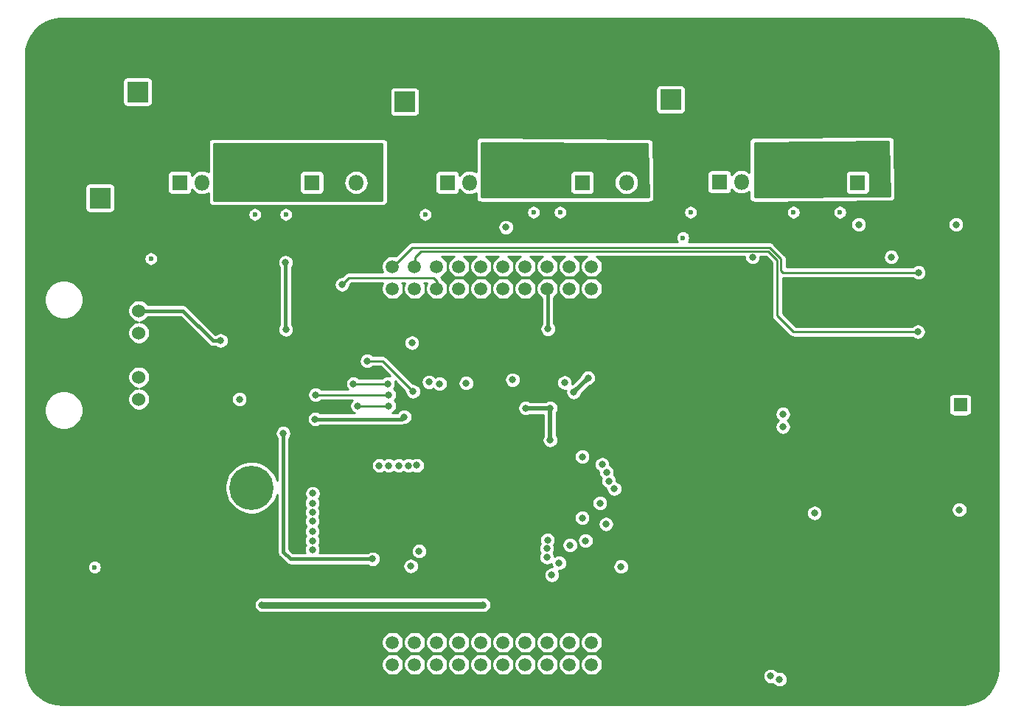
<source format=gbr>
G04 #@! TF.GenerationSoftware,KiCad,Pcbnew,(5.1.2)-1*
G04 #@! TF.CreationDate,2019-10-20T14:10:16-05:00*
G04 #@! TF.ProjectId,MotorController_Hardware,4d6f746f-7243-46f6-9e74-726f6c6c6572,rev?*
G04 #@! TF.SameCoordinates,Original*
G04 #@! TF.FileFunction,Copper,L2,Inr*
G04 #@! TF.FilePolarity,Positive*
%FSLAX46Y46*%
G04 Gerber Fmt 4.6, Leading zero omitted, Abs format (unit mm)*
G04 Created by KiCad (PCBNEW (5.1.2)-1) date 2019-10-20 14:10:16*
%MOMM*%
%LPD*%
G04 APERTURE LIST*
%ADD10C,2.400000*%
%ADD11R,2.400000X2.400000*%
%ADD12R,1.600000X1.600000*%
%ADD13C,1.600000*%
%ADD14C,1.524000*%
%ADD15C,5.080000*%
%ADD16O,1.800000X1.800000*%
%ADD17R,1.800000X1.800000*%
%ADD18C,0.600000*%
%ADD19C,1.520000*%
%ADD20C,0.800000*%
%ADD21C,0.254000*%
%ADD22C,0.381000*%
%ADD23C,0.762000*%
%ADD24C,0.508000*%
G04 APERTURE END LIST*
D10*
X97663000Y-58754000D03*
D11*
X97663000Y-63754000D03*
D12*
X192151000Y-99695000D03*
D13*
X189651000Y-99695000D03*
D11*
X128333500Y-64897000D03*
D10*
X128333500Y-59897000D03*
X88345000Y-75946000D03*
D11*
X93345000Y-75946000D03*
D10*
X158877000Y-59643000D03*
D11*
X158877000Y-64643000D03*
D14*
X97790000Y-99060000D03*
X97790000Y-96520000D03*
X97790000Y-93980000D03*
X97790000Y-91440000D03*
X97790000Y-88900000D03*
D15*
X102870000Y-109220000D03*
X110744000Y-109220000D03*
X112776000Y-72923400D03*
X143814800Y-72898000D03*
X174828200Y-72923400D03*
D16*
X107569000Y-74168000D03*
X105029000Y-74168000D03*
D17*
X102489000Y-74168000D03*
X117665500Y-74168000D03*
D16*
X120205500Y-74168000D03*
X122745500Y-74168000D03*
D17*
X133223000Y-74168000D03*
D16*
X135763000Y-74168000D03*
X138303000Y-74168000D03*
X153797000Y-74168000D03*
X151257000Y-74168000D03*
D17*
X148717000Y-74168000D03*
X164465000Y-74104500D03*
D16*
X167005000Y-74104500D03*
X169545000Y-74104500D03*
X185420000Y-74168000D03*
X182880000Y-74168000D03*
D17*
X180340000Y-74168000D03*
D18*
X160274000Y-80518000D03*
X99187000Y-82931000D03*
X130683000Y-77851000D03*
X161163000Y-77597000D03*
X114681000Y-77851000D03*
X146177000Y-77597000D03*
X178308000Y-77597000D03*
X92710000Y-118364000D03*
X111125000Y-77851000D03*
X143129000Y-77597000D03*
X172974000Y-77597000D03*
D19*
X144716500Y-129540000D03*
X147256500Y-129540000D03*
X149796500Y-129540000D03*
X126936500Y-127000000D03*
X129476500Y-127000000D03*
X132016500Y-127000000D03*
X134556500Y-127000000D03*
X137096500Y-127000000D03*
X139636500Y-127000000D03*
X142176500Y-127000000D03*
X144716500Y-127000000D03*
X147256500Y-127000000D03*
X149796500Y-127000000D03*
X126936500Y-83820000D03*
X132016500Y-83820000D03*
X137096500Y-83820000D03*
X139636500Y-83820000D03*
X142176500Y-83820000D03*
X144716500Y-83820000D03*
X147256500Y-83820000D03*
X126936500Y-86360000D03*
X132016500Y-86360000D03*
X142176500Y-86360000D03*
X144716500Y-86360000D03*
X147256500Y-86360000D03*
X149796500Y-86360000D03*
X137096500Y-86360000D03*
X134556500Y-86360000D03*
X129476500Y-83820000D03*
X142176500Y-129540000D03*
X139636500Y-129540000D03*
X129476500Y-86360000D03*
X134556500Y-83820000D03*
X132016500Y-129540000D03*
X134556500Y-129540000D03*
X139636500Y-86360000D03*
X137096500Y-129540000D03*
X129476500Y-129540000D03*
X126936500Y-129540000D03*
X149796500Y-83820000D03*
D20*
X124015500Y-94678500D03*
X129286000Y-98171000D03*
X126365000Y-97282000D03*
X122447100Y-97282000D03*
X129984500Y-116522500D03*
X132334000Y-97282000D03*
X129032000Y-118237000D03*
X131127500Y-97091500D03*
X135890000Y-104394000D03*
X138430000Y-106045000D03*
X137160000Y-106045000D03*
X135890000Y-106045000D03*
X137160000Y-104394000D03*
X138430000Y-104394000D03*
X106680000Y-63627000D03*
X137287000Y-63500000D03*
X166624000Y-63500000D03*
X135890000Y-116713000D03*
X135890000Y-115062000D03*
X137160000Y-115062000D03*
X137160000Y-116713000D03*
X138430000Y-116713000D03*
X138430000Y-115062000D03*
X100647500Y-122809000D03*
X184404000Y-87249000D03*
X180848000Y-87249000D03*
X180848000Y-89916000D03*
X184404000Y-89916000D03*
X184467500Y-93154500D03*
X180784500Y-93218000D03*
X186309000Y-97536000D03*
X186309000Y-99631500D03*
X186309000Y-101790500D03*
X145161000Y-120840500D03*
X145161000Y-122555000D03*
X148526500Y-120840500D03*
X148526500Y-122491500D03*
X151892000Y-122491500D03*
X151892000Y-120840500D03*
X116459000Y-89789000D03*
X116459000Y-87185500D03*
X119316500Y-87122000D03*
X116395500Y-84391500D03*
X119316500Y-84328000D03*
X111696500Y-84391500D03*
X111696500Y-87185500D03*
X111696500Y-89662000D03*
X125920500Y-89281000D03*
X125920500Y-91440000D03*
X125920500Y-93662500D03*
X173482000Y-89916000D03*
X173545500Y-86995000D03*
X85725000Y-83629500D03*
X87630000Y-83629500D03*
X89725500Y-83566000D03*
X86042500Y-65976500D03*
X87947500Y-65976500D03*
X89916000Y-65976500D03*
X180784500Y-95948500D03*
X179070000Y-95948500D03*
X177038000Y-95885000D03*
X174815500Y-95821500D03*
X187515500Y-110363000D03*
X187515500Y-107696000D03*
X185229500Y-110363000D03*
X182880000Y-110363000D03*
X151130000Y-96647000D03*
X152844500Y-96647000D03*
X151066500Y-98361500D03*
X137477500Y-98298000D03*
X137477500Y-99568000D03*
X137477500Y-100965000D03*
X134112000Y-91059000D03*
X134112000Y-93853000D03*
X131318000Y-92583000D03*
X148717000Y-105664000D03*
X124650500Y-117411500D03*
X114382600Y-102977900D03*
X114649250Y-83343750D03*
X114681000Y-91059000D03*
X175387000Y-112141000D03*
X192024000Y-111760000D03*
X191643000Y-78994000D03*
X180467000Y-78994000D03*
X171386500Y-131254500D03*
X107188000Y-92329000D03*
X170370500Y-130873500D03*
X171767500Y-102235000D03*
X171767500Y-100774500D03*
X137350500Y-122682000D03*
X111950500Y-122682000D03*
X142240000Y-100076000D03*
X145034000Y-100076000D03*
X147732750Y-98266250D03*
X149383750Y-96615250D03*
X145034000Y-103759000D03*
X129159000Y-92583000D03*
X121130000Y-85880000D03*
X146685000Y-97155000D03*
X151500514Y-107442000D03*
X153162000Y-118300500D03*
X140716000Y-96837500D03*
X139954000Y-79311500D03*
X135382000Y-97218500D03*
X145224500Y-119253000D03*
X144780000Y-90995500D03*
X152400000Y-109347000D03*
X144729010Y-115239990D03*
X144653000Y-117221000D03*
X151447500Y-113411000D03*
X109347000Y-99060000D03*
X128270000Y-101092000D03*
X187261500Y-91313000D03*
X118046500Y-101346000D03*
X122936000Y-99822000D03*
X126492000Y-99822000D03*
X187325000Y-84518500D03*
X126492000Y-98552000D03*
X118110000Y-98552000D03*
X125412500Y-106680000D03*
X117768159Y-109894159D03*
X151003000Y-106553000D03*
X151765000Y-108458000D03*
X150749000Y-110998000D03*
X148717000Y-112693400D03*
X149098000Y-115316000D03*
X147320000Y-115824000D03*
X168275000Y-82721400D03*
X184213500Y-82740500D03*
X129734610Y-106675793D03*
X128778000Y-106680000D03*
X127635000Y-106680000D03*
X126492000Y-106680000D03*
X117729000Y-110998000D03*
X117729000Y-112077500D03*
X117729000Y-113093500D03*
X117729000Y-114236500D03*
X117729000Y-115316000D03*
X117729000Y-116332000D03*
X144653000Y-116205000D03*
X146050000Y-117875100D03*
D21*
X124015500Y-94678500D02*
X125793500Y-94678500D01*
X125793500Y-94678500D02*
X129286000Y-98171000D01*
X126365000Y-97282000D02*
X122447100Y-97282000D01*
D22*
X114382600Y-116605100D02*
X115189000Y-117411500D01*
X114382600Y-102977900D02*
X114382600Y-116605100D01*
X115189000Y-117411500D02*
X124650500Y-117411500D01*
X114649250Y-83343750D02*
X114649250Y-91027250D01*
D21*
X114649250Y-91027250D02*
X114681000Y-91059000D01*
D22*
X102870000Y-88900000D02*
X97790000Y-88900000D01*
X106299000Y-92329000D02*
X102870000Y-88900000D01*
X107188000Y-92329000D02*
X106299000Y-92329000D01*
D23*
X137350500Y-122682000D02*
X111950500Y-122682000D01*
D24*
X142240000Y-100076000D02*
X145034000Y-100076000D01*
X147732750Y-98266250D02*
X149383750Y-96615250D01*
X145034000Y-100076000D02*
X145034000Y-103759000D01*
D21*
X132080000Y-85534500D02*
X132080000Y-86360000D01*
X131635500Y-85090000D02*
X132080000Y-85534500D01*
X121130000Y-85880000D02*
X121920000Y-85090000D01*
X121920000Y-85090000D02*
X131635500Y-85090000D01*
D22*
X144780000Y-90995500D02*
X144780000Y-86360000D01*
D21*
X129540000Y-82745198D02*
X130052698Y-82232500D01*
X129540000Y-83820000D02*
X129540000Y-82745198D01*
X130052698Y-82232500D02*
X130052698Y-82227802D01*
X130052698Y-82227802D02*
X130238500Y-82042000D01*
X130238500Y-82042000D02*
X170053000Y-82042000D01*
X170053000Y-82042000D02*
X171132500Y-83121500D01*
X171132500Y-83121500D02*
X171132500Y-89471500D01*
X172974000Y-91313000D02*
X172656500Y-90995500D01*
X187261500Y-91313000D02*
X172974000Y-91313000D01*
X171132500Y-89471500D02*
X172656500Y-90995500D01*
D22*
X128016000Y-101346000D02*
X128270000Y-101092000D01*
X118046500Y-101346000D02*
X128016000Y-101346000D01*
D21*
X122936000Y-99822000D02*
X126492000Y-99822000D01*
X130070160Y-81635590D02*
X170221341Y-81635591D01*
X129184409Y-81635591D02*
X130070160Y-81635590D01*
X127000000Y-83820000D02*
X129184409Y-81635591D01*
X171538909Y-82953159D02*
X171538909Y-84289909D01*
X170221341Y-81635591D02*
X171538909Y-82953159D01*
X171538909Y-84289909D02*
X171767500Y-84518500D01*
X171767500Y-84518500D02*
X187325000Y-84518500D01*
X126492000Y-98552000D02*
X118110000Y-98552000D01*
G36*
X193050778Y-55393463D02*
G01*
X193797677Y-55604111D01*
X194493682Y-55947343D01*
X195115478Y-56411660D01*
X195642250Y-56981519D01*
X196056352Y-57637830D01*
X196343918Y-58358620D01*
X196496811Y-59127265D01*
X196519331Y-59701449D01*
X196520999Y-129999450D01*
X196425763Y-130803198D01*
X196195542Y-131544292D01*
X195834121Y-132231025D01*
X195353605Y-132840395D01*
X194770086Y-133351994D01*
X194103104Y-133748689D01*
X193375001Y-134017193D01*
X192595005Y-134151117D01*
X192266570Y-134164000D01*
X89053726Y-134164000D01*
X88254221Y-134090536D01*
X87507327Y-133879890D01*
X86811319Y-133536656D01*
X86189523Y-133072339D01*
X85662752Y-132502481D01*
X85248649Y-131846169D01*
X84961083Y-131125380D01*
X84807437Y-130352952D01*
X84784000Y-129905734D01*
X84784000Y-129415113D01*
X125668500Y-129415113D01*
X125668500Y-129664887D01*
X125717229Y-129909862D01*
X125812813Y-130140623D01*
X125951580Y-130348303D01*
X126128197Y-130524920D01*
X126335877Y-130663687D01*
X126566638Y-130759271D01*
X126811613Y-130808000D01*
X127061387Y-130808000D01*
X127306362Y-130759271D01*
X127537123Y-130663687D01*
X127744803Y-130524920D01*
X127921420Y-130348303D01*
X128060187Y-130140623D01*
X128155771Y-129909862D01*
X128204500Y-129664887D01*
X128204500Y-129415113D01*
X128208500Y-129415113D01*
X128208500Y-129664887D01*
X128257229Y-129909862D01*
X128352813Y-130140623D01*
X128491580Y-130348303D01*
X128668197Y-130524920D01*
X128875877Y-130663687D01*
X129106638Y-130759271D01*
X129351613Y-130808000D01*
X129601387Y-130808000D01*
X129846362Y-130759271D01*
X130077123Y-130663687D01*
X130284803Y-130524920D01*
X130461420Y-130348303D01*
X130600187Y-130140623D01*
X130695771Y-129909862D01*
X130744500Y-129664887D01*
X130744500Y-129415113D01*
X130748500Y-129415113D01*
X130748500Y-129664887D01*
X130797229Y-129909862D01*
X130892813Y-130140623D01*
X131031580Y-130348303D01*
X131208197Y-130524920D01*
X131415877Y-130663687D01*
X131646638Y-130759271D01*
X131891613Y-130808000D01*
X132141387Y-130808000D01*
X132386362Y-130759271D01*
X132617123Y-130663687D01*
X132824803Y-130524920D01*
X133001420Y-130348303D01*
X133140187Y-130140623D01*
X133235771Y-129909862D01*
X133284500Y-129664887D01*
X133284500Y-129415113D01*
X133288500Y-129415113D01*
X133288500Y-129664887D01*
X133337229Y-129909862D01*
X133432813Y-130140623D01*
X133571580Y-130348303D01*
X133748197Y-130524920D01*
X133955877Y-130663687D01*
X134186638Y-130759271D01*
X134431613Y-130808000D01*
X134681387Y-130808000D01*
X134926362Y-130759271D01*
X135157123Y-130663687D01*
X135364803Y-130524920D01*
X135541420Y-130348303D01*
X135680187Y-130140623D01*
X135775771Y-129909862D01*
X135824500Y-129664887D01*
X135824500Y-129415113D01*
X135828500Y-129415113D01*
X135828500Y-129664887D01*
X135877229Y-129909862D01*
X135972813Y-130140623D01*
X136111580Y-130348303D01*
X136288197Y-130524920D01*
X136495877Y-130663687D01*
X136726638Y-130759271D01*
X136971613Y-130808000D01*
X137221387Y-130808000D01*
X137466362Y-130759271D01*
X137697123Y-130663687D01*
X137904803Y-130524920D01*
X138081420Y-130348303D01*
X138220187Y-130140623D01*
X138315771Y-129909862D01*
X138364500Y-129664887D01*
X138364500Y-129415113D01*
X138368500Y-129415113D01*
X138368500Y-129664887D01*
X138417229Y-129909862D01*
X138512813Y-130140623D01*
X138651580Y-130348303D01*
X138828197Y-130524920D01*
X139035877Y-130663687D01*
X139266638Y-130759271D01*
X139511613Y-130808000D01*
X139761387Y-130808000D01*
X140006362Y-130759271D01*
X140237123Y-130663687D01*
X140444803Y-130524920D01*
X140621420Y-130348303D01*
X140760187Y-130140623D01*
X140855771Y-129909862D01*
X140904500Y-129664887D01*
X140904500Y-129415113D01*
X140908500Y-129415113D01*
X140908500Y-129664887D01*
X140957229Y-129909862D01*
X141052813Y-130140623D01*
X141191580Y-130348303D01*
X141368197Y-130524920D01*
X141575877Y-130663687D01*
X141806638Y-130759271D01*
X142051613Y-130808000D01*
X142301387Y-130808000D01*
X142546362Y-130759271D01*
X142777123Y-130663687D01*
X142984803Y-130524920D01*
X143161420Y-130348303D01*
X143300187Y-130140623D01*
X143395771Y-129909862D01*
X143444500Y-129664887D01*
X143444500Y-129415113D01*
X143448500Y-129415113D01*
X143448500Y-129664887D01*
X143497229Y-129909862D01*
X143592813Y-130140623D01*
X143731580Y-130348303D01*
X143908197Y-130524920D01*
X144115877Y-130663687D01*
X144346638Y-130759271D01*
X144591613Y-130808000D01*
X144841387Y-130808000D01*
X145086362Y-130759271D01*
X145317123Y-130663687D01*
X145524803Y-130524920D01*
X145701420Y-130348303D01*
X145840187Y-130140623D01*
X145935771Y-129909862D01*
X145984500Y-129664887D01*
X145984500Y-129415113D01*
X145988500Y-129415113D01*
X145988500Y-129664887D01*
X146037229Y-129909862D01*
X146132813Y-130140623D01*
X146271580Y-130348303D01*
X146448197Y-130524920D01*
X146655877Y-130663687D01*
X146886638Y-130759271D01*
X147131613Y-130808000D01*
X147381387Y-130808000D01*
X147626362Y-130759271D01*
X147857123Y-130663687D01*
X148064803Y-130524920D01*
X148241420Y-130348303D01*
X148380187Y-130140623D01*
X148475771Y-129909862D01*
X148524500Y-129664887D01*
X148524500Y-129415113D01*
X148528500Y-129415113D01*
X148528500Y-129664887D01*
X148577229Y-129909862D01*
X148672813Y-130140623D01*
X148811580Y-130348303D01*
X148988197Y-130524920D01*
X149195877Y-130663687D01*
X149426638Y-130759271D01*
X149671613Y-130808000D01*
X149921387Y-130808000D01*
X150041690Y-130784070D01*
X169462500Y-130784070D01*
X169462500Y-130962930D01*
X169497394Y-131138354D01*
X169565841Y-131303599D01*
X169665211Y-131452316D01*
X169791684Y-131578789D01*
X169940401Y-131678159D01*
X170105646Y-131746606D01*
X170281070Y-131781500D01*
X170459930Y-131781500D01*
X170624690Y-131748727D01*
X170681211Y-131833316D01*
X170807684Y-131959789D01*
X170956401Y-132059159D01*
X171121646Y-132127606D01*
X171297070Y-132162500D01*
X171475930Y-132162500D01*
X171651354Y-132127606D01*
X171816599Y-132059159D01*
X171965316Y-131959789D01*
X172091789Y-131833316D01*
X172191159Y-131684599D01*
X172259606Y-131519354D01*
X172294500Y-131343930D01*
X172294500Y-131165070D01*
X172259606Y-130989646D01*
X172191159Y-130824401D01*
X172091789Y-130675684D01*
X171965316Y-130549211D01*
X171816599Y-130449841D01*
X171651354Y-130381394D01*
X171475930Y-130346500D01*
X171297070Y-130346500D01*
X171132310Y-130379273D01*
X171075789Y-130294684D01*
X170949316Y-130168211D01*
X170800599Y-130068841D01*
X170635354Y-130000394D01*
X170459930Y-129965500D01*
X170281070Y-129965500D01*
X170105646Y-130000394D01*
X169940401Y-130068841D01*
X169791684Y-130168211D01*
X169665211Y-130294684D01*
X169565841Y-130443401D01*
X169497394Y-130608646D01*
X169462500Y-130784070D01*
X150041690Y-130784070D01*
X150166362Y-130759271D01*
X150397123Y-130663687D01*
X150604803Y-130524920D01*
X150781420Y-130348303D01*
X150920187Y-130140623D01*
X151015771Y-129909862D01*
X151064500Y-129664887D01*
X151064500Y-129415113D01*
X151015771Y-129170138D01*
X150920187Y-128939377D01*
X150781420Y-128731697D01*
X150604803Y-128555080D01*
X150397123Y-128416313D01*
X150166362Y-128320729D01*
X149921387Y-128272000D01*
X149671613Y-128272000D01*
X149426638Y-128320729D01*
X149195877Y-128416313D01*
X148988197Y-128555080D01*
X148811580Y-128731697D01*
X148672813Y-128939377D01*
X148577229Y-129170138D01*
X148528500Y-129415113D01*
X148524500Y-129415113D01*
X148475771Y-129170138D01*
X148380187Y-128939377D01*
X148241420Y-128731697D01*
X148064803Y-128555080D01*
X147857123Y-128416313D01*
X147626362Y-128320729D01*
X147381387Y-128272000D01*
X147131613Y-128272000D01*
X146886638Y-128320729D01*
X146655877Y-128416313D01*
X146448197Y-128555080D01*
X146271580Y-128731697D01*
X146132813Y-128939377D01*
X146037229Y-129170138D01*
X145988500Y-129415113D01*
X145984500Y-129415113D01*
X145935771Y-129170138D01*
X145840187Y-128939377D01*
X145701420Y-128731697D01*
X145524803Y-128555080D01*
X145317123Y-128416313D01*
X145086362Y-128320729D01*
X144841387Y-128272000D01*
X144591613Y-128272000D01*
X144346638Y-128320729D01*
X144115877Y-128416313D01*
X143908197Y-128555080D01*
X143731580Y-128731697D01*
X143592813Y-128939377D01*
X143497229Y-129170138D01*
X143448500Y-129415113D01*
X143444500Y-129415113D01*
X143395771Y-129170138D01*
X143300187Y-128939377D01*
X143161420Y-128731697D01*
X142984803Y-128555080D01*
X142777123Y-128416313D01*
X142546362Y-128320729D01*
X142301387Y-128272000D01*
X142051613Y-128272000D01*
X141806638Y-128320729D01*
X141575877Y-128416313D01*
X141368197Y-128555080D01*
X141191580Y-128731697D01*
X141052813Y-128939377D01*
X140957229Y-129170138D01*
X140908500Y-129415113D01*
X140904500Y-129415113D01*
X140855771Y-129170138D01*
X140760187Y-128939377D01*
X140621420Y-128731697D01*
X140444803Y-128555080D01*
X140237123Y-128416313D01*
X140006362Y-128320729D01*
X139761387Y-128272000D01*
X139511613Y-128272000D01*
X139266638Y-128320729D01*
X139035877Y-128416313D01*
X138828197Y-128555080D01*
X138651580Y-128731697D01*
X138512813Y-128939377D01*
X138417229Y-129170138D01*
X138368500Y-129415113D01*
X138364500Y-129415113D01*
X138315771Y-129170138D01*
X138220187Y-128939377D01*
X138081420Y-128731697D01*
X137904803Y-128555080D01*
X137697123Y-128416313D01*
X137466362Y-128320729D01*
X137221387Y-128272000D01*
X136971613Y-128272000D01*
X136726638Y-128320729D01*
X136495877Y-128416313D01*
X136288197Y-128555080D01*
X136111580Y-128731697D01*
X135972813Y-128939377D01*
X135877229Y-129170138D01*
X135828500Y-129415113D01*
X135824500Y-129415113D01*
X135775771Y-129170138D01*
X135680187Y-128939377D01*
X135541420Y-128731697D01*
X135364803Y-128555080D01*
X135157123Y-128416313D01*
X134926362Y-128320729D01*
X134681387Y-128272000D01*
X134431613Y-128272000D01*
X134186638Y-128320729D01*
X133955877Y-128416313D01*
X133748197Y-128555080D01*
X133571580Y-128731697D01*
X133432813Y-128939377D01*
X133337229Y-129170138D01*
X133288500Y-129415113D01*
X133284500Y-129415113D01*
X133235771Y-129170138D01*
X133140187Y-128939377D01*
X133001420Y-128731697D01*
X132824803Y-128555080D01*
X132617123Y-128416313D01*
X132386362Y-128320729D01*
X132141387Y-128272000D01*
X131891613Y-128272000D01*
X131646638Y-128320729D01*
X131415877Y-128416313D01*
X131208197Y-128555080D01*
X131031580Y-128731697D01*
X130892813Y-128939377D01*
X130797229Y-129170138D01*
X130748500Y-129415113D01*
X130744500Y-129415113D01*
X130695771Y-129170138D01*
X130600187Y-128939377D01*
X130461420Y-128731697D01*
X130284803Y-128555080D01*
X130077123Y-128416313D01*
X129846362Y-128320729D01*
X129601387Y-128272000D01*
X129351613Y-128272000D01*
X129106638Y-128320729D01*
X128875877Y-128416313D01*
X128668197Y-128555080D01*
X128491580Y-128731697D01*
X128352813Y-128939377D01*
X128257229Y-129170138D01*
X128208500Y-129415113D01*
X128204500Y-129415113D01*
X128155771Y-129170138D01*
X128060187Y-128939377D01*
X127921420Y-128731697D01*
X127744803Y-128555080D01*
X127537123Y-128416313D01*
X127306362Y-128320729D01*
X127061387Y-128272000D01*
X126811613Y-128272000D01*
X126566638Y-128320729D01*
X126335877Y-128416313D01*
X126128197Y-128555080D01*
X125951580Y-128731697D01*
X125812813Y-128939377D01*
X125717229Y-129170138D01*
X125668500Y-129415113D01*
X84784000Y-129415113D01*
X84784000Y-126875113D01*
X125668500Y-126875113D01*
X125668500Y-127124887D01*
X125717229Y-127369862D01*
X125812813Y-127600623D01*
X125951580Y-127808303D01*
X126128197Y-127984920D01*
X126335877Y-128123687D01*
X126566638Y-128219271D01*
X126811613Y-128268000D01*
X127061387Y-128268000D01*
X127306362Y-128219271D01*
X127537123Y-128123687D01*
X127744803Y-127984920D01*
X127921420Y-127808303D01*
X128060187Y-127600623D01*
X128155771Y-127369862D01*
X128204500Y-127124887D01*
X128204500Y-126875113D01*
X128208500Y-126875113D01*
X128208500Y-127124887D01*
X128257229Y-127369862D01*
X128352813Y-127600623D01*
X128491580Y-127808303D01*
X128668197Y-127984920D01*
X128875877Y-128123687D01*
X129106638Y-128219271D01*
X129351613Y-128268000D01*
X129601387Y-128268000D01*
X129846362Y-128219271D01*
X130077123Y-128123687D01*
X130284803Y-127984920D01*
X130461420Y-127808303D01*
X130600187Y-127600623D01*
X130695771Y-127369862D01*
X130744500Y-127124887D01*
X130744500Y-126875113D01*
X130748500Y-126875113D01*
X130748500Y-127124887D01*
X130797229Y-127369862D01*
X130892813Y-127600623D01*
X131031580Y-127808303D01*
X131208197Y-127984920D01*
X131415877Y-128123687D01*
X131646638Y-128219271D01*
X131891613Y-128268000D01*
X132141387Y-128268000D01*
X132386362Y-128219271D01*
X132617123Y-128123687D01*
X132824803Y-127984920D01*
X133001420Y-127808303D01*
X133140187Y-127600623D01*
X133235771Y-127369862D01*
X133284500Y-127124887D01*
X133284500Y-126875113D01*
X133288500Y-126875113D01*
X133288500Y-127124887D01*
X133337229Y-127369862D01*
X133432813Y-127600623D01*
X133571580Y-127808303D01*
X133748197Y-127984920D01*
X133955877Y-128123687D01*
X134186638Y-128219271D01*
X134431613Y-128268000D01*
X134681387Y-128268000D01*
X134926362Y-128219271D01*
X135157123Y-128123687D01*
X135364803Y-127984920D01*
X135541420Y-127808303D01*
X135680187Y-127600623D01*
X135775771Y-127369862D01*
X135824500Y-127124887D01*
X135824500Y-126875113D01*
X135828500Y-126875113D01*
X135828500Y-127124887D01*
X135877229Y-127369862D01*
X135972813Y-127600623D01*
X136111580Y-127808303D01*
X136288197Y-127984920D01*
X136495877Y-128123687D01*
X136726638Y-128219271D01*
X136971613Y-128268000D01*
X137221387Y-128268000D01*
X137466362Y-128219271D01*
X137697123Y-128123687D01*
X137904803Y-127984920D01*
X138081420Y-127808303D01*
X138220187Y-127600623D01*
X138315771Y-127369862D01*
X138364500Y-127124887D01*
X138364500Y-126875113D01*
X138368500Y-126875113D01*
X138368500Y-127124887D01*
X138417229Y-127369862D01*
X138512813Y-127600623D01*
X138651580Y-127808303D01*
X138828197Y-127984920D01*
X139035877Y-128123687D01*
X139266638Y-128219271D01*
X139511613Y-128268000D01*
X139761387Y-128268000D01*
X140006362Y-128219271D01*
X140237123Y-128123687D01*
X140444803Y-127984920D01*
X140621420Y-127808303D01*
X140760187Y-127600623D01*
X140855771Y-127369862D01*
X140904500Y-127124887D01*
X140904500Y-126875113D01*
X140908500Y-126875113D01*
X140908500Y-127124887D01*
X140957229Y-127369862D01*
X141052813Y-127600623D01*
X141191580Y-127808303D01*
X141368197Y-127984920D01*
X141575877Y-128123687D01*
X141806638Y-128219271D01*
X142051613Y-128268000D01*
X142301387Y-128268000D01*
X142546362Y-128219271D01*
X142777123Y-128123687D01*
X142984803Y-127984920D01*
X143161420Y-127808303D01*
X143300187Y-127600623D01*
X143395771Y-127369862D01*
X143444500Y-127124887D01*
X143444500Y-126875113D01*
X143448500Y-126875113D01*
X143448500Y-127124887D01*
X143497229Y-127369862D01*
X143592813Y-127600623D01*
X143731580Y-127808303D01*
X143908197Y-127984920D01*
X144115877Y-128123687D01*
X144346638Y-128219271D01*
X144591613Y-128268000D01*
X144841387Y-128268000D01*
X145086362Y-128219271D01*
X145317123Y-128123687D01*
X145524803Y-127984920D01*
X145701420Y-127808303D01*
X145840187Y-127600623D01*
X145935771Y-127369862D01*
X145984500Y-127124887D01*
X145984500Y-126875113D01*
X145988500Y-126875113D01*
X145988500Y-127124887D01*
X146037229Y-127369862D01*
X146132813Y-127600623D01*
X146271580Y-127808303D01*
X146448197Y-127984920D01*
X146655877Y-128123687D01*
X146886638Y-128219271D01*
X147131613Y-128268000D01*
X147381387Y-128268000D01*
X147626362Y-128219271D01*
X147857123Y-128123687D01*
X148064803Y-127984920D01*
X148241420Y-127808303D01*
X148380187Y-127600623D01*
X148475771Y-127369862D01*
X148524500Y-127124887D01*
X148524500Y-126875113D01*
X148528500Y-126875113D01*
X148528500Y-127124887D01*
X148577229Y-127369862D01*
X148672813Y-127600623D01*
X148811580Y-127808303D01*
X148988197Y-127984920D01*
X149195877Y-128123687D01*
X149426638Y-128219271D01*
X149671613Y-128268000D01*
X149921387Y-128268000D01*
X150166362Y-128219271D01*
X150397123Y-128123687D01*
X150604803Y-127984920D01*
X150781420Y-127808303D01*
X150920187Y-127600623D01*
X151015771Y-127369862D01*
X151064500Y-127124887D01*
X151064500Y-126875113D01*
X151015771Y-126630138D01*
X150920187Y-126399377D01*
X150781420Y-126191697D01*
X150604803Y-126015080D01*
X150397123Y-125876313D01*
X150166362Y-125780729D01*
X149921387Y-125732000D01*
X149671613Y-125732000D01*
X149426638Y-125780729D01*
X149195877Y-125876313D01*
X148988197Y-126015080D01*
X148811580Y-126191697D01*
X148672813Y-126399377D01*
X148577229Y-126630138D01*
X148528500Y-126875113D01*
X148524500Y-126875113D01*
X148475771Y-126630138D01*
X148380187Y-126399377D01*
X148241420Y-126191697D01*
X148064803Y-126015080D01*
X147857123Y-125876313D01*
X147626362Y-125780729D01*
X147381387Y-125732000D01*
X147131613Y-125732000D01*
X146886638Y-125780729D01*
X146655877Y-125876313D01*
X146448197Y-126015080D01*
X146271580Y-126191697D01*
X146132813Y-126399377D01*
X146037229Y-126630138D01*
X145988500Y-126875113D01*
X145984500Y-126875113D01*
X145935771Y-126630138D01*
X145840187Y-126399377D01*
X145701420Y-126191697D01*
X145524803Y-126015080D01*
X145317123Y-125876313D01*
X145086362Y-125780729D01*
X144841387Y-125732000D01*
X144591613Y-125732000D01*
X144346638Y-125780729D01*
X144115877Y-125876313D01*
X143908197Y-126015080D01*
X143731580Y-126191697D01*
X143592813Y-126399377D01*
X143497229Y-126630138D01*
X143448500Y-126875113D01*
X143444500Y-126875113D01*
X143395771Y-126630138D01*
X143300187Y-126399377D01*
X143161420Y-126191697D01*
X142984803Y-126015080D01*
X142777123Y-125876313D01*
X142546362Y-125780729D01*
X142301387Y-125732000D01*
X142051613Y-125732000D01*
X141806638Y-125780729D01*
X141575877Y-125876313D01*
X141368197Y-126015080D01*
X141191580Y-126191697D01*
X141052813Y-126399377D01*
X140957229Y-126630138D01*
X140908500Y-126875113D01*
X140904500Y-126875113D01*
X140855771Y-126630138D01*
X140760187Y-126399377D01*
X140621420Y-126191697D01*
X140444803Y-126015080D01*
X140237123Y-125876313D01*
X140006362Y-125780729D01*
X139761387Y-125732000D01*
X139511613Y-125732000D01*
X139266638Y-125780729D01*
X139035877Y-125876313D01*
X138828197Y-126015080D01*
X138651580Y-126191697D01*
X138512813Y-126399377D01*
X138417229Y-126630138D01*
X138368500Y-126875113D01*
X138364500Y-126875113D01*
X138315771Y-126630138D01*
X138220187Y-126399377D01*
X138081420Y-126191697D01*
X137904803Y-126015080D01*
X137697123Y-125876313D01*
X137466362Y-125780729D01*
X137221387Y-125732000D01*
X136971613Y-125732000D01*
X136726638Y-125780729D01*
X136495877Y-125876313D01*
X136288197Y-126015080D01*
X136111580Y-126191697D01*
X135972813Y-126399377D01*
X135877229Y-126630138D01*
X135828500Y-126875113D01*
X135824500Y-126875113D01*
X135775771Y-126630138D01*
X135680187Y-126399377D01*
X135541420Y-126191697D01*
X135364803Y-126015080D01*
X135157123Y-125876313D01*
X134926362Y-125780729D01*
X134681387Y-125732000D01*
X134431613Y-125732000D01*
X134186638Y-125780729D01*
X133955877Y-125876313D01*
X133748197Y-126015080D01*
X133571580Y-126191697D01*
X133432813Y-126399377D01*
X133337229Y-126630138D01*
X133288500Y-126875113D01*
X133284500Y-126875113D01*
X133235771Y-126630138D01*
X133140187Y-126399377D01*
X133001420Y-126191697D01*
X132824803Y-126015080D01*
X132617123Y-125876313D01*
X132386362Y-125780729D01*
X132141387Y-125732000D01*
X131891613Y-125732000D01*
X131646638Y-125780729D01*
X131415877Y-125876313D01*
X131208197Y-126015080D01*
X131031580Y-126191697D01*
X130892813Y-126399377D01*
X130797229Y-126630138D01*
X130748500Y-126875113D01*
X130744500Y-126875113D01*
X130695771Y-126630138D01*
X130600187Y-126399377D01*
X130461420Y-126191697D01*
X130284803Y-126015080D01*
X130077123Y-125876313D01*
X129846362Y-125780729D01*
X129601387Y-125732000D01*
X129351613Y-125732000D01*
X129106638Y-125780729D01*
X128875877Y-125876313D01*
X128668197Y-126015080D01*
X128491580Y-126191697D01*
X128352813Y-126399377D01*
X128257229Y-126630138D01*
X128208500Y-126875113D01*
X128204500Y-126875113D01*
X128155771Y-126630138D01*
X128060187Y-126399377D01*
X127921420Y-126191697D01*
X127744803Y-126015080D01*
X127537123Y-125876313D01*
X127306362Y-125780729D01*
X127061387Y-125732000D01*
X126811613Y-125732000D01*
X126566638Y-125780729D01*
X126335877Y-125876313D01*
X126128197Y-126015080D01*
X125951580Y-126191697D01*
X125812813Y-126399377D01*
X125717229Y-126630138D01*
X125668500Y-126875113D01*
X84784000Y-126875113D01*
X84784000Y-122592570D01*
X111042500Y-122592570D01*
X111042500Y-122771430D01*
X111077394Y-122946854D01*
X111145841Y-123112099D01*
X111245211Y-123260816D01*
X111371684Y-123387289D01*
X111520401Y-123486659D01*
X111685646Y-123555106D01*
X111861070Y-123590000D01*
X112039930Y-123590000D01*
X112135449Y-123571000D01*
X137165551Y-123571000D01*
X137261070Y-123590000D01*
X137439930Y-123590000D01*
X137615354Y-123555106D01*
X137780599Y-123486659D01*
X137929316Y-123387289D01*
X138055789Y-123260816D01*
X138155159Y-123112099D01*
X138223606Y-122946854D01*
X138258500Y-122771430D01*
X138258500Y-122592570D01*
X138223606Y-122417146D01*
X138155159Y-122251901D01*
X138055789Y-122103184D01*
X137929316Y-121976711D01*
X137780599Y-121877341D01*
X137615354Y-121808894D01*
X137439930Y-121774000D01*
X137261070Y-121774000D01*
X137165551Y-121793000D01*
X112135449Y-121793000D01*
X112039930Y-121774000D01*
X111861070Y-121774000D01*
X111685646Y-121808894D01*
X111520401Y-121877341D01*
X111371684Y-121976711D01*
X111245211Y-122103184D01*
X111145841Y-122251901D01*
X111077394Y-122417146D01*
X111042500Y-122592570D01*
X84784000Y-122592570D01*
X84784000Y-118284419D01*
X91902000Y-118284419D01*
X91902000Y-118443581D01*
X91933051Y-118599685D01*
X91993959Y-118746732D01*
X92082385Y-118879070D01*
X92194930Y-118991615D01*
X92327268Y-119080041D01*
X92474315Y-119140949D01*
X92630419Y-119172000D01*
X92789581Y-119172000D01*
X92945685Y-119140949D01*
X93092732Y-119080041D01*
X93225070Y-118991615D01*
X93337615Y-118879070D01*
X93426041Y-118746732D01*
X93486949Y-118599685D01*
X93518000Y-118443581D01*
X93518000Y-118284419D01*
X93486949Y-118128315D01*
X93426041Y-117981268D01*
X93337615Y-117848930D01*
X93225070Y-117736385D01*
X93092732Y-117647959D01*
X92945685Y-117587051D01*
X92789581Y-117556000D01*
X92630419Y-117556000D01*
X92474315Y-117587051D01*
X92327268Y-117647959D01*
X92194930Y-117736385D01*
X92082385Y-117848930D01*
X91993959Y-117981268D01*
X91933051Y-118128315D01*
X91902000Y-118284419D01*
X84784000Y-118284419D01*
X84784000Y-108919798D01*
X107696000Y-108919798D01*
X107696000Y-109520202D01*
X107813133Y-110109069D01*
X108042897Y-110663769D01*
X108376464Y-111162987D01*
X108801013Y-111587536D01*
X109300231Y-111921103D01*
X109854931Y-112150867D01*
X110443798Y-112268000D01*
X111044202Y-112268000D01*
X111633069Y-112150867D01*
X112187769Y-111921103D01*
X112686987Y-111587536D01*
X113111536Y-111162987D01*
X113445103Y-110663769D01*
X113674867Y-110109069D01*
X113684101Y-110062649D01*
X113684101Y-116570792D01*
X113680722Y-116605100D01*
X113684101Y-116639408D01*
X113684101Y-116639409D01*
X113689784Y-116697106D01*
X113694208Y-116742029D01*
X113734149Y-116873698D01*
X113799009Y-116995043D01*
X113864426Y-117074753D01*
X113864430Y-117074757D01*
X113886298Y-117101403D01*
X113912943Y-117123271D01*
X114670829Y-117881157D01*
X114692697Y-117907803D01*
X114719343Y-117929671D01*
X114719346Y-117929674D01*
X114799056Y-117995091D01*
X114863917Y-118029760D01*
X114920403Y-118059952D01*
X115052070Y-118099893D01*
X115154691Y-118110000D01*
X115154702Y-118110000D01*
X115189000Y-118113378D01*
X115223298Y-118110000D01*
X124064895Y-118110000D01*
X124071684Y-118116789D01*
X124220401Y-118216159D01*
X124385646Y-118284606D01*
X124561070Y-118319500D01*
X124739930Y-118319500D01*
X124915354Y-118284606D01*
X125080599Y-118216159D01*
X125183249Y-118147570D01*
X128124000Y-118147570D01*
X128124000Y-118326430D01*
X128158894Y-118501854D01*
X128227341Y-118667099D01*
X128326711Y-118815816D01*
X128453184Y-118942289D01*
X128601901Y-119041659D01*
X128767146Y-119110106D01*
X128942570Y-119145000D01*
X129121430Y-119145000D01*
X129296854Y-119110106D01*
X129462099Y-119041659D01*
X129610816Y-118942289D01*
X129737289Y-118815816D01*
X129836659Y-118667099D01*
X129905106Y-118501854D01*
X129940000Y-118326430D01*
X129940000Y-118147570D01*
X129905106Y-117972146D01*
X129836659Y-117806901D01*
X129737289Y-117658184D01*
X129610816Y-117531711D01*
X129462099Y-117432341D01*
X129296854Y-117363894D01*
X129121430Y-117329000D01*
X128942570Y-117329000D01*
X128767146Y-117363894D01*
X128601901Y-117432341D01*
X128453184Y-117531711D01*
X128326711Y-117658184D01*
X128227341Y-117806901D01*
X128158894Y-117972146D01*
X128124000Y-118147570D01*
X125183249Y-118147570D01*
X125229316Y-118116789D01*
X125355789Y-117990316D01*
X125455159Y-117841599D01*
X125523606Y-117676354D01*
X125558500Y-117500930D01*
X125558500Y-117322070D01*
X125523606Y-117146646D01*
X125455159Y-116981401D01*
X125355789Y-116832684D01*
X125229316Y-116706211D01*
X125080599Y-116606841D01*
X124915354Y-116538394D01*
X124739930Y-116503500D01*
X124561070Y-116503500D01*
X124385646Y-116538394D01*
X124220401Y-116606841D01*
X124071684Y-116706211D01*
X124064895Y-116713000D01*
X118553997Y-116713000D01*
X118602106Y-116596854D01*
X118634684Y-116433070D01*
X129076500Y-116433070D01*
X129076500Y-116611930D01*
X129111394Y-116787354D01*
X129179841Y-116952599D01*
X129279211Y-117101316D01*
X129405684Y-117227789D01*
X129554401Y-117327159D01*
X129719646Y-117395606D01*
X129895070Y-117430500D01*
X130073930Y-117430500D01*
X130249354Y-117395606D01*
X130414599Y-117327159D01*
X130563316Y-117227789D01*
X130689789Y-117101316D01*
X130789159Y-116952599D01*
X130857606Y-116787354D01*
X130892500Y-116611930D01*
X130892500Y-116433070D01*
X130857606Y-116257646D01*
X130798756Y-116115570D01*
X143745000Y-116115570D01*
X143745000Y-116294430D01*
X143779894Y-116469854D01*
X143848341Y-116635099D01*
X143900393Y-116713000D01*
X143848341Y-116790901D01*
X143779894Y-116956146D01*
X143745000Y-117131570D01*
X143745000Y-117310430D01*
X143779894Y-117485854D01*
X143848341Y-117651099D01*
X143947711Y-117799816D01*
X144074184Y-117926289D01*
X144222901Y-118025659D01*
X144388146Y-118094106D01*
X144563570Y-118129000D01*
X144742430Y-118129000D01*
X144917854Y-118094106D01*
X145083099Y-118025659D01*
X145145823Y-117983748D01*
X145176894Y-118139954D01*
X145245341Y-118305199D01*
X145271935Y-118345000D01*
X145135070Y-118345000D01*
X144959646Y-118379894D01*
X144794401Y-118448341D01*
X144645684Y-118547711D01*
X144519211Y-118674184D01*
X144419841Y-118822901D01*
X144351394Y-118988146D01*
X144316500Y-119163570D01*
X144316500Y-119342430D01*
X144351394Y-119517854D01*
X144419841Y-119683099D01*
X144519211Y-119831816D01*
X144645684Y-119958289D01*
X144794401Y-120057659D01*
X144959646Y-120126106D01*
X145135070Y-120161000D01*
X145313930Y-120161000D01*
X145489354Y-120126106D01*
X145654599Y-120057659D01*
X145803316Y-119958289D01*
X145929789Y-119831816D01*
X146029159Y-119683099D01*
X146097606Y-119517854D01*
X146132500Y-119342430D01*
X146132500Y-119163570D01*
X146097606Y-118988146D01*
X146029159Y-118822901D01*
X146002565Y-118783100D01*
X146139430Y-118783100D01*
X146314854Y-118748206D01*
X146480099Y-118679759D01*
X146628816Y-118580389D01*
X146755289Y-118453916D01*
X146854659Y-118305199D01*
X146893648Y-118211070D01*
X152254000Y-118211070D01*
X152254000Y-118389930D01*
X152288894Y-118565354D01*
X152357341Y-118730599D01*
X152456711Y-118879316D01*
X152583184Y-119005789D01*
X152731901Y-119105159D01*
X152897146Y-119173606D01*
X153072570Y-119208500D01*
X153251430Y-119208500D01*
X153426854Y-119173606D01*
X153592099Y-119105159D01*
X153740816Y-119005789D01*
X153867289Y-118879316D01*
X153966659Y-118730599D01*
X154035106Y-118565354D01*
X154070000Y-118389930D01*
X154070000Y-118211070D01*
X154035106Y-118035646D01*
X153966659Y-117870401D01*
X153867289Y-117721684D01*
X153740816Y-117595211D01*
X153592099Y-117495841D01*
X153426854Y-117427394D01*
X153251430Y-117392500D01*
X153072570Y-117392500D01*
X152897146Y-117427394D01*
X152731901Y-117495841D01*
X152583184Y-117595211D01*
X152456711Y-117721684D01*
X152357341Y-117870401D01*
X152288894Y-118035646D01*
X152254000Y-118211070D01*
X146893648Y-118211070D01*
X146923106Y-118139954D01*
X146958000Y-117964530D01*
X146958000Y-117785670D01*
X146923106Y-117610246D01*
X146854659Y-117445001D01*
X146755289Y-117296284D01*
X146628816Y-117169811D01*
X146480099Y-117070441D01*
X146314854Y-117001994D01*
X146139430Y-116967100D01*
X145960570Y-116967100D01*
X145785146Y-117001994D01*
X145619901Y-117070441D01*
X145557177Y-117112352D01*
X145526106Y-116956146D01*
X145457659Y-116790901D01*
X145405607Y-116713000D01*
X145457659Y-116635099D01*
X145526106Y-116469854D01*
X145561000Y-116294430D01*
X145561000Y-116115570D01*
X145526106Y-115940146D01*
X145459946Y-115780423D01*
X145490584Y-115734570D01*
X146412000Y-115734570D01*
X146412000Y-115913430D01*
X146446894Y-116088854D01*
X146515341Y-116254099D01*
X146614711Y-116402816D01*
X146741184Y-116529289D01*
X146889901Y-116628659D01*
X147055146Y-116697106D01*
X147230570Y-116732000D01*
X147409430Y-116732000D01*
X147584854Y-116697106D01*
X147750099Y-116628659D01*
X147898816Y-116529289D01*
X148025289Y-116402816D01*
X148124659Y-116254099D01*
X148193106Y-116088854D01*
X148228000Y-115913430D01*
X148228000Y-115734570D01*
X148193106Y-115559146D01*
X148124659Y-115393901D01*
X148025289Y-115245184D01*
X148006675Y-115226570D01*
X148190000Y-115226570D01*
X148190000Y-115405430D01*
X148224894Y-115580854D01*
X148293341Y-115746099D01*
X148392711Y-115894816D01*
X148519184Y-116021289D01*
X148667901Y-116120659D01*
X148833146Y-116189106D01*
X149008570Y-116224000D01*
X149187430Y-116224000D01*
X149362854Y-116189106D01*
X149528099Y-116120659D01*
X149676816Y-116021289D01*
X149803289Y-115894816D01*
X149902659Y-115746099D01*
X149971106Y-115580854D01*
X150006000Y-115405430D01*
X150006000Y-115226570D01*
X149971106Y-115051146D01*
X149902659Y-114885901D01*
X149803289Y-114737184D01*
X149676816Y-114610711D01*
X149528099Y-114511341D01*
X149362854Y-114442894D01*
X149187430Y-114408000D01*
X149008570Y-114408000D01*
X148833146Y-114442894D01*
X148667901Y-114511341D01*
X148519184Y-114610711D01*
X148392711Y-114737184D01*
X148293341Y-114885901D01*
X148224894Y-115051146D01*
X148190000Y-115226570D01*
X148006675Y-115226570D01*
X147898816Y-115118711D01*
X147750099Y-115019341D01*
X147584854Y-114950894D01*
X147409430Y-114916000D01*
X147230570Y-114916000D01*
X147055146Y-114950894D01*
X146889901Y-115019341D01*
X146741184Y-115118711D01*
X146614711Y-115245184D01*
X146515341Y-115393901D01*
X146446894Y-115559146D01*
X146412000Y-115734570D01*
X145490584Y-115734570D01*
X145533669Y-115670089D01*
X145602116Y-115504844D01*
X145637010Y-115329420D01*
X145637010Y-115150560D01*
X145602116Y-114975136D01*
X145533669Y-114809891D01*
X145434299Y-114661174D01*
X145307826Y-114534701D01*
X145159109Y-114435331D01*
X144993864Y-114366884D01*
X144818440Y-114331990D01*
X144639580Y-114331990D01*
X144464156Y-114366884D01*
X144298911Y-114435331D01*
X144150194Y-114534701D01*
X144023721Y-114661174D01*
X143924351Y-114809891D01*
X143855904Y-114975136D01*
X143821010Y-115150560D01*
X143821010Y-115329420D01*
X143855904Y-115504844D01*
X143922064Y-115664567D01*
X143848341Y-115774901D01*
X143779894Y-115940146D01*
X143745000Y-116115570D01*
X130798756Y-116115570D01*
X130789159Y-116092401D01*
X130689789Y-115943684D01*
X130563316Y-115817211D01*
X130414599Y-115717841D01*
X130249354Y-115649394D01*
X130073930Y-115614500D01*
X129895070Y-115614500D01*
X129719646Y-115649394D01*
X129554401Y-115717841D01*
X129405684Y-115817211D01*
X129279211Y-115943684D01*
X129179841Y-116092401D01*
X129111394Y-116257646D01*
X129076500Y-116433070D01*
X118634684Y-116433070D01*
X118637000Y-116421430D01*
X118637000Y-116242570D01*
X118602106Y-116067146D01*
X118533659Y-115901901D01*
X118481607Y-115824000D01*
X118533659Y-115746099D01*
X118602106Y-115580854D01*
X118637000Y-115405430D01*
X118637000Y-115226570D01*
X118602106Y-115051146D01*
X118533659Y-114885901D01*
X118460392Y-114776250D01*
X118533659Y-114666599D01*
X118602106Y-114501354D01*
X118637000Y-114325930D01*
X118637000Y-114147070D01*
X118602106Y-113971646D01*
X118533659Y-113806401D01*
X118439177Y-113665000D01*
X118533659Y-113523599D01*
X118602106Y-113358354D01*
X118637000Y-113182930D01*
X118637000Y-113004070D01*
X118602106Y-112828646D01*
X118533659Y-112663401D01*
X118493949Y-112603970D01*
X147809000Y-112603970D01*
X147809000Y-112782830D01*
X147843894Y-112958254D01*
X147912341Y-113123499D01*
X148011711Y-113272216D01*
X148138184Y-113398689D01*
X148286901Y-113498059D01*
X148452146Y-113566506D01*
X148627570Y-113601400D01*
X148806430Y-113601400D01*
X148981854Y-113566506D01*
X149147099Y-113498059D01*
X149295816Y-113398689D01*
X149372935Y-113321570D01*
X150539500Y-113321570D01*
X150539500Y-113500430D01*
X150574394Y-113675854D01*
X150642841Y-113841099D01*
X150742211Y-113989816D01*
X150868684Y-114116289D01*
X151017401Y-114215659D01*
X151182646Y-114284106D01*
X151358070Y-114319000D01*
X151536930Y-114319000D01*
X151712354Y-114284106D01*
X151877599Y-114215659D01*
X152026316Y-114116289D01*
X152152789Y-113989816D01*
X152252159Y-113841099D01*
X152320606Y-113675854D01*
X152355500Y-113500430D01*
X152355500Y-113321570D01*
X152320606Y-113146146D01*
X152252159Y-112980901D01*
X152152789Y-112832184D01*
X152026316Y-112705711D01*
X151877599Y-112606341D01*
X151712354Y-112537894D01*
X151536930Y-112503000D01*
X151358070Y-112503000D01*
X151182646Y-112537894D01*
X151017401Y-112606341D01*
X150868684Y-112705711D01*
X150742211Y-112832184D01*
X150642841Y-112980901D01*
X150574394Y-113146146D01*
X150539500Y-113321570D01*
X149372935Y-113321570D01*
X149422289Y-113272216D01*
X149521659Y-113123499D01*
X149590106Y-112958254D01*
X149625000Y-112782830D01*
X149625000Y-112603970D01*
X149590106Y-112428546D01*
X149521659Y-112263301D01*
X149422289Y-112114584D01*
X149359275Y-112051570D01*
X174479000Y-112051570D01*
X174479000Y-112230430D01*
X174513894Y-112405854D01*
X174582341Y-112571099D01*
X174681711Y-112719816D01*
X174808184Y-112846289D01*
X174956901Y-112945659D01*
X175122146Y-113014106D01*
X175297570Y-113049000D01*
X175476430Y-113049000D01*
X175651854Y-113014106D01*
X175817099Y-112945659D01*
X175965816Y-112846289D01*
X176092289Y-112719816D01*
X176191659Y-112571099D01*
X176260106Y-112405854D01*
X176295000Y-112230430D01*
X176295000Y-112051570D01*
X176260106Y-111876146D01*
X176191659Y-111710901D01*
X176164711Y-111670570D01*
X191116000Y-111670570D01*
X191116000Y-111849430D01*
X191150894Y-112024854D01*
X191219341Y-112190099D01*
X191318711Y-112338816D01*
X191445184Y-112465289D01*
X191593901Y-112564659D01*
X191759146Y-112633106D01*
X191934570Y-112668000D01*
X192113430Y-112668000D01*
X192288854Y-112633106D01*
X192454099Y-112564659D01*
X192602816Y-112465289D01*
X192729289Y-112338816D01*
X192828659Y-112190099D01*
X192897106Y-112024854D01*
X192932000Y-111849430D01*
X192932000Y-111670570D01*
X192897106Y-111495146D01*
X192828659Y-111329901D01*
X192729289Y-111181184D01*
X192602816Y-111054711D01*
X192454099Y-110955341D01*
X192288854Y-110886894D01*
X192113430Y-110852000D01*
X191934570Y-110852000D01*
X191759146Y-110886894D01*
X191593901Y-110955341D01*
X191445184Y-111054711D01*
X191318711Y-111181184D01*
X191219341Y-111329901D01*
X191150894Y-111495146D01*
X191116000Y-111670570D01*
X176164711Y-111670570D01*
X176092289Y-111562184D01*
X175965816Y-111435711D01*
X175817099Y-111336341D01*
X175651854Y-111267894D01*
X175476430Y-111233000D01*
X175297570Y-111233000D01*
X175122146Y-111267894D01*
X174956901Y-111336341D01*
X174808184Y-111435711D01*
X174681711Y-111562184D01*
X174582341Y-111710901D01*
X174513894Y-111876146D01*
X174479000Y-112051570D01*
X149359275Y-112051570D01*
X149295816Y-111988111D01*
X149147099Y-111888741D01*
X148981854Y-111820294D01*
X148806430Y-111785400D01*
X148627570Y-111785400D01*
X148452146Y-111820294D01*
X148286901Y-111888741D01*
X148138184Y-111988111D01*
X148011711Y-112114584D01*
X147912341Y-112263301D01*
X147843894Y-112428546D01*
X147809000Y-112603970D01*
X118493949Y-112603970D01*
X118481607Y-112585500D01*
X118533659Y-112507599D01*
X118602106Y-112342354D01*
X118637000Y-112166930D01*
X118637000Y-111988070D01*
X118602106Y-111812646D01*
X118533659Y-111647401D01*
X118460392Y-111537750D01*
X118533659Y-111428099D01*
X118602106Y-111262854D01*
X118637000Y-111087430D01*
X118637000Y-110908570D01*
X149841000Y-110908570D01*
X149841000Y-111087430D01*
X149875894Y-111262854D01*
X149944341Y-111428099D01*
X150043711Y-111576816D01*
X150170184Y-111703289D01*
X150318901Y-111802659D01*
X150484146Y-111871106D01*
X150659570Y-111906000D01*
X150838430Y-111906000D01*
X151013854Y-111871106D01*
X151179099Y-111802659D01*
X151327816Y-111703289D01*
X151454289Y-111576816D01*
X151553659Y-111428099D01*
X151622106Y-111262854D01*
X151657000Y-111087430D01*
X151657000Y-110908570D01*
X151622106Y-110733146D01*
X151553659Y-110567901D01*
X151454289Y-110419184D01*
X151327816Y-110292711D01*
X151179099Y-110193341D01*
X151013854Y-110124894D01*
X150838430Y-110090000D01*
X150659570Y-110090000D01*
X150484146Y-110124894D01*
X150318901Y-110193341D01*
X150170184Y-110292711D01*
X150043711Y-110419184D01*
X149944341Y-110567901D01*
X149875894Y-110733146D01*
X149841000Y-110908570D01*
X118637000Y-110908570D01*
X118602106Y-110733146D01*
X118533659Y-110567901D01*
X118471520Y-110474903D01*
X118473448Y-110472975D01*
X118572818Y-110324258D01*
X118641265Y-110159013D01*
X118676159Y-109983589D01*
X118676159Y-109804729D01*
X118641265Y-109629305D01*
X118572818Y-109464060D01*
X118473448Y-109315343D01*
X118346975Y-109188870D01*
X118198258Y-109089500D01*
X118033013Y-109021053D01*
X117857589Y-108986159D01*
X117678729Y-108986159D01*
X117503305Y-109021053D01*
X117338060Y-109089500D01*
X117189343Y-109188870D01*
X117062870Y-109315343D01*
X116963500Y-109464060D01*
X116895053Y-109629305D01*
X116860159Y-109804729D01*
X116860159Y-109983589D01*
X116895053Y-110159013D01*
X116963500Y-110324258D01*
X117025639Y-110417256D01*
X117023711Y-110419184D01*
X116924341Y-110567901D01*
X116855894Y-110733146D01*
X116821000Y-110908570D01*
X116821000Y-111087430D01*
X116855894Y-111262854D01*
X116924341Y-111428099D01*
X116997608Y-111537750D01*
X116924341Y-111647401D01*
X116855894Y-111812646D01*
X116821000Y-111988070D01*
X116821000Y-112166930D01*
X116855894Y-112342354D01*
X116924341Y-112507599D01*
X116976393Y-112585500D01*
X116924341Y-112663401D01*
X116855894Y-112828646D01*
X116821000Y-113004070D01*
X116821000Y-113182930D01*
X116855894Y-113358354D01*
X116924341Y-113523599D01*
X117018823Y-113665000D01*
X116924341Y-113806401D01*
X116855894Y-113971646D01*
X116821000Y-114147070D01*
X116821000Y-114325930D01*
X116855894Y-114501354D01*
X116924341Y-114666599D01*
X116997608Y-114776250D01*
X116924341Y-114885901D01*
X116855894Y-115051146D01*
X116821000Y-115226570D01*
X116821000Y-115405430D01*
X116855894Y-115580854D01*
X116924341Y-115746099D01*
X116976393Y-115824000D01*
X116924341Y-115901901D01*
X116855894Y-116067146D01*
X116821000Y-116242570D01*
X116821000Y-116421430D01*
X116855894Y-116596854D01*
X116904003Y-116713000D01*
X115478328Y-116713000D01*
X115081100Y-116315773D01*
X115081100Y-106590570D01*
X124504500Y-106590570D01*
X124504500Y-106769430D01*
X124539394Y-106944854D01*
X124607841Y-107110099D01*
X124707211Y-107258816D01*
X124833684Y-107385289D01*
X124982401Y-107484659D01*
X125147646Y-107553106D01*
X125323070Y-107588000D01*
X125501930Y-107588000D01*
X125677354Y-107553106D01*
X125842599Y-107484659D01*
X125952250Y-107411392D01*
X126061901Y-107484659D01*
X126227146Y-107553106D01*
X126402570Y-107588000D01*
X126581430Y-107588000D01*
X126756854Y-107553106D01*
X126922099Y-107484659D01*
X127063500Y-107390177D01*
X127204901Y-107484659D01*
X127370146Y-107553106D01*
X127545570Y-107588000D01*
X127724430Y-107588000D01*
X127899854Y-107553106D01*
X128065099Y-107484659D01*
X128206500Y-107390177D01*
X128347901Y-107484659D01*
X128513146Y-107553106D01*
X128688570Y-107588000D01*
X128867430Y-107588000D01*
X129042854Y-107553106D01*
X129208099Y-107484659D01*
X129259453Y-107450345D01*
X129304511Y-107480452D01*
X129469756Y-107548899D01*
X129645180Y-107583793D01*
X129824040Y-107583793D01*
X129999464Y-107548899D01*
X130164709Y-107480452D01*
X130313426Y-107381082D01*
X130439899Y-107254609D01*
X130539269Y-107105892D01*
X130607716Y-106940647D01*
X130642610Y-106765223D01*
X130642610Y-106586363D01*
X130607716Y-106410939D01*
X130539269Y-106245694D01*
X130439899Y-106096977D01*
X130313426Y-105970504D01*
X130164709Y-105871134D01*
X129999464Y-105802687D01*
X129824040Y-105767793D01*
X129645180Y-105767793D01*
X129469756Y-105802687D01*
X129304511Y-105871134D01*
X129253157Y-105905448D01*
X129208099Y-105875341D01*
X129042854Y-105806894D01*
X128867430Y-105772000D01*
X128688570Y-105772000D01*
X128513146Y-105806894D01*
X128347901Y-105875341D01*
X128206500Y-105969823D01*
X128065099Y-105875341D01*
X127899854Y-105806894D01*
X127724430Y-105772000D01*
X127545570Y-105772000D01*
X127370146Y-105806894D01*
X127204901Y-105875341D01*
X127063500Y-105969823D01*
X126922099Y-105875341D01*
X126756854Y-105806894D01*
X126581430Y-105772000D01*
X126402570Y-105772000D01*
X126227146Y-105806894D01*
X126061901Y-105875341D01*
X125952250Y-105948608D01*
X125842599Y-105875341D01*
X125677354Y-105806894D01*
X125501930Y-105772000D01*
X125323070Y-105772000D01*
X125147646Y-105806894D01*
X124982401Y-105875341D01*
X124833684Y-105974711D01*
X124707211Y-106101184D01*
X124607841Y-106249901D01*
X124539394Y-106415146D01*
X124504500Y-106590570D01*
X115081100Y-106590570D01*
X115081100Y-105574570D01*
X147809000Y-105574570D01*
X147809000Y-105753430D01*
X147843894Y-105928854D01*
X147912341Y-106094099D01*
X148011711Y-106242816D01*
X148138184Y-106369289D01*
X148286901Y-106468659D01*
X148452146Y-106537106D01*
X148627570Y-106572000D01*
X148806430Y-106572000D01*
X148981854Y-106537106D01*
X149147099Y-106468659D01*
X149154715Y-106463570D01*
X150095000Y-106463570D01*
X150095000Y-106642430D01*
X150129894Y-106817854D01*
X150198341Y-106983099D01*
X150297711Y-107131816D01*
X150424184Y-107258289D01*
X150572901Y-107357659D01*
X150592514Y-107365783D01*
X150592514Y-107531430D01*
X150627408Y-107706854D01*
X150695855Y-107872099D01*
X150795225Y-108020816D01*
X150914055Y-108139646D01*
X150891894Y-108193146D01*
X150857000Y-108368570D01*
X150857000Y-108547430D01*
X150891894Y-108722854D01*
X150960341Y-108888099D01*
X151059711Y-109036816D01*
X151186184Y-109163289D01*
X151334901Y-109262659D01*
X151492000Y-109327732D01*
X151492000Y-109436430D01*
X151526894Y-109611854D01*
X151595341Y-109777099D01*
X151694711Y-109925816D01*
X151821184Y-110052289D01*
X151969901Y-110151659D01*
X152135146Y-110220106D01*
X152310570Y-110255000D01*
X152489430Y-110255000D01*
X152664854Y-110220106D01*
X152830099Y-110151659D01*
X152978816Y-110052289D01*
X153105289Y-109925816D01*
X153204659Y-109777099D01*
X153273106Y-109611854D01*
X153308000Y-109436430D01*
X153308000Y-109257570D01*
X153273106Y-109082146D01*
X153204659Y-108916901D01*
X153105289Y-108768184D01*
X152978816Y-108641711D01*
X152830099Y-108542341D01*
X152673000Y-108477268D01*
X152673000Y-108368570D01*
X152638106Y-108193146D01*
X152569659Y-108027901D01*
X152470289Y-107879184D01*
X152351459Y-107760354D01*
X152373620Y-107706854D01*
X152408514Y-107531430D01*
X152408514Y-107352570D01*
X152373620Y-107177146D01*
X152305173Y-107011901D01*
X152205803Y-106863184D01*
X152079330Y-106736711D01*
X151930613Y-106637341D01*
X151911000Y-106629217D01*
X151911000Y-106463570D01*
X151876106Y-106288146D01*
X151807659Y-106122901D01*
X151708289Y-105974184D01*
X151581816Y-105847711D01*
X151433099Y-105748341D01*
X151267854Y-105679894D01*
X151092430Y-105645000D01*
X150913570Y-105645000D01*
X150738146Y-105679894D01*
X150572901Y-105748341D01*
X150424184Y-105847711D01*
X150297711Y-105974184D01*
X150198341Y-106122901D01*
X150129894Y-106288146D01*
X150095000Y-106463570D01*
X149154715Y-106463570D01*
X149295816Y-106369289D01*
X149422289Y-106242816D01*
X149521659Y-106094099D01*
X149590106Y-105928854D01*
X149625000Y-105753430D01*
X149625000Y-105574570D01*
X149590106Y-105399146D01*
X149521659Y-105233901D01*
X149422289Y-105085184D01*
X149295816Y-104958711D01*
X149147099Y-104859341D01*
X148981854Y-104790894D01*
X148806430Y-104756000D01*
X148627570Y-104756000D01*
X148452146Y-104790894D01*
X148286901Y-104859341D01*
X148138184Y-104958711D01*
X148011711Y-105085184D01*
X147912341Y-105233901D01*
X147843894Y-105399146D01*
X147809000Y-105574570D01*
X115081100Y-105574570D01*
X115081100Y-103563505D01*
X115087889Y-103556716D01*
X115187259Y-103407999D01*
X115255706Y-103242754D01*
X115290600Y-103067330D01*
X115290600Y-102888470D01*
X115255706Y-102713046D01*
X115187259Y-102547801D01*
X115087889Y-102399084D01*
X114961416Y-102272611D01*
X114812699Y-102173241D01*
X114647454Y-102104794D01*
X114472030Y-102069900D01*
X114293170Y-102069900D01*
X114117746Y-102104794D01*
X113952501Y-102173241D01*
X113803784Y-102272611D01*
X113677311Y-102399084D01*
X113577941Y-102547801D01*
X113509494Y-102713046D01*
X113474600Y-102888470D01*
X113474600Y-103067330D01*
X113509494Y-103242754D01*
X113577941Y-103407999D01*
X113677311Y-103556716D01*
X113684100Y-103563505D01*
X113684100Y-108377350D01*
X113674867Y-108330931D01*
X113445103Y-107776231D01*
X113111536Y-107277013D01*
X112686987Y-106852464D01*
X112187769Y-106518897D01*
X111633069Y-106289133D01*
X111044202Y-106172000D01*
X110443798Y-106172000D01*
X109854931Y-106289133D01*
X109300231Y-106518897D01*
X108801013Y-106852464D01*
X108376464Y-107277013D01*
X108042897Y-107776231D01*
X107813133Y-108330931D01*
X107696000Y-108919798D01*
X84784000Y-108919798D01*
X84784000Y-100110069D01*
X86921000Y-100110069D01*
X86921000Y-100549931D01*
X87006812Y-100981342D01*
X87175141Y-101387722D01*
X87419515Y-101753455D01*
X87730545Y-102064485D01*
X88096278Y-102308859D01*
X88502658Y-102477188D01*
X88934069Y-102563000D01*
X89373931Y-102563000D01*
X89805342Y-102477188D01*
X90211722Y-102308859D01*
X90577455Y-102064485D01*
X90888485Y-101753455D01*
X91132859Y-101387722D01*
X91187184Y-101256570D01*
X117138500Y-101256570D01*
X117138500Y-101435430D01*
X117173394Y-101610854D01*
X117241841Y-101776099D01*
X117341211Y-101924816D01*
X117467684Y-102051289D01*
X117616401Y-102150659D01*
X117781646Y-102219106D01*
X117957070Y-102254000D01*
X118135930Y-102254000D01*
X118311354Y-102219106D01*
X118476599Y-102150659D01*
X118625316Y-102051289D01*
X118632105Y-102044500D01*
X127981702Y-102044500D01*
X128016000Y-102047878D01*
X128050298Y-102044500D01*
X128050309Y-102044500D01*
X128152930Y-102034393D01*
X128266308Y-102000000D01*
X128359430Y-102000000D01*
X128534854Y-101965106D01*
X128700099Y-101896659D01*
X128848816Y-101797289D01*
X128975289Y-101670816D01*
X129074659Y-101522099D01*
X129143106Y-101356854D01*
X129178000Y-101181430D01*
X129178000Y-101002570D01*
X129143106Y-100827146D01*
X129074659Y-100661901D01*
X128975289Y-100513184D01*
X128848816Y-100386711D01*
X128700099Y-100287341D01*
X128534854Y-100218894D01*
X128359430Y-100184000D01*
X128180570Y-100184000D01*
X128005146Y-100218894D01*
X127839901Y-100287341D01*
X127691184Y-100386711D01*
X127564711Y-100513184D01*
X127474963Y-100647500D01*
X126871785Y-100647500D01*
X126922099Y-100626659D01*
X127070816Y-100527289D01*
X127197289Y-100400816D01*
X127296659Y-100252099D01*
X127365106Y-100086854D01*
X127385053Y-99986570D01*
X141332000Y-99986570D01*
X141332000Y-100165430D01*
X141366894Y-100340854D01*
X141435341Y-100506099D01*
X141534711Y-100654816D01*
X141661184Y-100781289D01*
X141809901Y-100880659D01*
X141975146Y-100949106D01*
X142150570Y-100984000D01*
X142329430Y-100984000D01*
X142504854Y-100949106D01*
X142670099Y-100880659D01*
X142733942Y-100838000D01*
X144272000Y-100838000D01*
X144272001Y-103265056D01*
X144229341Y-103328901D01*
X144160894Y-103494146D01*
X144126000Y-103669570D01*
X144126000Y-103848430D01*
X144160894Y-104023854D01*
X144229341Y-104189099D01*
X144328711Y-104337816D01*
X144455184Y-104464289D01*
X144603901Y-104563659D01*
X144769146Y-104632106D01*
X144944570Y-104667000D01*
X145123430Y-104667000D01*
X145298854Y-104632106D01*
X145464099Y-104563659D01*
X145612816Y-104464289D01*
X145739289Y-104337816D01*
X145838659Y-104189099D01*
X145907106Y-104023854D01*
X145942000Y-103848430D01*
X145942000Y-103669570D01*
X145907106Y-103494146D01*
X145838659Y-103328901D01*
X145796000Y-103265058D01*
X145796000Y-100685070D01*
X170859500Y-100685070D01*
X170859500Y-100863930D01*
X170894394Y-101039354D01*
X170962841Y-101204599D01*
X171062211Y-101353316D01*
X171188684Y-101479789D01*
X171226041Y-101504750D01*
X171188684Y-101529711D01*
X171062211Y-101656184D01*
X170962841Y-101804901D01*
X170894394Y-101970146D01*
X170859500Y-102145570D01*
X170859500Y-102324430D01*
X170894394Y-102499854D01*
X170962841Y-102665099D01*
X171062211Y-102813816D01*
X171188684Y-102940289D01*
X171337401Y-103039659D01*
X171502646Y-103108106D01*
X171678070Y-103143000D01*
X171856930Y-103143000D01*
X172032354Y-103108106D01*
X172197599Y-103039659D01*
X172346316Y-102940289D01*
X172472789Y-102813816D01*
X172572159Y-102665099D01*
X172640606Y-102499854D01*
X172675500Y-102324430D01*
X172675500Y-102145570D01*
X172640606Y-101970146D01*
X172572159Y-101804901D01*
X172472789Y-101656184D01*
X172346316Y-101529711D01*
X172308959Y-101504750D01*
X172346316Y-101479789D01*
X172472789Y-101353316D01*
X172572159Y-101204599D01*
X172640606Y-101039354D01*
X172675500Y-100863930D01*
X172675500Y-100685070D01*
X172640606Y-100509646D01*
X172572159Y-100344401D01*
X172472789Y-100195684D01*
X172346316Y-100069211D01*
X172197599Y-99969841D01*
X172032354Y-99901394D01*
X171856930Y-99866500D01*
X171678070Y-99866500D01*
X171502646Y-99901394D01*
X171337401Y-99969841D01*
X171188684Y-100069211D01*
X171062211Y-100195684D01*
X170962841Y-100344401D01*
X170894394Y-100509646D01*
X170859500Y-100685070D01*
X145796000Y-100685070D01*
X145796000Y-100569942D01*
X145838659Y-100506099D01*
X145907106Y-100340854D01*
X145942000Y-100165430D01*
X145942000Y-99986570D01*
X145907106Y-99811146D01*
X145838659Y-99645901D01*
X145739289Y-99497184D01*
X145612816Y-99370711D01*
X145464099Y-99271341D01*
X145298854Y-99202894D01*
X145123430Y-99168000D01*
X144944570Y-99168000D01*
X144769146Y-99202894D01*
X144603901Y-99271341D01*
X144540058Y-99314000D01*
X142733942Y-99314000D01*
X142670099Y-99271341D01*
X142504854Y-99202894D01*
X142329430Y-99168000D01*
X142150570Y-99168000D01*
X141975146Y-99202894D01*
X141809901Y-99271341D01*
X141661184Y-99370711D01*
X141534711Y-99497184D01*
X141435341Y-99645901D01*
X141366894Y-99811146D01*
X141332000Y-99986570D01*
X127385053Y-99986570D01*
X127400000Y-99911430D01*
X127400000Y-99732570D01*
X127365106Y-99557146D01*
X127296659Y-99391901D01*
X127197289Y-99243184D01*
X127141105Y-99187000D01*
X127197289Y-99130816D01*
X127296659Y-98982099D01*
X127365106Y-98816854D01*
X127400000Y-98641430D01*
X127400000Y-98462570D01*
X127365106Y-98287146D01*
X127296659Y-98121901D01*
X127197289Y-97973184D01*
X127076150Y-97852045D01*
X127169659Y-97712099D01*
X127238106Y-97546854D01*
X127273000Y-97371430D01*
X127273000Y-97192570D01*
X127239095Y-97022120D01*
X128378000Y-98161025D01*
X128378000Y-98260430D01*
X128412894Y-98435854D01*
X128481341Y-98601099D01*
X128580711Y-98749816D01*
X128707184Y-98876289D01*
X128855901Y-98975659D01*
X129021146Y-99044106D01*
X129196570Y-99079000D01*
X129375430Y-99079000D01*
X129550854Y-99044106D01*
X129716099Y-98975659D01*
X129864816Y-98876289D01*
X129991289Y-98749816D01*
X130090659Y-98601099D01*
X130159106Y-98435854D01*
X130194000Y-98260430D01*
X130194000Y-98081570D01*
X130159106Y-97906146D01*
X130090659Y-97740901D01*
X129991289Y-97592184D01*
X129864816Y-97465711D01*
X129716099Y-97366341D01*
X129550854Y-97297894D01*
X129375430Y-97263000D01*
X129276025Y-97263000D01*
X129015095Y-97002070D01*
X130219500Y-97002070D01*
X130219500Y-97180930D01*
X130254394Y-97356354D01*
X130322841Y-97521599D01*
X130422211Y-97670316D01*
X130548684Y-97796789D01*
X130697401Y-97896159D01*
X130862646Y-97964606D01*
X131038070Y-97999500D01*
X131216930Y-97999500D01*
X131392354Y-97964606D01*
X131557599Y-97896159D01*
X131623088Y-97852400D01*
X131628711Y-97860816D01*
X131755184Y-97987289D01*
X131903901Y-98086659D01*
X132069146Y-98155106D01*
X132244570Y-98190000D01*
X132423430Y-98190000D01*
X132598854Y-98155106D01*
X132764099Y-98086659D01*
X132912816Y-97987289D01*
X133039289Y-97860816D01*
X133138659Y-97712099D01*
X133207106Y-97546854D01*
X133242000Y-97371430D01*
X133242000Y-97192570D01*
X133229370Y-97129070D01*
X134474000Y-97129070D01*
X134474000Y-97307930D01*
X134508894Y-97483354D01*
X134577341Y-97648599D01*
X134676711Y-97797316D01*
X134803184Y-97923789D01*
X134951901Y-98023159D01*
X135117146Y-98091606D01*
X135292570Y-98126500D01*
X135471430Y-98126500D01*
X135646854Y-98091606D01*
X135812099Y-98023159D01*
X135960816Y-97923789D01*
X136087289Y-97797316D01*
X136186659Y-97648599D01*
X136255106Y-97483354D01*
X136290000Y-97307930D01*
X136290000Y-97129070D01*
X136255106Y-96953646D01*
X136186659Y-96788401D01*
X136159711Y-96748070D01*
X139808000Y-96748070D01*
X139808000Y-96926930D01*
X139842894Y-97102354D01*
X139911341Y-97267599D01*
X140010711Y-97416316D01*
X140137184Y-97542789D01*
X140285901Y-97642159D01*
X140451146Y-97710606D01*
X140626570Y-97745500D01*
X140805430Y-97745500D01*
X140980854Y-97710606D01*
X141146099Y-97642159D01*
X141294816Y-97542789D01*
X141421289Y-97416316D01*
X141520659Y-97267599D01*
X141589106Y-97102354D01*
X141596422Y-97065570D01*
X145777000Y-97065570D01*
X145777000Y-97244430D01*
X145811894Y-97419854D01*
X145880341Y-97585099D01*
X145979711Y-97733816D01*
X146106184Y-97860289D01*
X146254901Y-97959659D01*
X146420146Y-98028106D01*
X146595570Y-98063000D01*
X146774430Y-98063000D01*
X146850396Y-98047889D01*
X146824750Y-98176820D01*
X146824750Y-98355680D01*
X146859644Y-98531104D01*
X146928091Y-98696349D01*
X147027461Y-98845066D01*
X147153934Y-98971539D01*
X147302651Y-99070909D01*
X147467896Y-99139356D01*
X147643320Y-99174250D01*
X147822180Y-99174250D01*
X147997604Y-99139356D01*
X148162849Y-99070909D01*
X148311566Y-98971539D01*
X148388105Y-98895000D01*
X190840543Y-98895000D01*
X190840543Y-100495000D01*
X190850351Y-100594585D01*
X190879399Y-100690343D01*
X190926571Y-100778595D01*
X190990052Y-100855948D01*
X191067405Y-100919429D01*
X191155657Y-100966601D01*
X191251415Y-100995649D01*
X191351000Y-101005457D01*
X192951000Y-101005457D01*
X193050585Y-100995649D01*
X193146343Y-100966601D01*
X193234595Y-100919429D01*
X193311948Y-100855948D01*
X193375429Y-100778595D01*
X193422601Y-100690343D01*
X193451649Y-100594585D01*
X193461457Y-100495000D01*
X193461457Y-98895000D01*
X193451649Y-98795415D01*
X193422601Y-98699657D01*
X193375429Y-98611405D01*
X193311948Y-98534052D01*
X193234595Y-98470571D01*
X193146343Y-98423399D01*
X193050585Y-98394351D01*
X192951000Y-98384543D01*
X191351000Y-98384543D01*
X191251415Y-98394351D01*
X191155657Y-98423399D01*
X191067405Y-98470571D01*
X190990052Y-98534052D01*
X190926571Y-98611405D01*
X190879399Y-98699657D01*
X190850351Y-98795415D01*
X190840543Y-98895000D01*
X148388105Y-98895000D01*
X148438039Y-98845066D01*
X148537409Y-98696349D01*
X148605856Y-98531104D01*
X148620836Y-98455794D01*
X149573294Y-97503336D01*
X149648604Y-97488356D01*
X149813849Y-97419909D01*
X149962566Y-97320539D01*
X150089039Y-97194066D01*
X150188409Y-97045349D01*
X150256856Y-96880104D01*
X150291750Y-96704680D01*
X150291750Y-96525820D01*
X150256856Y-96350396D01*
X150188409Y-96185151D01*
X150089039Y-96036434D01*
X149962566Y-95909961D01*
X149813849Y-95810591D01*
X149648604Y-95742144D01*
X149473180Y-95707250D01*
X149294320Y-95707250D01*
X149118896Y-95742144D01*
X148953651Y-95810591D01*
X148804934Y-95909961D01*
X148678461Y-96036434D01*
X148579091Y-96185151D01*
X148510644Y-96350396D01*
X148495664Y-96425706D01*
X147572157Y-97349213D01*
X147593000Y-97244430D01*
X147593000Y-97065570D01*
X147558106Y-96890146D01*
X147489659Y-96724901D01*
X147390289Y-96576184D01*
X147263816Y-96449711D01*
X147115099Y-96350341D01*
X146949854Y-96281894D01*
X146774430Y-96247000D01*
X146595570Y-96247000D01*
X146420146Y-96281894D01*
X146254901Y-96350341D01*
X146106184Y-96449711D01*
X145979711Y-96576184D01*
X145880341Y-96724901D01*
X145811894Y-96890146D01*
X145777000Y-97065570D01*
X141596422Y-97065570D01*
X141624000Y-96926930D01*
X141624000Y-96748070D01*
X141589106Y-96572646D01*
X141520659Y-96407401D01*
X141421289Y-96258684D01*
X141294816Y-96132211D01*
X141146099Y-96032841D01*
X140980854Y-95964394D01*
X140805430Y-95929500D01*
X140626570Y-95929500D01*
X140451146Y-95964394D01*
X140285901Y-96032841D01*
X140137184Y-96132211D01*
X140010711Y-96258684D01*
X139911341Y-96407401D01*
X139842894Y-96572646D01*
X139808000Y-96748070D01*
X136159711Y-96748070D01*
X136087289Y-96639684D01*
X135960816Y-96513211D01*
X135812099Y-96413841D01*
X135646854Y-96345394D01*
X135471430Y-96310500D01*
X135292570Y-96310500D01*
X135117146Y-96345394D01*
X134951901Y-96413841D01*
X134803184Y-96513211D01*
X134676711Y-96639684D01*
X134577341Y-96788401D01*
X134508894Y-96953646D01*
X134474000Y-97129070D01*
X133229370Y-97129070D01*
X133207106Y-97017146D01*
X133138659Y-96851901D01*
X133039289Y-96703184D01*
X132912816Y-96576711D01*
X132764099Y-96477341D01*
X132598854Y-96408894D01*
X132423430Y-96374000D01*
X132244570Y-96374000D01*
X132069146Y-96408894D01*
X131903901Y-96477341D01*
X131838412Y-96521100D01*
X131832789Y-96512684D01*
X131706316Y-96386211D01*
X131557599Y-96286841D01*
X131392354Y-96218394D01*
X131216930Y-96183500D01*
X131038070Y-96183500D01*
X130862646Y-96218394D01*
X130697401Y-96286841D01*
X130548684Y-96386211D01*
X130422211Y-96512684D01*
X130322841Y-96661401D01*
X130254394Y-96826646D01*
X130219500Y-97002070D01*
X129015095Y-97002070D01*
X126264574Y-94251550D01*
X126244685Y-94227315D01*
X126147994Y-94147963D01*
X126037680Y-94088998D01*
X125917982Y-94052688D01*
X125824692Y-94043500D01*
X125824681Y-94043500D01*
X125793500Y-94040429D01*
X125762319Y-94043500D01*
X124664605Y-94043500D01*
X124594316Y-93973211D01*
X124445599Y-93873841D01*
X124280354Y-93805394D01*
X124104930Y-93770500D01*
X123926070Y-93770500D01*
X123750646Y-93805394D01*
X123585401Y-93873841D01*
X123436684Y-93973211D01*
X123310211Y-94099684D01*
X123210841Y-94248401D01*
X123142394Y-94413646D01*
X123107500Y-94589070D01*
X123107500Y-94767930D01*
X123142394Y-94943354D01*
X123210841Y-95108599D01*
X123310211Y-95257316D01*
X123436684Y-95383789D01*
X123585401Y-95483159D01*
X123750646Y-95551606D01*
X123926070Y-95586500D01*
X124104930Y-95586500D01*
X124280354Y-95551606D01*
X124445599Y-95483159D01*
X124594316Y-95383789D01*
X124664605Y-95313500D01*
X125530476Y-95313500D01*
X126624880Y-96407905D01*
X126454430Y-96374000D01*
X126275570Y-96374000D01*
X126100146Y-96408894D01*
X125934901Y-96477341D01*
X125786184Y-96576711D01*
X125715895Y-96647000D01*
X123096205Y-96647000D01*
X123025916Y-96576711D01*
X122877199Y-96477341D01*
X122711954Y-96408894D01*
X122536530Y-96374000D01*
X122357670Y-96374000D01*
X122182246Y-96408894D01*
X122017001Y-96477341D01*
X121868284Y-96576711D01*
X121741811Y-96703184D01*
X121642441Y-96851901D01*
X121573994Y-97017146D01*
X121539100Y-97192570D01*
X121539100Y-97371430D01*
X121573994Y-97546854D01*
X121642441Y-97712099D01*
X121741811Y-97860816D01*
X121797995Y-97917000D01*
X118759105Y-97917000D01*
X118688816Y-97846711D01*
X118540099Y-97747341D01*
X118374854Y-97678894D01*
X118199430Y-97644000D01*
X118020570Y-97644000D01*
X117845146Y-97678894D01*
X117679901Y-97747341D01*
X117531184Y-97846711D01*
X117404711Y-97973184D01*
X117305341Y-98121901D01*
X117236894Y-98287146D01*
X117202000Y-98462570D01*
X117202000Y-98641430D01*
X117236894Y-98816854D01*
X117305341Y-98982099D01*
X117404711Y-99130816D01*
X117531184Y-99257289D01*
X117679901Y-99356659D01*
X117845146Y-99425106D01*
X118020570Y-99460000D01*
X118199430Y-99460000D01*
X118374854Y-99425106D01*
X118540099Y-99356659D01*
X118688816Y-99257289D01*
X118759105Y-99187000D01*
X122286895Y-99187000D01*
X122230711Y-99243184D01*
X122131341Y-99391901D01*
X122062894Y-99557146D01*
X122028000Y-99732570D01*
X122028000Y-99911430D01*
X122062894Y-100086854D01*
X122131341Y-100252099D01*
X122230711Y-100400816D01*
X122357184Y-100527289D01*
X122505901Y-100626659D01*
X122556215Y-100647500D01*
X118632105Y-100647500D01*
X118625316Y-100640711D01*
X118476599Y-100541341D01*
X118311354Y-100472894D01*
X118135930Y-100438000D01*
X117957070Y-100438000D01*
X117781646Y-100472894D01*
X117616401Y-100541341D01*
X117467684Y-100640711D01*
X117341211Y-100767184D01*
X117241841Y-100915901D01*
X117173394Y-101081146D01*
X117138500Y-101256570D01*
X91187184Y-101256570D01*
X91301188Y-100981342D01*
X91387000Y-100549931D01*
X91387000Y-100110069D01*
X91301188Y-99678658D01*
X91132859Y-99272278D01*
X90888485Y-98906545D01*
X90577455Y-98595515D01*
X90211722Y-98351141D01*
X89805342Y-98182812D01*
X89373931Y-98097000D01*
X88934069Y-98097000D01*
X88502658Y-98182812D01*
X88096278Y-98351141D01*
X87730545Y-98595515D01*
X87419515Y-98906545D01*
X87175141Y-99272278D01*
X87006812Y-99678658D01*
X86921000Y-100110069D01*
X84784000Y-100110069D01*
X84784000Y-96394916D01*
X96520000Y-96394916D01*
X96520000Y-96645084D01*
X96568805Y-96890445D01*
X96664541Y-97121571D01*
X96803527Y-97329578D01*
X96980422Y-97506473D01*
X97188429Y-97645459D01*
X97419555Y-97741195D01*
X97664916Y-97790000D01*
X97419555Y-97838805D01*
X97188429Y-97934541D01*
X96980422Y-98073527D01*
X96803527Y-98250422D01*
X96664541Y-98458429D01*
X96568805Y-98689555D01*
X96520000Y-98934916D01*
X96520000Y-99185084D01*
X96568805Y-99430445D01*
X96664541Y-99661571D01*
X96803527Y-99869578D01*
X96980422Y-100046473D01*
X97188429Y-100185459D01*
X97419555Y-100281195D01*
X97664916Y-100330000D01*
X97915084Y-100330000D01*
X98160445Y-100281195D01*
X98391571Y-100185459D01*
X98599578Y-100046473D01*
X98776473Y-99869578D01*
X98915459Y-99661571D01*
X99011195Y-99430445D01*
X99060000Y-99185084D01*
X99060000Y-98970570D01*
X108439000Y-98970570D01*
X108439000Y-99149430D01*
X108473894Y-99324854D01*
X108542341Y-99490099D01*
X108641711Y-99638816D01*
X108768184Y-99765289D01*
X108916901Y-99864659D01*
X109082146Y-99933106D01*
X109257570Y-99968000D01*
X109436430Y-99968000D01*
X109611854Y-99933106D01*
X109777099Y-99864659D01*
X109925816Y-99765289D01*
X110052289Y-99638816D01*
X110151659Y-99490099D01*
X110220106Y-99324854D01*
X110255000Y-99149430D01*
X110255000Y-98970570D01*
X110220106Y-98795146D01*
X110151659Y-98629901D01*
X110052289Y-98481184D01*
X109925816Y-98354711D01*
X109777099Y-98255341D01*
X109611854Y-98186894D01*
X109436430Y-98152000D01*
X109257570Y-98152000D01*
X109082146Y-98186894D01*
X108916901Y-98255341D01*
X108768184Y-98354711D01*
X108641711Y-98481184D01*
X108542341Y-98629901D01*
X108473894Y-98795146D01*
X108439000Y-98970570D01*
X99060000Y-98970570D01*
X99060000Y-98934916D01*
X99011195Y-98689555D01*
X98915459Y-98458429D01*
X98776473Y-98250422D01*
X98599578Y-98073527D01*
X98391571Y-97934541D01*
X98160445Y-97838805D01*
X97915084Y-97790000D01*
X98160445Y-97741195D01*
X98391571Y-97645459D01*
X98599578Y-97506473D01*
X98776473Y-97329578D01*
X98915459Y-97121571D01*
X99011195Y-96890445D01*
X99060000Y-96645084D01*
X99060000Y-96394916D01*
X99011195Y-96149555D01*
X98915459Y-95918429D01*
X98776473Y-95710422D01*
X98599578Y-95533527D01*
X98391571Y-95394541D01*
X98160445Y-95298805D01*
X97915084Y-95250000D01*
X97664916Y-95250000D01*
X97419555Y-95298805D01*
X97188429Y-95394541D01*
X96980422Y-95533527D01*
X96803527Y-95710422D01*
X96664541Y-95918429D01*
X96568805Y-96149555D01*
X96520000Y-96394916D01*
X84784000Y-96394916D01*
X84784000Y-87410069D01*
X86921000Y-87410069D01*
X86921000Y-87849931D01*
X87006812Y-88281342D01*
X87175141Y-88687722D01*
X87419515Y-89053455D01*
X87730545Y-89364485D01*
X88096278Y-89608859D01*
X88502658Y-89777188D01*
X88934069Y-89863000D01*
X89373931Y-89863000D01*
X89805342Y-89777188D01*
X90211722Y-89608859D01*
X90577455Y-89364485D01*
X90888485Y-89053455D01*
X91074598Y-88774916D01*
X96520000Y-88774916D01*
X96520000Y-89025084D01*
X96568805Y-89270445D01*
X96664541Y-89501571D01*
X96803527Y-89709578D01*
X96980422Y-89886473D01*
X97188429Y-90025459D01*
X97419555Y-90121195D01*
X97664916Y-90170000D01*
X97419555Y-90218805D01*
X97188429Y-90314541D01*
X96980422Y-90453527D01*
X96803527Y-90630422D01*
X96664541Y-90838429D01*
X96568805Y-91069555D01*
X96520000Y-91314916D01*
X96520000Y-91565084D01*
X96568805Y-91810445D01*
X96664541Y-92041571D01*
X96803527Y-92249578D01*
X96980422Y-92426473D01*
X97188429Y-92565459D01*
X97419555Y-92661195D01*
X97664916Y-92710000D01*
X97915084Y-92710000D01*
X98160445Y-92661195D01*
X98391571Y-92565459D01*
X98599578Y-92426473D01*
X98776473Y-92249578D01*
X98915459Y-92041571D01*
X99011195Y-91810445D01*
X99060000Y-91565084D01*
X99060000Y-91314916D01*
X99011195Y-91069555D01*
X98915459Y-90838429D01*
X98776473Y-90630422D01*
X98599578Y-90453527D01*
X98391571Y-90314541D01*
X98160445Y-90218805D01*
X97915084Y-90170000D01*
X98160445Y-90121195D01*
X98391571Y-90025459D01*
X98599578Y-89886473D01*
X98776473Y-89709578D01*
X98850693Y-89598500D01*
X102580673Y-89598500D01*
X105780829Y-92798657D01*
X105802697Y-92825303D01*
X105829343Y-92847171D01*
X105829345Y-92847173D01*
X105909056Y-92912591D01*
X106030401Y-92977451D01*
X106030403Y-92977452D01*
X106162070Y-93017393D01*
X106264691Y-93027500D01*
X106264701Y-93027500D01*
X106298999Y-93030878D01*
X106333297Y-93027500D01*
X106602395Y-93027500D01*
X106609184Y-93034289D01*
X106757901Y-93133659D01*
X106923146Y-93202106D01*
X107098570Y-93237000D01*
X107277430Y-93237000D01*
X107452854Y-93202106D01*
X107618099Y-93133659D01*
X107766816Y-93034289D01*
X107893289Y-92907816D01*
X107992659Y-92759099D01*
X108061106Y-92593854D01*
X108081053Y-92493570D01*
X128251000Y-92493570D01*
X128251000Y-92672430D01*
X128285894Y-92847854D01*
X128354341Y-93013099D01*
X128453711Y-93161816D01*
X128580184Y-93288289D01*
X128728901Y-93387659D01*
X128894146Y-93456106D01*
X129069570Y-93491000D01*
X129248430Y-93491000D01*
X129423854Y-93456106D01*
X129589099Y-93387659D01*
X129737816Y-93288289D01*
X129864289Y-93161816D01*
X129963659Y-93013099D01*
X130032106Y-92847854D01*
X130067000Y-92672430D01*
X130067000Y-92493570D01*
X130032106Y-92318146D01*
X129963659Y-92152901D01*
X129864289Y-92004184D01*
X129737816Y-91877711D01*
X129589099Y-91778341D01*
X129423854Y-91709894D01*
X129248430Y-91675000D01*
X129069570Y-91675000D01*
X128894146Y-91709894D01*
X128728901Y-91778341D01*
X128580184Y-91877711D01*
X128453711Y-92004184D01*
X128354341Y-92152901D01*
X128285894Y-92318146D01*
X128251000Y-92493570D01*
X108081053Y-92493570D01*
X108096000Y-92418430D01*
X108096000Y-92239570D01*
X108061106Y-92064146D01*
X107992659Y-91898901D01*
X107893289Y-91750184D01*
X107766816Y-91623711D01*
X107618099Y-91524341D01*
X107452854Y-91455894D01*
X107277430Y-91421000D01*
X107098570Y-91421000D01*
X106923146Y-91455894D01*
X106757901Y-91524341D01*
X106609184Y-91623711D01*
X106602395Y-91630500D01*
X106588328Y-91630500D01*
X103388175Y-88430348D01*
X103366303Y-88403697D01*
X103259943Y-88316409D01*
X103138597Y-88251548D01*
X103006930Y-88211607D01*
X102904309Y-88201500D01*
X102904298Y-88201500D01*
X102870000Y-88198122D01*
X102835702Y-88201500D01*
X98850693Y-88201500D01*
X98776473Y-88090422D01*
X98599578Y-87913527D01*
X98391571Y-87774541D01*
X98160445Y-87678805D01*
X97915084Y-87630000D01*
X97664916Y-87630000D01*
X97419555Y-87678805D01*
X97188429Y-87774541D01*
X96980422Y-87913527D01*
X96803527Y-88090422D01*
X96664541Y-88298429D01*
X96568805Y-88529555D01*
X96520000Y-88774916D01*
X91074598Y-88774916D01*
X91132859Y-88687722D01*
X91301188Y-88281342D01*
X91387000Y-87849931D01*
X91387000Y-87410069D01*
X91301188Y-86978658D01*
X91132859Y-86572278D01*
X90888485Y-86206545D01*
X90577455Y-85895515D01*
X90211722Y-85651141D01*
X89805342Y-85482812D01*
X89373931Y-85397000D01*
X88934069Y-85397000D01*
X88502658Y-85482812D01*
X88096278Y-85651141D01*
X87730545Y-85895515D01*
X87419515Y-86206545D01*
X87175141Y-86572278D01*
X87006812Y-86978658D01*
X86921000Y-87410069D01*
X84784000Y-87410069D01*
X84784000Y-82851419D01*
X98379000Y-82851419D01*
X98379000Y-83010581D01*
X98410051Y-83166685D01*
X98470959Y-83313732D01*
X98559385Y-83446070D01*
X98671930Y-83558615D01*
X98804268Y-83647041D01*
X98951315Y-83707949D01*
X99107419Y-83739000D01*
X99266581Y-83739000D01*
X99422685Y-83707949D01*
X99569732Y-83647041D01*
X99702070Y-83558615D01*
X99814615Y-83446070D01*
X99903041Y-83313732D01*
X99927649Y-83254320D01*
X113741250Y-83254320D01*
X113741250Y-83433180D01*
X113776144Y-83608604D01*
X113844591Y-83773849D01*
X113943961Y-83922566D01*
X113950750Y-83929355D01*
X113950751Y-90517539D01*
X113876341Y-90628901D01*
X113807894Y-90794146D01*
X113773000Y-90969570D01*
X113773000Y-91148430D01*
X113807894Y-91323854D01*
X113876341Y-91489099D01*
X113975711Y-91637816D01*
X114102184Y-91764289D01*
X114250901Y-91863659D01*
X114416146Y-91932106D01*
X114591570Y-91967000D01*
X114770430Y-91967000D01*
X114945854Y-91932106D01*
X115111099Y-91863659D01*
X115259816Y-91764289D01*
X115386289Y-91637816D01*
X115485659Y-91489099D01*
X115554106Y-91323854D01*
X115589000Y-91148430D01*
X115589000Y-90969570D01*
X115554106Y-90794146D01*
X115485659Y-90628901D01*
X115386289Y-90480184D01*
X115347750Y-90441645D01*
X115347750Y-85790570D01*
X120222000Y-85790570D01*
X120222000Y-85969430D01*
X120256894Y-86144854D01*
X120325341Y-86310099D01*
X120424711Y-86458816D01*
X120551184Y-86585289D01*
X120699901Y-86684659D01*
X120865146Y-86753106D01*
X121040570Y-86788000D01*
X121219430Y-86788000D01*
X121394854Y-86753106D01*
X121560099Y-86684659D01*
X121708816Y-86585289D01*
X121835289Y-86458816D01*
X121934659Y-86310099D01*
X122003106Y-86144854D01*
X122038000Y-85969430D01*
X122038000Y-85870025D01*
X122183026Y-85725000D01*
X125835783Y-85725000D01*
X125812813Y-85759377D01*
X125717229Y-85990138D01*
X125668500Y-86235113D01*
X125668500Y-86484887D01*
X125717229Y-86729862D01*
X125812813Y-86960623D01*
X125951580Y-87168303D01*
X126128197Y-87344920D01*
X126335877Y-87483687D01*
X126566638Y-87579271D01*
X126811613Y-87628000D01*
X127061387Y-87628000D01*
X127306362Y-87579271D01*
X127537123Y-87483687D01*
X127744803Y-87344920D01*
X127921420Y-87168303D01*
X128060187Y-86960623D01*
X128155771Y-86729862D01*
X128204500Y-86484887D01*
X128204500Y-86235113D01*
X128155771Y-85990138D01*
X128060187Y-85759377D01*
X128037217Y-85725000D01*
X128375783Y-85725000D01*
X128352813Y-85759377D01*
X128257229Y-85990138D01*
X128208500Y-86235113D01*
X128208500Y-86484887D01*
X128257229Y-86729862D01*
X128352813Y-86960623D01*
X128491580Y-87168303D01*
X128668197Y-87344920D01*
X128875877Y-87483687D01*
X129106638Y-87579271D01*
X129351613Y-87628000D01*
X129601387Y-87628000D01*
X129846362Y-87579271D01*
X130077123Y-87483687D01*
X130284803Y-87344920D01*
X130461420Y-87168303D01*
X130600187Y-86960623D01*
X130695771Y-86729862D01*
X130744500Y-86484887D01*
X130744500Y-86235113D01*
X130695771Y-85990138D01*
X130600187Y-85759377D01*
X130577217Y-85725000D01*
X130915783Y-85725000D01*
X130892813Y-85759377D01*
X130797229Y-85990138D01*
X130748500Y-86235113D01*
X130748500Y-86484887D01*
X130797229Y-86729862D01*
X130892813Y-86960623D01*
X131031580Y-87168303D01*
X131208197Y-87344920D01*
X131415877Y-87483687D01*
X131646638Y-87579271D01*
X131891613Y-87628000D01*
X132141387Y-87628000D01*
X132386362Y-87579271D01*
X132617123Y-87483687D01*
X132824803Y-87344920D01*
X133001420Y-87168303D01*
X133140187Y-86960623D01*
X133235771Y-86729862D01*
X133284500Y-86484887D01*
X133284500Y-86235113D01*
X133288500Y-86235113D01*
X133288500Y-86484887D01*
X133337229Y-86729862D01*
X133432813Y-86960623D01*
X133571580Y-87168303D01*
X133748197Y-87344920D01*
X133955877Y-87483687D01*
X134186638Y-87579271D01*
X134431613Y-87628000D01*
X134681387Y-87628000D01*
X134926362Y-87579271D01*
X135157123Y-87483687D01*
X135364803Y-87344920D01*
X135541420Y-87168303D01*
X135680187Y-86960623D01*
X135775771Y-86729862D01*
X135824500Y-86484887D01*
X135824500Y-86235113D01*
X135828500Y-86235113D01*
X135828500Y-86484887D01*
X135877229Y-86729862D01*
X135972813Y-86960623D01*
X136111580Y-87168303D01*
X136288197Y-87344920D01*
X136495877Y-87483687D01*
X136726638Y-87579271D01*
X136971613Y-87628000D01*
X137221387Y-87628000D01*
X137466362Y-87579271D01*
X137697123Y-87483687D01*
X137904803Y-87344920D01*
X138081420Y-87168303D01*
X138220187Y-86960623D01*
X138315771Y-86729862D01*
X138364500Y-86484887D01*
X138364500Y-86235113D01*
X138368500Y-86235113D01*
X138368500Y-86484887D01*
X138417229Y-86729862D01*
X138512813Y-86960623D01*
X138651580Y-87168303D01*
X138828197Y-87344920D01*
X139035877Y-87483687D01*
X139266638Y-87579271D01*
X139511613Y-87628000D01*
X139761387Y-87628000D01*
X140006362Y-87579271D01*
X140237123Y-87483687D01*
X140444803Y-87344920D01*
X140621420Y-87168303D01*
X140760187Y-86960623D01*
X140855771Y-86729862D01*
X140904500Y-86484887D01*
X140904500Y-86235113D01*
X140908500Y-86235113D01*
X140908500Y-86484887D01*
X140957229Y-86729862D01*
X141052813Y-86960623D01*
X141191580Y-87168303D01*
X141368197Y-87344920D01*
X141575877Y-87483687D01*
X141806638Y-87579271D01*
X142051613Y-87628000D01*
X142301387Y-87628000D01*
X142546362Y-87579271D01*
X142777123Y-87483687D01*
X142984803Y-87344920D01*
X143161420Y-87168303D01*
X143300187Y-86960623D01*
X143395771Y-86729862D01*
X143444500Y-86484887D01*
X143444500Y-86235113D01*
X143448500Y-86235113D01*
X143448500Y-86484887D01*
X143497229Y-86729862D01*
X143592813Y-86960623D01*
X143731580Y-87168303D01*
X143908197Y-87344920D01*
X144081501Y-87460718D01*
X144081500Y-90409895D01*
X144074711Y-90416684D01*
X143975341Y-90565401D01*
X143906894Y-90730646D01*
X143872000Y-90906070D01*
X143872000Y-91084930D01*
X143906894Y-91260354D01*
X143975341Y-91425599D01*
X144074711Y-91574316D01*
X144201184Y-91700789D01*
X144349901Y-91800159D01*
X144515146Y-91868606D01*
X144690570Y-91903500D01*
X144869430Y-91903500D01*
X145044854Y-91868606D01*
X145210099Y-91800159D01*
X145358816Y-91700789D01*
X145485289Y-91574316D01*
X145584659Y-91425599D01*
X145653106Y-91260354D01*
X145688000Y-91084930D01*
X145688000Y-90906070D01*
X145653106Y-90730646D01*
X145584659Y-90565401D01*
X145485289Y-90416684D01*
X145478500Y-90409895D01*
X145478500Y-87375859D01*
X145524803Y-87344920D01*
X145701420Y-87168303D01*
X145840187Y-86960623D01*
X145935771Y-86729862D01*
X145984500Y-86484887D01*
X145984500Y-86235113D01*
X145988500Y-86235113D01*
X145988500Y-86484887D01*
X146037229Y-86729862D01*
X146132813Y-86960623D01*
X146271580Y-87168303D01*
X146448197Y-87344920D01*
X146655877Y-87483687D01*
X146886638Y-87579271D01*
X147131613Y-87628000D01*
X147381387Y-87628000D01*
X147626362Y-87579271D01*
X147857123Y-87483687D01*
X148064803Y-87344920D01*
X148241420Y-87168303D01*
X148380187Y-86960623D01*
X148475771Y-86729862D01*
X148524500Y-86484887D01*
X148524500Y-86235113D01*
X148528500Y-86235113D01*
X148528500Y-86484887D01*
X148577229Y-86729862D01*
X148672813Y-86960623D01*
X148811580Y-87168303D01*
X148988197Y-87344920D01*
X149195877Y-87483687D01*
X149426638Y-87579271D01*
X149671613Y-87628000D01*
X149921387Y-87628000D01*
X150166362Y-87579271D01*
X150397123Y-87483687D01*
X150604803Y-87344920D01*
X150781420Y-87168303D01*
X150920187Y-86960623D01*
X151015771Y-86729862D01*
X151064500Y-86484887D01*
X151064500Y-86235113D01*
X151015771Y-85990138D01*
X150920187Y-85759377D01*
X150781420Y-85551697D01*
X150604803Y-85375080D01*
X150397123Y-85236313D01*
X150166362Y-85140729D01*
X149921387Y-85092000D01*
X149671613Y-85092000D01*
X149426638Y-85140729D01*
X149195877Y-85236313D01*
X148988197Y-85375080D01*
X148811580Y-85551697D01*
X148672813Y-85759377D01*
X148577229Y-85990138D01*
X148528500Y-86235113D01*
X148524500Y-86235113D01*
X148475771Y-85990138D01*
X148380187Y-85759377D01*
X148241420Y-85551697D01*
X148064803Y-85375080D01*
X147857123Y-85236313D01*
X147626362Y-85140729D01*
X147381387Y-85092000D01*
X147131613Y-85092000D01*
X146886638Y-85140729D01*
X146655877Y-85236313D01*
X146448197Y-85375080D01*
X146271580Y-85551697D01*
X146132813Y-85759377D01*
X146037229Y-85990138D01*
X145988500Y-86235113D01*
X145984500Y-86235113D01*
X145935771Y-85990138D01*
X145840187Y-85759377D01*
X145701420Y-85551697D01*
X145524803Y-85375080D01*
X145317123Y-85236313D01*
X145086362Y-85140729D01*
X144841387Y-85092000D01*
X144591613Y-85092000D01*
X144346638Y-85140729D01*
X144115877Y-85236313D01*
X143908197Y-85375080D01*
X143731580Y-85551697D01*
X143592813Y-85759377D01*
X143497229Y-85990138D01*
X143448500Y-86235113D01*
X143444500Y-86235113D01*
X143395771Y-85990138D01*
X143300187Y-85759377D01*
X143161420Y-85551697D01*
X142984803Y-85375080D01*
X142777123Y-85236313D01*
X142546362Y-85140729D01*
X142301387Y-85092000D01*
X142051613Y-85092000D01*
X141806638Y-85140729D01*
X141575877Y-85236313D01*
X141368197Y-85375080D01*
X141191580Y-85551697D01*
X141052813Y-85759377D01*
X140957229Y-85990138D01*
X140908500Y-86235113D01*
X140904500Y-86235113D01*
X140855771Y-85990138D01*
X140760187Y-85759377D01*
X140621420Y-85551697D01*
X140444803Y-85375080D01*
X140237123Y-85236313D01*
X140006362Y-85140729D01*
X139761387Y-85092000D01*
X139511613Y-85092000D01*
X139266638Y-85140729D01*
X139035877Y-85236313D01*
X138828197Y-85375080D01*
X138651580Y-85551697D01*
X138512813Y-85759377D01*
X138417229Y-85990138D01*
X138368500Y-86235113D01*
X138364500Y-86235113D01*
X138315771Y-85990138D01*
X138220187Y-85759377D01*
X138081420Y-85551697D01*
X137904803Y-85375080D01*
X137697123Y-85236313D01*
X137466362Y-85140729D01*
X137221387Y-85092000D01*
X136971613Y-85092000D01*
X136726638Y-85140729D01*
X136495877Y-85236313D01*
X136288197Y-85375080D01*
X136111580Y-85551697D01*
X135972813Y-85759377D01*
X135877229Y-85990138D01*
X135828500Y-86235113D01*
X135824500Y-86235113D01*
X135775771Y-85990138D01*
X135680187Y-85759377D01*
X135541420Y-85551697D01*
X135364803Y-85375080D01*
X135157123Y-85236313D01*
X134926362Y-85140729D01*
X134681387Y-85092000D01*
X134431613Y-85092000D01*
X134186638Y-85140729D01*
X133955877Y-85236313D01*
X133748197Y-85375080D01*
X133571580Y-85551697D01*
X133432813Y-85759377D01*
X133337229Y-85990138D01*
X133288500Y-86235113D01*
X133284500Y-86235113D01*
X133235771Y-85990138D01*
X133140187Y-85759377D01*
X133001420Y-85551697D01*
X132824803Y-85375080D01*
X132653697Y-85260751D01*
X132610538Y-85180006D01*
X132551068Y-85107543D01*
X132531185Y-85083315D01*
X132506956Y-85063431D01*
X132454551Y-85011026D01*
X132617123Y-84943687D01*
X132824803Y-84804920D01*
X133001420Y-84628303D01*
X133140187Y-84420623D01*
X133235771Y-84189862D01*
X133284500Y-83944887D01*
X133284500Y-83695113D01*
X133235771Y-83450138D01*
X133140187Y-83219377D01*
X133001420Y-83011697D01*
X132824803Y-82835080D01*
X132617123Y-82696313D01*
X132570497Y-82677000D01*
X134002503Y-82677000D01*
X133955877Y-82696313D01*
X133748197Y-82835080D01*
X133571580Y-83011697D01*
X133432813Y-83219377D01*
X133337229Y-83450138D01*
X133288500Y-83695113D01*
X133288500Y-83944887D01*
X133337229Y-84189862D01*
X133432813Y-84420623D01*
X133571580Y-84628303D01*
X133748197Y-84804920D01*
X133955877Y-84943687D01*
X134186638Y-85039271D01*
X134431613Y-85088000D01*
X134681387Y-85088000D01*
X134926362Y-85039271D01*
X135157123Y-84943687D01*
X135364803Y-84804920D01*
X135541420Y-84628303D01*
X135680187Y-84420623D01*
X135775771Y-84189862D01*
X135824500Y-83944887D01*
X135824500Y-83695113D01*
X135775771Y-83450138D01*
X135680187Y-83219377D01*
X135541420Y-83011697D01*
X135364803Y-82835080D01*
X135157123Y-82696313D01*
X135110497Y-82677000D01*
X136542503Y-82677000D01*
X136495877Y-82696313D01*
X136288197Y-82835080D01*
X136111580Y-83011697D01*
X135972813Y-83219377D01*
X135877229Y-83450138D01*
X135828500Y-83695113D01*
X135828500Y-83944887D01*
X135877229Y-84189862D01*
X135972813Y-84420623D01*
X136111580Y-84628303D01*
X136288197Y-84804920D01*
X136495877Y-84943687D01*
X136726638Y-85039271D01*
X136971613Y-85088000D01*
X137221387Y-85088000D01*
X137466362Y-85039271D01*
X137697123Y-84943687D01*
X137904803Y-84804920D01*
X138081420Y-84628303D01*
X138220187Y-84420623D01*
X138315771Y-84189862D01*
X138364500Y-83944887D01*
X138364500Y-83695113D01*
X138315771Y-83450138D01*
X138220187Y-83219377D01*
X138081420Y-83011697D01*
X137904803Y-82835080D01*
X137697123Y-82696313D01*
X137650497Y-82677000D01*
X139082503Y-82677000D01*
X139035877Y-82696313D01*
X138828197Y-82835080D01*
X138651580Y-83011697D01*
X138512813Y-83219377D01*
X138417229Y-83450138D01*
X138368500Y-83695113D01*
X138368500Y-83944887D01*
X138417229Y-84189862D01*
X138512813Y-84420623D01*
X138651580Y-84628303D01*
X138828197Y-84804920D01*
X139035877Y-84943687D01*
X139266638Y-85039271D01*
X139511613Y-85088000D01*
X139761387Y-85088000D01*
X140006362Y-85039271D01*
X140237123Y-84943687D01*
X140444803Y-84804920D01*
X140621420Y-84628303D01*
X140760187Y-84420623D01*
X140855771Y-84189862D01*
X140904500Y-83944887D01*
X140904500Y-83695113D01*
X140855771Y-83450138D01*
X140760187Y-83219377D01*
X140621420Y-83011697D01*
X140444803Y-82835080D01*
X140237123Y-82696313D01*
X140190497Y-82677000D01*
X141622503Y-82677000D01*
X141575877Y-82696313D01*
X141368197Y-82835080D01*
X141191580Y-83011697D01*
X141052813Y-83219377D01*
X140957229Y-83450138D01*
X140908500Y-83695113D01*
X140908500Y-83944887D01*
X140957229Y-84189862D01*
X141052813Y-84420623D01*
X141191580Y-84628303D01*
X141368197Y-84804920D01*
X141575877Y-84943687D01*
X141806638Y-85039271D01*
X142051613Y-85088000D01*
X142301387Y-85088000D01*
X142546362Y-85039271D01*
X142777123Y-84943687D01*
X142984803Y-84804920D01*
X143161420Y-84628303D01*
X143300187Y-84420623D01*
X143395771Y-84189862D01*
X143444500Y-83944887D01*
X143444500Y-83695113D01*
X143395771Y-83450138D01*
X143300187Y-83219377D01*
X143161420Y-83011697D01*
X142984803Y-82835080D01*
X142777123Y-82696313D01*
X142730497Y-82677000D01*
X144162503Y-82677000D01*
X144115877Y-82696313D01*
X143908197Y-82835080D01*
X143731580Y-83011697D01*
X143592813Y-83219377D01*
X143497229Y-83450138D01*
X143448500Y-83695113D01*
X143448500Y-83944887D01*
X143497229Y-84189862D01*
X143592813Y-84420623D01*
X143731580Y-84628303D01*
X143908197Y-84804920D01*
X144115877Y-84943687D01*
X144346638Y-85039271D01*
X144591613Y-85088000D01*
X144841387Y-85088000D01*
X145086362Y-85039271D01*
X145317123Y-84943687D01*
X145524803Y-84804920D01*
X145701420Y-84628303D01*
X145840187Y-84420623D01*
X145935771Y-84189862D01*
X145984500Y-83944887D01*
X145984500Y-83695113D01*
X145935771Y-83450138D01*
X145840187Y-83219377D01*
X145701420Y-83011697D01*
X145524803Y-82835080D01*
X145317123Y-82696313D01*
X145270497Y-82677000D01*
X146702503Y-82677000D01*
X146655877Y-82696313D01*
X146448197Y-82835080D01*
X146271580Y-83011697D01*
X146132813Y-83219377D01*
X146037229Y-83450138D01*
X145988500Y-83695113D01*
X145988500Y-83944887D01*
X146037229Y-84189862D01*
X146132813Y-84420623D01*
X146271580Y-84628303D01*
X146448197Y-84804920D01*
X146655877Y-84943687D01*
X146886638Y-85039271D01*
X147131613Y-85088000D01*
X147381387Y-85088000D01*
X147626362Y-85039271D01*
X147857123Y-84943687D01*
X148064803Y-84804920D01*
X148241420Y-84628303D01*
X148380187Y-84420623D01*
X148475771Y-84189862D01*
X148524500Y-83944887D01*
X148524500Y-83695113D01*
X148475771Y-83450138D01*
X148380187Y-83219377D01*
X148241420Y-83011697D01*
X148064803Y-82835080D01*
X147857123Y-82696313D01*
X147810497Y-82677000D01*
X149242503Y-82677000D01*
X149195877Y-82696313D01*
X148988197Y-82835080D01*
X148811580Y-83011697D01*
X148672813Y-83219377D01*
X148577229Y-83450138D01*
X148528500Y-83695113D01*
X148528500Y-83944887D01*
X148577229Y-84189862D01*
X148672813Y-84420623D01*
X148811580Y-84628303D01*
X148988197Y-84804920D01*
X149195877Y-84943687D01*
X149426638Y-85039271D01*
X149671613Y-85088000D01*
X149921387Y-85088000D01*
X150166362Y-85039271D01*
X150397123Y-84943687D01*
X150604803Y-84804920D01*
X150781420Y-84628303D01*
X150920187Y-84420623D01*
X151015771Y-84189862D01*
X151064500Y-83944887D01*
X151064500Y-83695113D01*
X151015771Y-83450138D01*
X150920187Y-83219377D01*
X150781420Y-83011697D01*
X150604803Y-82835080D01*
X150397123Y-82696313D01*
X150350497Y-82677000D01*
X167367000Y-82677000D01*
X167367000Y-82810830D01*
X167401894Y-82986254D01*
X167470341Y-83151499D01*
X167569711Y-83300216D01*
X167696184Y-83426689D01*
X167844901Y-83526059D01*
X168010146Y-83594506D01*
X168185570Y-83629400D01*
X168364430Y-83629400D01*
X168539854Y-83594506D01*
X168705099Y-83526059D01*
X168853816Y-83426689D01*
X168980289Y-83300216D01*
X169079659Y-83151499D01*
X169148106Y-82986254D01*
X169183000Y-82810830D01*
X169183000Y-82677000D01*
X169789976Y-82677000D01*
X170497500Y-83384526D01*
X170497501Y-89440309D01*
X170494429Y-89471500D01*
X170506689Y-89595981D01*
X170542998Y-89715679D01*
X170542999Y-89715680D01*
X170601964Y-89825994D01*
X170681316Y-89922685D01*
X170705546Y-89942570D01*
X172229542Y-91466568D01*
X172229552Y-91466577D01*
X172502930Y-91739954D01*
X172522815Y-91764185D01*
X172547044Y-91784069D01*
X172619507Y-91843538D01*
X172666406Y-91868606D01*
X172729820Y-91902502D01*
X172849518Y-91938812D01*
X172942808Y-91948000D01*
X172942811Y-91948000D01*
X172974000Y-91951072D01*
X173005189Y-91948000D01*
X186612395Y-91948000D01*
X186682684Y-92018289D01*
X186831401Y-92117659D01*
X186996646Y-92186106D01*
X187172070Y-92221000D01*
X187350930Y-92221000D01*
X187526354Y-92186106D01*
X187691599Y-92117659D01*
X187840316Y-92018289D01*
X187966789Y-91891816D01*
X188066159Y-91743099D01*
X188134606Y-91577854D01*
X188169500Y-91402430D01*
X188169500Y-91223570D01*
X188134606Y-91048146D01*
X188066159Y-90882901D01*
X187966789Y-90734184D01*
X187840316Y-90607711D01*
X187691599Y-90508341D01*
X187526354Y-90439894D01*
X187350930Y-90405000D01*
X187172070Y-90405000D01*
X186996646Y-90439894D01*
X186831401Y-90508341D01*
X186682684Y-90607711D01*
X186612395Y-90678000D01*
X173237024Y-90678000D01*
X173127577Y-90568552D01*
X173127568Y-90568542D01*
X171767500Y-89208476D01*
X171767500Y-85156571D01*
X171798680Y-85153500D01*
X186675895Y-85153500D01*
X186746184Y-85223789D01*
X186894901Y-85323159D01*
X187060146Y-85391606D01*
X187235570Y-85426500D01*
X187414430Y-85426500D01*
X187589854Y-85391606D01*
X187755099Y-85323159D01*
X187903816Y-85223789D01*
X188030289Y-85097316D01*
X188129659Y-84948599D01*
X188198106Y-84783354D01*
X188233000Y-84607930D01*
X188233000Y-84429070D01*
X188198106Y-84253646D01*
X188129659Y-84088401D01*
X188030289Y-83939684D01*
X187903816Y-83813211D01*
X187755099Y-83713841D01*
X187589854Y-83645394D01*
X187414430Y-83610500D01*
X187235570Y-83610500D01*
X187060146Y-83645394D01*
X186894901Y-83713841D01*
X186746184Y-83813211D01*
X186675895Y-83883500D01*
X172173909Y-83883500D01*
X172173909Y-82984348D01*
X172176981Y-82953159D01*
X172173090Y-82913651D01*
X172164721Y-82828677D01*
X172128411Y-82708979D01*
X172111318Y-82677000D01*
X172097459Y-82651070D01*
X183305500Y-82651070D01*
X183305500Y-82829930D01*
X183340394Y-83005354D01*
X183408841Y-83170599D01*
X183508211Y-83319316D01*
X183634684Y-83445789D01*
X183783401Y-83545159D01*
X183948646Y-83613606D01*
X184124070Y-83648500D01*
X184302930Y-83648500D01*
X184478354Y-83613606D01*
X184643599Y-83545159D01*
X184792316Y-83445789D01*
X184918789Y-83319316D01*
X185018159Y-83170599D01*
X185086606Y-83005354D01*
X185121500Y-82829930D01*
X185121500Y-82651070D01*
X185086606Y-82475646D01*
X185018159Y-82310401D01*
X184918789Y-82161684D01*
X184792316Y-82035211D01*
X184643599Y-81935841D01*
X184478354Y-81867394D01*
X184302930Y-81832500D01*
X184124070Y-81832500D01*
X183948646Y-81867394D01*
X183783401Y-81935841D01*
X183634684Y-82035211D01*
X183508211Y-82161684D01*
X183408841Y-82310401D01*
X183340394Y-82475646D01*
X183305500Y-82651070D01*
X172097459Y-82651070D01*
X172069447Y-82598665D01*
X172009978Y-82526202D01*
X172009974Y-82526198D01*
X171990094Y-82501974D01*
X171965870Y-82482095D01*
X170692411Y-81208637D01*
X170672526Y-81184407D01*
X170575835Y-81105055D01*
X170575836Y-81105055D01*
X170575834Y-81105054D01*
X170465520Y-81046089D01*
X170382132Y-81020794D01*
X170345823Y-81009780D01*
X170252533Y-81000592D01*
X170252532Y-81000592D01*
X170221341Y-80997520D01*
X170190150Y-81000592D01*
X160923317Y-81000592D01*
X160990041Y-80900732D01*
X161050949Y-80753685D01*
X161082000Y-80597581D01*
X161082000Y-80438419D01*
X161050949Y-80282315D01*
X160990041Y-80135268D01*
X160901615Y-80002930D01*
X160789070Y-79890385D01*
X160656732Y-79801959D01*
X160509685Y-79741051D01*
X160353581Y-79710000D01*
X160194419Y-79710000D01*
X160038315Y-79741051D01*
X159891268Y-79801959D01*
X159758930Y-79890385D01*
X159646385Y-80002930D01*
X159557959Y-80135268D01*
X159497051Y-80282315D01*
X159466000Y-80438419D01*
X159466000Y-80597581D01*
X159497051Y-80753685D01*
X159557959Y-80900732D01*
X159624683Y-81000591D01*
X130101351Y-81000590D01*
X130038968Y-81000590D01*
X129215607Y-81000592D01*
X129184409Y-80997519D01*
X129059927Y-81009780D01*
X128940229Y-81046089D01*
X128829915Y-81105053D01*
X128757452Y-81164523D01*
X128757448Y-81164527D01*
X128733224Y-81184407D01*
X128713344Y-81208631D01*
X127316887Y-82605089D01*
X127306362Y-82600729D01*
X127061387Y-82552000D01*
X126811613Y-82552000D01*
X126566638Y-82600729D01*
X126335877Y-82696313D01*
X126128197Y-82835080D01*
X125951580Y-83011697D01*
X125812813Y-83219377D01*
X125717229Y-83450138D01*
X125668500Y-83695113D01*
X125668500Y-83944887D01*
X125717229Y-84189862D01*
X125812813Y-84420623D01*
X125835783Y-84455000D01*
X121951189Y-84455000D01*
X121920000Y-84451928D01*
X121888811Y-84455000D01*
X121888808Y-84455000D01*
X121795518Y-84464188D01*
X121675820Y-84500498D01*
X121565506Y-84559462D01*
X121493043Y-84618931D01*
X121493039Y-84618935D01*
X121468815Y-84638815D01*
X121448934Y-84663040D01*
X121139975Y-84972000D01*
X121040570Y-84972000D01*
X120865146Y-85006894D01*
X120699901Y-85075341D01*
X120551184Y-85174711D01*
X120424711Y-85301184D01*
X120325341Y-85449901D01*
X120256894Y-85615146D01*
X120222000Y-85790570D01*
X115347750Y-85790570D01*
X115347750Y-83929355D01*
X115354539Y-83922566D01*
X115453909Y-83773849D01*
X115522356Y-83608604D01*
X115557250Y-83433180D01*
X115557250Y-83254320D01*
X115522356Y-83078896D01*
X115453909Y-82913651D01*
X115354539Y-82764934D01*
X115228066Y-82638461D01*
X115079349Y-82539091D01*
X114914104Y-82470644D01*
X114738680Y-82435750D01*
X114559820Y-82435750D01*
X114384396Y-82470644D01*
X114219151Y-82539091D01*
X114070434Y-82638461D01*
X113943961Y-82764934D01*
X113844591Y-82913651D01*
X113776144Y-83078896D01*
X113741250Y-83254320D01*
X99927649Y-83254320D01*
X99963949Y-83166685D01*
X99995000Y-83010581D01*
X99995000Y-82851419D01*
X99963949Y-82695315D01*
X99903041Y-82548268D01*
X99814615Y-82415930D01*
X99702070Y-82303385D01*
X99569732Y-82214959D01*
X99422685Y-82154051D01*
X99266581Y-82123000D01*
X99107419Y-82123000D01*
X98951315Y-82154051D01*
X98804268Y-82214959D01*
X98671930Y-82303385D01*
X98559385Y-82415930D01*
X98470959Y-82548268D01*
X98410051Y-82695315D01*
X98379000Y-82851419D01*
X84784000Y-82851419D01*
X84784000Y-79222070D01*
X139046000Y-79222070D01*
X139046000Y-79400930D01*
X139080894Y-79576354D01*
X139149341Y-79741599D01*
X139248711Y-79890316D01*
X139375184Y-80016789D01*
X139523901Y-80116159D01*
X139689146Y-80184606D01*
X139864570Y-80219500D01*
X140043430Y-80219500D01*
X140218854Y-80184606D01*
X140384099Y-80116159D01*
X140532816Y-80016789D01*
X140659289Y-79890316D01*
X140758659Y-79741599D01*
X140827106Y-79576354D01*
X140862000Y-79400930D01*
X140862000Y-79222070D01*
X140827106Y-79046646D01*
X140768256Y-78904570D01*
X179559000Y-78904570D01*
X179559000Y-79083430D01*
X179593894Y-79258854D01*
X179662341Y-79424099D01*
X179761711Y-79572816D01*
X179888184Y-79699289D01*
X180036901Y-79798659D01*
X180202146Y-79867106D01*
X180377570Y-79902000D01*
X180556430Y-79902000D01*
X180731854Y-79867106D01*
X180897099Y-79798659D01*
X181045816Y-79699289D01*
X181172289Y-79572816D01*
X181271659Y-79424099D01*
X181340106Y-79258854D01*
X181375000Y-79083430D01*
X181375000Y-78904570D01*
X190735000Y-78904570D01*
X190735000Y-79083430D01*
X190769894Y-79258854D01*
X190838341Y-79424099D01*
X190937711Y-79572816D01*
X191064184Y-79699289D01*
X191212901Y-79798659D01*
X191378146Y-79867106D01*
X191553570Y-79902000D01*
X191732430Y-79902000D01*
X191907854Y-79867106D01*
X192073099Y-79798659D01*
X192221816Y-79699289D01*
X192348289Y-79572816D01*
X192447659Y-79424099D01*
X192516106Y-79258854D01*
X192551000Y-79083430D01*
X192551000Y-78904570D01*
X192516106Y-78729146D01*
X192447659Y-78563901D01*
X192348289Y-78415184D01*
X192221816Y-78288711D01*
X192073099Y-78189341D01*
X191907854Y-78120894D01*
X191732430Y-78086000D01*
X191553570Y-78086000D01*
X191378146Y-78120894D01*
X191212901Y-78189341D01*
X191064184Y-78288711D01*
X190937711Y-78415184D01*
X190838341Y-78563901D01*
X190769894Y-78729146D01*
X190735000Y-78904570D01*
X181375000Y-78904570D01*
X181340106Y-78729146D01*
X181271659Y-78563901D01*
X181172289Y-78415184D01*
X181045816Y-78288711D01*
X180897099Y-78189341D01*
X180731854Y-78120894D01*
X180556430Y-78086000D01*
X180377570Y-78086000D01*
X180202146Y-78120894D01*
X180036901Y-78189341D01*
X179888184Y-78288711D01*
X179761711Y-78415184D01*
X179662341Y-78563901D01*
X179593894Y-78729146D01*
X179559000Y-78904570D01*
X140768256Y-78904570D01*
X140758659Y-78881401D01*
X140659289Y-78732684D01*
X140532816Y-78606211D01*
X140384099Y-78506841D01*
X140218854Y-78438394D01*
X140043430Y-78403500D01*
X139864570Y-78403500D01*
X139689146Y-78438394D01*
X139523901Y-78506841D01*
X139375184Y-78606211D01*
X139248711Y-78732684D01*
X139149341Y-78881401D01*
X139080894Y-79046646D01*
X139046000Y-79222070D01*
X84784000Y-79222070D01*
X84784000Y-77771419D01*
X110317000Y-77771419D01*
X110317000Y-77930581D01*
X110348051Y-78086685D01*
X110408959Y-78233732D01*
X110497385Y-78366070D01*
X110609930Y-78478615D01*
X110742268Y-78567041D01*
X110889315Y-78627949D01*
X111045419Y-78659000D01*
X111204581Y-78659000D01*
X111360685Y-78627949D01*
X111507732Y-78567041D01*
X111640070Y-78478615D01*
X111752615Y-78366070D01*
X111841041Y-78233732D01*
X111901949Y-78086685D01*
X111933000Y-77930581D01*
X111933000Y-77771419D01*
X113873000Y-77771419D01*
X113873000Y-77930581D01*
X113904051Y-78086685D01*
X113964959Y-78233732D01*
X114053385Y-78366070D01*
X114165930Y-78478615D01*
X114298268Y-78567041D01*
X114445315Y-78627949D01*
X114601419Y-78659000D01*
X114760581Y-78659000D01*
X114916685Y-78627949D01*
X115063732Y-78567041D01*
X115196070Y-78478615D01*
X115308615Y-78366070D01*
X115397041Y-78233732D01*
X115457949Y-78086685D01*
X115489000Y-77930581D01*
X115489000Y-77771419D01*
X129875000Y-77771419D01*
X129875000Y-77930581D01*
X129906051Y-78086685D01*
X129966959Y-78233732D01*
X130055385Y-78366070D01*
X130167930Y-78478615D01*
X130300268Y-78567041D01*
X130447315Y-78627949D01*
X130603419Y-78659000D01*
X130762581Y-78659000D01*
X130918685Y-78627949D01*
X131065732Y-78567041D01*
X131198070Y-78478615D01*
X131310615Y-78366070D01*
X131399041Y-78233732D01*
X131459949Y-78086685D01*
X131491000Y-77930581D01*
X131491000Y-77771419D01*
X131459949Y-77615315D01*
X131419400Y-77517419D01*
X142321000Y-77517419D01*
X142321000Y-77676581D01*
X142352051Y-77832685D01*
X142412959Y-77979732D01*
X142501385Y-78112070D01*
X142613930Y-78224615D01*
X142746268Y-78313041D01*
X142893315Y-78373949D01*
X143049419Y-78405000D01*
X143208581Y-78405000D01*
X143364685Y-78373949D01*
X143511732Y-78313041D01*
X143644070Y-78224615D01*
X143756615Y-78112070D01*
X143845041Y-77979732D01*
X143905949Y-77832685D01*
X143937000Y-77676581D01*
X143937000Y-77517419D01*
X145369000Y-77517419D01*
X145369000Y-77676581D01*
X145400051Y-77832685D01*
X145460959Y-77979732D01*
X145549385Y-78112070D01*
X145661930Y-78224615D01*
X145794268Y-78313041D01*
X145941315Y-78373949D01*
X146097419Y-78405000D01*
X146256581Y-78405000D01*
X146412685Y-78373949D01*
X146559732Y-78313041D01*
X146692070Y-78224615D01*
X146804615Y-78112070D01*
X146893041Y-77979732D01*
X146953949Y-77832685D01*
X146985000Y-77676581D01*
X146985000Y-77517419D01*
X160355000Y-77517419D01*
X160355000Y-77676581D01*
X160386051Y-77832685D01*
X160446959Y-77979732D01*
X160535385Y-78112070D01*
X160647930Y-78224615D01*
X160780268Y-78313041D01*
X160927315Y-78373949D01*
X161083419Y-78405000D01*
X161242581Y-78405000D01*
X161398685Y-78373949D01*
X161545732Y-78313041D01*
X161678070Y-78224615D01*
X161790615Y-78112070D01*
X161879041Y-77979732D01*
X161939949Y-77832685D01*
X161971000Y-77676581D01*
X161971000Y-77517419D01*
X172166000Y-77517419D01*
X172166000Y-77676581D01*
X172197051Y-77832685D01*
X172257959Y-77979732D01*
X172346385Y-78112070D01*
X172458930Y-78224615D01*
X172591268Y-78313041D01*
X172738315Y-78373949D01*
X172894419Y-78405000D01*
X173053581Y-78405000D01*
X173209685Y-78373949D01*
X173356732Y-78313041D01*
X173489070Y-78224615D01*
X173601615Y-78112070D01*
X173690041Y-77979732D01*
X173750949Y-77832685D01*
X173782000Y-77676581D01*
X173782000Y-77517419D01*
X177500000Y-77517419D01*
X177500000Y-77676581D01*
X177531051Y-77832685D01*
X177591959Y-77979732D01*
X177680385Y-78112070D01*
X177792930Y-78224615D01*
X177925268Y-78313041D01*
X178072315Y-78373949D01*
X178228419Y-78405000D01*
X178387581Y-78405000D01*
X178543685Y-78373949D01*
X178690732Y-78313041D01*
X178823070Y-78224615D01*
X178935615Y-78112070D01*
X179024041Y-77979732D01*
X179084949Y-77832685D01*
X179116000Y-77676581D01*
X179116000Y-77517419D01*
X179084949Y-77361315D01*
X179024041Y-77214268D01*
X178935615Y-77081930D01*
X178823070Y-76969385D01*
X178690732Y-76880959D01*
X178543685Y-76820051D01*
X178387581Y-76789000D01*
X178228419Y-76789000D01*
X178072315Y-76820051D01*
X177925268Y-76880959D01*
X177792930Y-76969385D01*
X177680385Y-77081930D01*
X177591959Y-77214268D01*
X177531051Y-77361315D01*
X177500000Y-77517419D01*
X173782000Y-77517419D01*
X173750949Y-77361315D01*
X173690041Y-77214268D01*
X173601615Y-77081930D01*
X173489070Y-76969385D01*
X173356732Y-76880959D01*
X173209685Y-76820051D01*
X173053581Y-76789000D01*
X172894419Y-76789000D01*
X172738315Y-76820051D01*
X172591268Y-76880959D01*
X172458930Y-76969385D01*
X172346385Y-77081930D01*
X172257959Y-77214268D01*
X172197051Y-77361315D01*
X172166000Y-77517419D01*
X161971000Y-77517419D01*
X161939949Y-77361315D01*
X161879041Y-77214268D01*
X161790615Y-77081930D01*
X161678070Y-76969385D01*
X161545732Y-76880959D01*
X161398685Y-76820051D01*
X161242581Y-76789000D01*
X161083419Y-76789000D01*
X160927315Y-76820051D01*
X160780268Y-76880959D01*
X160647930Y-76969385D01*
X160535385Y-77081930D01*
X160446959Y-77214268D01*
X160386051Y-77361315D01*
X160355000Y-77517419D01*
X146985000Y-77517419D01*
X146953949Y-77361315D01*
X146893041Y-77214268D01*
X146804615Y-77081930D01*
X146692070Y-76969385D01*
X146559732Y-76880959D01*
X146412685Y-76820051D01*
X146256581Y-76789000D01*
X146097419Y-76789000D01*
X145941315Y-76820051D01*
X145794268Y-76880959D01*
X145661930Y-76969385D01*
X145549385Y-77081930D01*
X145460959Y-77214268D01*
X145400051Y-77361315D01*
X145369000Y-77517419D01*
X143937000Y-77517419D01*
X143905949Y-77361315D01*
X143845041Y-77214268D01*
X143756615Y-77081930D01*
X143644070Y-76969385D01*
X143511732Y-76880959D01*
X143364685Y-76820051D01*
X143208581Y-76789000D01*
X143049419Y-76789000D01*
X142893315Y-76820051D01*
X142746268Y-76880959D01*
X142613930Y-76969385D01*
X142501385Y-77081930D01*
X142412959Y-77214268D01*
X142352051Y-77361315D01*
X142321000Y-77517419D01*
X131419400Y-77517419D01*
X131399041Y-77468268D01*
X131310615Y-77335930D01*
X131198070Y-77223385D01*
X131065732Y-77134959D01*
X130918685Y-77074051D01*
X130762581Y-77043000D01*
X130603419Y-77043000D01*
X130447315Y-77074051D01*
X130300268Y-77134959D01*
X130167930Y-77223385D01*
X130055385Y-77335930D01*
X129966959Y-77468268D01*
X129906051Y-77615315D01*
X129875000Y-77771419D01*
X115489000Y-77771419D01*
X115457949Y-77615315D01*
X115397041Y-77468268D01*
X115308615Y-77335930D01*
X115196070Y-77223385D01*
X115063732Y-77134959D01*
X114916685Y-77074051D01*
X114760581Y-77043000D01*
X114601419Y-77043000D01*
X114445315Y-77074051D01*
X114298268Y-77134959D01*
X114165930Y-77223385D01*
X114053385Y-77335930D01*
X113964959Y-77468268D01*
X113904051Y-77615315D01*
X113873000Y-77771419D01*
X111933000Y-77771419D01*
X111901949Y-77615315D01*
X111841041Y-77468268D01*
X111752615Y-77335930D01*
X111640070Y-77223385D01*
X111507732Y-77134959D01*
X111360685Y-77074051D01*
X111204581Y-77043000D01*
X111045419Y-77043000D01*
X110889315Y-77074051D01*
X110742268Y-77134959D01*
X110609930Y-77223385D01*
X110497385Y-77335930D01*
X110408959Y-77468268D01*
X110348051Y-77615315D01*
X110317000Y-77771419D01*
X84784000Y-77771419D01*
X84784000Y-74746000D01*
X91634543Y-74746000D01*
X91634543Y-77146000D01*
X91644351Y-77245585D01*
X91673399Y-77341343D01*
X91720571Y-77429595D01*
X91784052Y-77506948D01*
X91861405Y-77570429D01*
X91949657Y-77617601D01*
X92045415Y-77646649D01*
X92145000Y-77656457D01*
X94545000Y-77656457D01*
X94644585Y-77646649D01*
X94740343Y-77617601D01*
X94828595Y-77570429D01*
X94905948Y-77506948D01*
X94969429Y-77429595D01*
X95016601Y-77341343D01*
X95045649Y-77245585D01*
X95055457Y-77146000D01*
X95055457Y-74746000D01*
X95045649Y-74646415D01*
X95016601Y-74550657D01*
X94969429Y-74462405D01*
X94905948Y-74385052D01*
X94828595Y-74321571D01*
X94740343Y-74274399D01*
X94644585Y-74245351D01*
X94545000Y-74235543D01*
X92145000Y-74235543D01*
X92045415Y-74245351D01*
X91949657Y-74274399D01*
X91861405Y-74321571D01*
X91784052Y-74385052D01*
X91720571Y-74462405D01*
X91673399Y-74550657D01*
X91644351Y-74646415D01*
X91634543Y-74746000D01*
X84784000Y-74746000D01*
X84784000Y-73268000D01*
X101078543Y-73268000D01*
X101078543Y-75068000D01*
X101088351Y-75167585D01*
X101117399Y-75263343D01*
X101164571Y-75351595D01*
X101228052Y-75428948D01*
X101305405Y-75492429D01*
X101393657Y-75539601D01*
X101489415Y-75568649D01*
X101589000Y-75578457D01*
X103389000Y-75578457D01*
X103488585Y-75568649D01*
X103584343Y-75539601D01*
X103672595Y-75492429D01*
X103749948Y-75428948D01*
X103813429Y-75351595D01*
X103860601Y-75263343D01*
X103889649Y-75167585D01*
X103899457Y-75068000D01*
X103899457Y-75011090D01*
X104028577Y-75168423D01*
X104242973Y-75344373D01*
X104487575Y-75475116D01*
X104752984Y-75555627D01*
X104959836Y-75576000D01*
X105098164Y-75576000D01*
X105305016Y-75555627D01*
X105570425Y-75475116D01*
X105791000Y-75357216D01*
X105791000Y-76327000D01*
X105800761Y-76426106D01*
X105829669Y-76521403D01*
X105876613Y-76609230D01*
X105939790Y-76686210D01*
X106016770Y-76749387D01*
X106104597Y-76796331D01*
X106199894Y-76825239D01*
X106299000Y-76835000D01*
X125857000Y-76835000D01*
X125956106Y-76825239D01*
X126051403Y-76796331D01*
X126139230Y-76749387D01*
X126216210Y-76686210D01*
X126279387Y-76609230D01*
X126326331Y-76521403D01*
X126355239Y-76426106D01*
X126365000Y-76327000D01*
X126365000Y-73268000D01*
X131812543Y-73268000D01*
X131812543Y-75068000D01*
X131822351Y-75167585D01*
X131851399Y-75263343D01*
X131898571Y-75351595D01*
X131962052Y-75428948D01*
X132039405Y-75492429D01*
X132127657Y-75539601D01*
X132223415Y-75568649D01*
X132323000Y-75578457D01*
X134123000Y-75578457D01*
X134222585Y-75568649D01*
X134318343Y-75539601D01*
X134406595Y-75492429D01*
X134483948Y-75428948D01*
X134547429Y-75351595D01*
X134594601Y-75263343D01*
X134623649Y-75167585D01*
X134633457Y-75068000D01*
X134633457Y-75011090D01*
X134762577Y-75168423D01*
X134976973Y-75344373D01*
X135221575Y-75475116D01*
X135486984Y-75555627D01*
X135693836Y-75576000D01*
X135832164Y-75576000D01*
X136039016Y-75555627D01*
X136304425Y-75475116D01*
X136525000Y-75357216D01*
X136525000Y-75946000D01*
X136534761Y-76045106D01*
X136563669Y-76140403D01*
X136610613Y-76228230D01*
X136673790Y-76305210D01*
X136750770Y-76368387D01*
X136838597Y-76415331D01*
X136933894Y-76444239D01*
X137033000Y-76454000D01*
X156464000Y-76454000D01*
X156573049Y-76442158D01*
X156667749Y-76411350D01*
X156754619Y-76362659D01*
X156830321Y-76297956D01*
X156891946Y-76219727D01*
X156937124Y-76130980D01*
X156964121Y-76035123D01*
X156971898Y-75935842D01*
X156917272Y-73204500D01*
X163054543Y-73204500D01*
X163054543Y-75004500D01*
X163064351Y-75104085D01*
X163093399Y-75199843D01*
X163140571Y-75288095D01*
X163204052Y-75365448D01*
X163281405Y-75428929D01*
X163369657Y-75476101D01*
X163465415Y-75505149D01*
X163565000Y-75514957D01*
X165365000Y-75514957D01*
X165464585Y-75505149D01*
X165560343Y-75476101D01*
X165648595Y-75428929D01*
X165725948Y-75365448D01*
X165789429Y-75288095D01*
X165836601Y-75199843D01*
X165865649Y-75104085D01*
X165875457Y-75004500D01*
X165875457Y-74947590D01*
X166004577Y-75104923D01*
X166218973Y-75280873D01*
X166463575Y-75411616D01*
X166728984Y-75492127D01*
X166935836Y-75512500D01*
X167074164Y-75512500D01*
X167281016Y-75492127D01*
X167546425Y-75411616D01*
X167791027Y-75280873D01*
X167894000Y-75196365D01*
X167894000Y-75946000D01*
X167904576Y-76049121D01*
X167934252Y-76144182D01*
X167981903Y-76231627D01*
X168045698Y-76308095D01*
X168123186Y-76370649D01*
X168211388Y-76416883D01*
X168306915Y-76445022D01*
X168406097Y-76453983D01*
X184154097Y-76326983D01*
X184258854Y-76315200D01*
X184353567Y-76284430D01*
X184440456Y-76235773D01*
X184516183Y-76171099D01*
X184577838Y-76092895D01*
X184623052Y-76004165D01*
X184650086Y-75908319D01*
X184657902Y-75809041D01*
X184530902Y-69332041D01*
X184520417Y-69238847D01*
X184490735Y-69143788D01*
X184443078Y-69056346D01*
X184379278Y-68979881D01*
X184301786Y-68917333D01*
X184213581Y-68871104D01*
X184118052Y-68842972D01*
X184018870Y-68834017D01*
X168397870Y-68961017D01*
X168302894Y-68970761D01*
X168207597Y-68999669D01*
X168119770Y-69046613D01*
X168042790Y-69109790D01*
X167979613Y-69186770D01*
X167932669Y-69274597D01*
X167903761Y-69369894D01*
X167894000Y-69469000D01*
X167894000Y-73012635D01*
X167791027Y-72928127D01*
X167546425Y-72797384D01*
X167281016Y-72716873D01*
X167074164Y-72696500D01*
X166935836Y-72696500D01*
X166728984Y-72716873D01*
X166463575Y-72797384D01*
X166218973Y-72928127D01*
X166004577Y-73104077D01*
X165875457Y-73261410D01*
X165875457Y-73204500D01*
X165865649Y-73104915D01*
X165836601Y-73009157D01*
X165789429Y-72920905D01*
X165725948Y-72843552D01*
X165648595Y-72780071D01*
X165560343Y-72732899D01*
X165464585Y-72703851D01*
X165365000Y-72694043D01*
X163565000Y-72694043D01*
X163465415Y-72703851D01*
X163369657Y-72732899D01*
X163281405Y-72780071D01*
X163204052Y-72843552D01*
X163140571Y-72920905D01*
X163093399Y-73009157D01*
X163064351Y-73104915D01*
X163054543Y-73204500D01*
X156917272Y-73204500D01*
X156844898Y-69585842D01*
X156835880Y-69500174D01*
X156807600Y-69404689D01*
X156761234Y-69316555D01*
X156698566Y-69239161D01*
X156622002Y-69175479D01*
X156534487Y-69127958D01*
X156439382Y-69098424D01*
X156340342Y-69088011D01*
X137036342Y-68961011D01*
X136933894Y-68970761D01*
X136838597Y-68999669D01*
X136750770Y-69046613D01*
X136673790Y-69109790D01*
X136610613Y-69186770D01*
X136563669Y-69274597D01*
X136534761Y-69369894D01*
X136525000Y-69469000D01*
X136525000Y-72978784D01*
X136304425Y-72860884D01*
X136039016Y-72780373D01*
X135832164Y-72760000D01*
X135693836Y-72760000D01*
X135486984Y-72780373D01*
X135221575Y-72860884D01*
X134976973Y-72991627D01*
X134762577Y-73167577D01*
X134633457Y-73324910D01*
X134633457Y-73268000D01*
X134623649Y-73168415D01*
X134594601Y-73072657D01*
X134547429Y-72984405D01*
X134483948Y-72907052D01*
X134406595Y-72843571D01*
X134318343Y-72796399D01*
X134222585Y-72767351D01*
X134123000Y-72757543D01*
X132323000Y-72757543D01*
X132223415Y-72767351D01*
X132127657Y-72796399D01*
X132039405Y-72843571D01*
X131962052Y-72907052D01*
X131898571Y-72984405D01*
X131851399Y-73072657D01*
X131822351Y-73168415D01*
X131812543Y-73268000D01*
X126365000Y-73268000D01*
X126365000Y-69596000D01*
X126355239Y-69496894D01*
X126326331Y-69401597D01*
X126279387Y-69313770D01*
X126216210Y-69236790D01*
X126139230Y-69173613D01*
X126051403Y-69126669D01*
X125956106Y-69097761D01*
X125857000Y-69088000D01*
X106299000Y-69088000D01*
X106199894Y-69097761D01*
X106104597Y-69126669D01*
X106016770Y-69173613D01*
X105939790Y-69236790D01*
X105876613Y-69313770D01*
X105829669Y-69401597D01*
X105800761Y-69496894D01*
X105791000Y-69596000D01*
X105791000Y-72978784D01*
X105570425Y-72860884D01*
X105305016Y-72780373D01*
X105098164Y-72760000D01*
X104959836Y-72760000D01*
X104752984Y-72780373D01*
X104487575Y-72860884D01*
X104242973Y-72991627D01*
X104028577Y-73167577D01*
X103899457Y-73324910D01*
X103899457Y-73268000D01*
X103889649Y-73168415D01*
X103860601Y-73072657D01*
X103813429Y-72984405D01*
X103749948Y-72907052D01*
X103672595Y-72843571D01*
X103584343Y-72796399D01*
X103488585Y-72767351D01*
X103389000Y-72757543D01*
X101589000Y-72757543D01*
X101489415Y-72767351D01*
X101393657Y-72796399D01*
X101305405Y-72843571D01*
X101228052Y-72907052D01*
X101164571Y-72984405D01*
X101117399Y-73072657D01*
X101088351Y-73168415D01*
X101078543Y-73268000D01*
X84784000Y-73268000D01*
X84784000Y-62554000D01*
X95952543Y-62554000D01*
X95952543Y-64954000D01*
X95962351Y-65053585D01*
X95991399Y-65149343D01*
X96038571Y-65237595D01*
X96102052Y-65314948D01*
X96179405Y-65378429D01*
X96267657Y-65425601D01*
X96363415Y-65454649D01*
X96463000Y-65464457D01*
X98863000Y-65464457D01*
X98962585Y-65454649D01*
X99058343Y-65425601D01*
X99146595Y-65378429D01*
X99223948Y-65314948D01*
X99287429Y-65237595D01*
X99334601Y-65149343D01*
X99363649Y-65053585D01*
X99373457Y-64954000D01*
X99373457Y-63697000D01*
X126623043Y-63697000D01*
X126623043Y-66097000D01*
X126632851Y-66196585D01*
X126661899Y-66292343D01*
X126709071Y-66380595D01*
X126772552Y-66457948D01*
X126849905Y-66521429D01*
X126938157Y-66568601D01*
X127033915Y-66597649D01*
X127133500Y-66607457D01*
X129533500Y-66607457D01*
X129633085Y-66597649D01*
X129728843Y-66568601D01*
X129817095Y-66521429D01*
X129894448Y-66457948D01*
X129957929Y-66380595D01*
X130005101Y-66292343D01*
X130034149Y-66196585D01*
X130043957Y-66097000D01*
X130043957Y-63697000D01*
X130034149Y-63597415D01*
X130005101Y-63501657D01*
X129973748Y-63443000D01*
X157166543Y-63443000D01*
X157166543Y-65843000D01*
X157176351Y-65942585D01*
X157205399Y-66038343D01*
X157252571Y-66126595D01*
X157316052Y-66203948D01*
X157393405Y-66267429D01*
X157481657Y-66314601D01*
X157577415Y-66343649D01*
X157677000Y-66353457D01*
X160077000Y-66353457D01*
X160176585Y-66343649D01*
X160272343Y-66314601D01*
X160360595Y-66267429D01*
X160437948Y-66203948D01*
X160501429Y-66126595D01*
X160548601Y-66038343D01*
X160577649Y-65942585D01*
X160587457Y-65843000D01*
X160587457Y-63443000D01*
X160577649Y-63343415D01*
X160548601Y-63247657D01*
X160501429Y-63159405D01*
X160437948Y-63082052D01*
X160360595Y-63018571D01*
X160272343Y-62971399D01*
X160176585Y-62942351D01*
X160077000Y-62932543D01*
X157677000Y-62932543D01*
X157577415Y-62942351D01*
X157481657Y-62971399D01*
X157393405Y-63018571D01*
X157316052Y-63082052D01*
X157252571Y-63159405D01*
X157205399Y-63247657D01*
X157176351Y-63343415D01*
X157166543Y-63443000D01*
X129973748Y-63443000D01*
X129957929Y-63413405D01*
X129894448Y-63336052D01*
X129817095Y-63272571D01*
X129728843Y-63225399D01*
X129633085Y-63196351D01*
X129533500Y-63186543D01*
X127133500Y-63186543D01*
X127033915Y-63196351D01*
X126938157Y-63225399D01*
X126849905Y-63272571D01*
X126772552Y-63336052D01*
X126709071Y-63413405D01*
X126661899Y-63501657D01*
X126632851Y-63597415D01*
X126623043Y-63697000D01*
X99373457Y-63697000D01*
X99373457Y-62554000D01*
X99363649Y-62454415D01*
X99334601Y-62358657D01*
X99287429Y-62270405D01*
X99223948Y-62193052D01*
X99146595Y-62129571D01*
X99058343Y-62082399D01*
X98962585Y-62053351D01*
X98863000Y-62043543D01*
X96463000Y-62043543D01*
X96363415Y-62053351D01*
X96267657Y-62082399D01*
X96179405Y-62129571D01*
X96102052Y-62193052D01*
X96038571Y-62270405D01*
X95991399Y-62358657D01*
X95962351Y-62454415D01*
X95952543Y-62554000D01*
X84784000Y-62554000D01*
X84784000Y-59589726D01*
X84857464Y-58790222D01*
X85068111Y-58043325D01*
X85411341Y-57347323D01*
X85875661Y-56725523D01*
X86445522Y-56198749D01*
X87101831Y-55784649D01*
X87822622Y-55497083D01*
X88595048Y-55343437D01*
X89042265Y-55320000D01*
X192251284Y-55320000D01*
X193050778Y-55393463D01*
X193050778Y-55393463D01*
G37*
X193050778Y-55393463D02*
X193797677Y-55604111D01*
X194493682Y-55947343D01*
X195115478Y-56411660D01*
X195642250Y-56981519D01*
X196056352Y-57637830D01*
X196343918Y-58358620D01*
X196496811Y-59127265D01*
X196519331Y-59701449D01*
X196520999Y-129999450D01*
X196425763Y-130803198D01*
X196195542Y-131544292D01*
X195834121Y-132231025D01*
X195353605Y-132840395D01*
X194770086Y-133351994D01*
X194103104Y-133748689D01*
X193375001Y-134017193D01*
X192595005Y-134151117D01*
X192266570Y-134164000D01*
X89053726Y-134164000D01*
X88254221Y-134090536D01*
X87507327Y-133879890D01*
X86811319Y-133536656D01*
X86189523Y-133072339D01*
X85662752Y-132502481D01*
X85248649Y-131846169D01*
X84961083Y-131125380D01*
X84807437Y-130352952D01*
X84784000Y-129905734D01*
X84784000Y-129415113D01*
X125668500Y-129415113D01*
X125668500Y-129664887D01*
X125717229Y-129909862D01*
X125812813Y-130140623D01*
X125951580Y-130348303D01*
X126128197Y-130524920D01*
X126335877Y-130663687D01*
X126566638Y-130759271D01*
X126811613Y-130808000D01*
X127061387Y-130808000D01*
X127306362Y-130759271D01*
X127537123Y-130663687D01*
X127744803Y-130524920D01*
X127921420Y-130348303D01*
X128060187Y-130140623D01*
X128155771Y-129909862D01*
X128204500Y-129664887D01*
X128204500Y-129415113D01*
X128208500Y-129415113D01*
X128208500Y-129664887D01*
X128257229Y-129909862D01*
X128352813Y-130140623D01*
X128491580Y-130348303D01*
X128668197Y-130524920D01*
X128875877Y-130663687D01*
X129106638Y-130759271D01*
X129351613Y-130808000D01*
X129601387Y-130808000D01*
X129846362Y-130759271D01*
X130077123Y-130663687D01*
X130284803Y-130524920D01*
X130461420Y-130348303D01*
X130600187Y-130140623D01*
X130695771Y-129909862D01*
X130744500Y-129664887D01*
X130744500Y-129415113D01*
X130748500Y-129415113D01*
X130748500Y-129664887D01*
X130797229Y-129909862D01*
X130892813Y-130140623D01*
X131031580Y-130348303D01*
X131208197Y-130524920D01*
X131415877Y-130663687D01*
X131646638Y-130759271D01*
X131891613Y-130808000D01*
X132141387Y-130808000D01*
X132386362Y-130759271D01*
X132617123Y-130663687D01*
X132824803Y-130524920D01*
X133001420Y-130348303D01*
X133140187Y-130140623D01*
X133235771Y-129909862D01*
X133284500Y-129664887D01*
X133284500Y-129415113D01*
X133288500Y-129415113D01*
X133288500Y-129664887D01*
X133337229Y-129909862D01*
X133432813Y-130140623D01*
X133571580Y-130348303D01*
X133748197Y-130524920D01*
X133955877Y-130663687D01*
X134186638Y-130759271D01*
X134431613Y-130808000D01*
X134681387Y-130808000D01*
X134926362Y-130759271D01*
X135157123Y-130663687D01*
X135364803Y-130524920D01*
X135541420Y-130348303D01*
X135680187Y-130140623D01*
X135775771Y-129909862D01*
X135824500Y-129664887D01*
X135824500Y-129415113D01*
X135828500Y-129415113D01*
X135828500Y-129664887D01*
X135877229Y-129909862D01*
X135972813Y-130140623D01*
X136111580Y-130348303D01*
X136288197Y-130524920D01*
X136495877Y-130663687D01*
X136726638Y-130759271D01*
X136971613Y-130808000D01*
X137221387Y-130808000D01*
X137466362Y-130759271D01*
X137697123Y-130663687D01*
X137904803Y-130524920D01*
X138081420Y-130348303D01*
X138220187Y-130140623D01*
X138315771Y-129909862D01*
X138364500Y-129664887D01*
X138364500Y-129415113D01*
X138368500Y-129415113D01*
X138368500Y-129664887D01*
X138417229Y-129909862D01*
X138512813Y-130140623D01*
X138651580Y-130348303D01*
X138828197Y-130524920D01*
X139035877Y-130663687D01*
X139266638Y-130759271D01*
X139511613Y-130808000D01*
X139761387Y-130808000D01*
X140006362Y-130759271D01*
X140237123Y-130663687D01*
X140444803Y-130524920D01*
X140621420Y-130348303D01*
X140760187Y-130140623D01*
X140855771Y-129909862D01*
X140904500Y-129664887D01*
X140904500Y-129415113D01*
X140908500Y-129415113D01*
X140908500Y-129664887D01*
X140957229Y-129909862D01*
X141052813Y-130140623D01*
X141191580Y-130348303D01*
X141368197Y-130524920D01*
X141575877Y-130663687D01*
X141806638Y-130759271D01*
X142051613Y-130808000D01*
X142301387Y-130808000D01*
X142546362Y-130759271D01*
X142777123Y-130663687D01*
X142984803Y-130524920D01*
X143161420Y-130348303D01*
X143300187Y-130140623D01*
X143395771Y-129909862D01*
X143444500Y-129664887D01*
X143444500Y-129415113D01*
X143448500Y-129415113D01*
X143448500Y-129664887D01*
X143497229Y-129909862D01*
X143592813Y-130140623D01*
X143731580Y-130348303D01*
X143908197Y-130524920D01*
X144115877Y-130663687D01*
X144346638Y-130759271D01*
X144591613Y-130808000D01*
X144841387Y-130808000D01*
X145086362Y-130759271D01*
X145317123Y-130663687D01*
X145524803Y-130524920D01*
X145701420Y-130348303D01*
X145840187Y-130140623D01*
X145935771Y-129909862D01*
X145984500Y-129664887D01*
X145984500Y-129415113D01*
X145988500Y-129415113D01*
X145988500Y-129664887D01*
X146037229Y-129909862D01*
X146132813Y-130140623D01*
X146271580Y-130348303D01*
X146448197Y-130524920D01*
X146655877Y-130663687D01*
X146886638Y-130759271D01*
X147131613Y-130808000D01*
X147381387Y-130808000D01*
X147626362Y-130759271D01*
X147857123Y-130663687D01*
X148064803Y-130524920D01*
X148241420Y-130348303D01*
X148380187Y-130140623D01*
X148475771Y-129909862D01*
X148524500Y-129664887D01*
X148524500Y-129415113D01*
X148528500Y-129415113D01*
X148528500Y-129664887D01*
X148577229Y-129909862D01*
X148672813Y-130140623D01*
X148811580Y-130348303D01*
X148988197Y-130524920D01*
X149195877Y-130663687D01*
X149426638Y-130759271D01*
X149671613Y-130808000D01*
X149921387Y-130808000D01*
X150041690Y-130784070D01*
X169462500Y-130784070D01*
X169462500Y-130962930D01*
X169497394Y-131138354D01*
X169565841Y-131303599D01*
X169665211Y-131452316D01*
X169791684Y-131578789D01*
X169940401Y-131678159D01*
X170105646Y-131746606D01*
X170281070Y-131781500D01*
X170459930Y-131781500D01*
X170624690Y-131748727D01*
X170681211Y-131833316D01*
X170807684Y-131959789D01*
X170956401Y-132059159D01*
X171121646Y-132127606D01*
X171297070Y-132162500D01*
X171475930Y-132162500D01*
X171651354Y-132127606D01*
X171816599Y-132059159D01*
X171965316Y-131959789D01*
X172091789Y-131833316D01*
X172191159Y-131684599D01*
X172259606Y-131519354D01*
X172294500Y-131343930D01*
X172294500Y-131165070D01*
X172259606Y-130989646D01*
X172191159Y-130824401D01*
X172091789Y-130675684D01*
X171965316Y-130549211D01*
X171816599Y-130449841D01*
X171651354Y-130381394D01*
X171475930Y-130346500D01*
X171297070Y-130346500D01*
X171132310Y-130379273D01*
X171075789Y-130294684D01*
X170949316Y-130168211D01*
X170800599Y-130068841D01*
X170635354Y-130000394D01*
X170459930Y-129965500D01*
X170281070Y-129965500D01*
X170105646Y-130000394D01*
X169940401Y-130068841D01*
X169791684Y-130168211D01*
X169665211Y-130294684D01*
X169565841Y-130443401D01*
X169497394Y-130608646D01*
X169462500Y-130784070D01*
X150041690Y-130784070D01*
X150166362Y-130759271D01*
X150397123Y-130663687D01*
X150604803Y-130524920D01*
X150781420Y-130348303D01*
X150920187Y-130140623D01*
X151015771Y-129909862D01*
X151064500Y-129664887D01*
X151064500Y-129415113D01*
X151015771Y-129170138D01*
X150920187Y-128939377D01*
X150781420Y-128731697D01*
X150604803Y-128555080D01*
X150397123Y-128416313D01*
X150166362Y-128320729D01*
X149921387Y-128272000D01*
X149671613Y-128272000D01*
X149426638Y-128320729D01*
X149195877Y-128416313D01*
X148988197Y-128555080D01*
X148811580Y-128731697D01*
X148672813Y-128939377D01*
X148577229Y-129170138D01*
X148528500Y-129415113D01*
X148524500Y-129415113D01*
X148475771Y-129170138D01*
X148380187Y-128939377D01*
X148241420Y-128731697D01*
X148064803Y-128555080D01*
X147857123Y-128416313D01*
X147626362Y-128320729D01*
X147381387Y-128272000D01*
X147131613Y-128272000D01*
X146886638Y-128320729D01*
X146655877Y-128416313D01*
X146448197Y-128555080D01*
X146271580Y-128731697D01*
X146132813Y-128939377D01*
X146037229Y-129170138D01*
X145988500Y-129415113D01*
X145984500Y-129415113D01*
X145935771Y-129170138D01*
X145840187Y-128939377D01*
X145701420Y-128731697D01*
X145524803Y-128555080D01*
X145317123Y-128416313D01*
X145086362Y-128320729D01*
X144841387Y-128272000D01*
X144591613Y-128272000D01*
X144346638Y-128320729D01*
X144115877Y-128416313D01*
X143908197Y-128555080D01*
X143731580Y-128731697D01*
X143592813Y-128939377D01*
X143497229Y-129170138D01*
X143448500Y-129415113D01*
X143444500Y-129415113D01*
X143395771Y-129170138D01*
X143300187Y-128939377D01*
X143161420Y-128731697D01*
X142984803Y-128555080D01*
X142777123Y-128416313D01*
X142546362Y-128320729D01*
X142301387Y-128272000D01*
X142051613Y-128272000D01*
X141806638Y-128320729D01*
X141575877Y-128416313D01*
X141368197Y-128555080D01*
X141191580Y-128731697D01*
X141052813Y-128939377D01*
X140957229Y-129170138D01*
X140908500Y-129415113D01*
X140904500Y-129415113D01*
X140855771Y-129170138D01*
X140760187Y-128939377D01*
X140621420Y-128731697D01*
X140444803Y-128555080D01*
X140237123Y-128416313D01*
X140006362Y-128320729D01*
X139761387Y-128272000D01*
X139511613Y-128272000D01*
X139266638Y-128320729D01*
X139035877Y-128416313D01*
X138828197Y-128555080D01*
X138651580Y-128731697D01*
X138512813Y-128939377D01*
X138417229Y-129170138D01*
X138368500Y-129415113D01*
X138364500Y-129415113D01*
X138315771Y-129170138D01*
X138220187Y-128939377D01*
X138081420Y-128731697D01*
X137904803Y-128555080D01*
X137697123Y-128416313D01*
X137466362Y-128320729D01*
X137221387Y-128272000D01*
X136971613Y-128272000D01*
X136726638Y-128320729D01*
X136495877Y-128416313D01*
X136288197Y-128555080D01*
X136111580Y-128731697D01*
X135972813Y-128939377D01*
X135877229Y-129170138D01*
X135828500Y-129415113D01*
X135824500Y-129415113D01*
X135775771Y-129170138D01*
X135680187Y-128939377D01*
X135541420Y-128731697D01*
X135364803Y-128555080D01*
X135157123Y-128416313D01*
X134926362Y-128320729D01*
X134681387Y-128272000D01*
X134431613Y-128272000D01*
X134186638Y-128320729D01*
X133955877Y-128416313D01*
X133748197Y-128555080D01*
X133571580Y-128731697D01*
X133432813Y-128939377D01*
X133337229Y-129170138D01*
X133288500Y-129415113D01*
X133284500Y-129415113D01*
X133235771Y-129170138D01*
X133140187Y-128939377D01*
X133001420Y-128731697D01*
X132824803Y-128555080D01*
X132617123Y-128416313D01*
X132386362Y-128320729D01*
X132141387Y-128272000D01*
X131891613Y-128272000D01*
X131646638Y-128320729D01*
X131415877Y-128416313D01*
X131208197Y-128555080D01*
X131031580Y-128731697D01*
X130892813Y-128939377D01*
X130797229Y-129170138D01*
X130748500Y-129415113D01*
X130744500Y-129415113D01*
X130695771Y-129170138D01*
X130600187Y-128939377D01*
X130461420Y-128731697D01*
X130284803Y-128555080D01*
X130077123Y-128416313D01*
X129846362Y-128320729D01*
X129601387Y-128272000D01*
X129351613Y-128272000D01*
X129106638Y-128320729D01*
X128875877Y-128416313D01*
X128668197Y-128555080D01*
X128491580Y-128731697D01*
X128352813Y-128939377D01*
X128257229Y-129170138D01*
X128208500Y-129415113D01*
X128204500Y-129415113D01*
X128155771Y-129170138D01*
X128060187Y-128939377D01*
X127921420Y-128731697D01*
X127744803Y-128555080D01*
X127537123Y-128416313D01*
X127306362Y-128320729D01*
X127061387Y-128272000D01*
X126811613Y-128272000D01*
X126566638Y-128320729D01*
X126335877Y-128416313D01*
X126128197Y-128555080D01*
X125951580Y-128731697D01*
X125812813Y-128939377D01*
X125717229Y-129170138D01*
X125668500Y-129415113D01*
X84784000Y-129415113D01*
X84784000Y-126875113D01*
X125668500Y-126875113D01*
X125668500Y-127124887D01*
X125717229Y-127369862D01*
X125812813Y-127600623D01*
X125951580Y-127808303D01*
X126128197Y-127984920D01*
X126335877Y-128123687D01*
X126566638Y-128219271D01*
X126811613Y-128268000D01*
X127061387Y-128268000D01*
X127306362Y-128219271D01*
X127537123Y-128123687D01*
X127744803Y-127984920D01*
X127921420Y-127808303D01*
X128060187Y-127600623D01*
X128155771Y-127369862D01*
X128204500Y-127124887D01*
X128204500Y-126875113D01*
X128208500Y-126875113D01*
X128208500Y-127124887D01*
X128257229Y-127369862D01*
X128352813Y-127600623D01*
X128491580Y-127808303D01*
X128668197Y-127984920D01*
X128875877Y-128123687D01*
X129106638Y-128219271D01*
X129351613Y-128268000D01*
X129601387Y-128268000D01*
X129846362Y-128219271D01*
X130077123Y-128123687D01*
X130284803Y-127984920D01*
X130461420Y-127808303D01*
X130600187Y-127600623D01*
X130695771Y-127369862D01*
X130744500Y-127124887D01*
X130744500Y-126875113D01*
X130748500Y-126875113D01*
X130748500Y-127124887D01*
X130797229Y-127369862D01*
X130892813Y-127600623D01*
X131031580Y-127808303D01*
X131208197Y-127984920D01*
X131415877Y-128123687D01*
X131646638Y-128219271D01*
X131891613Y-128268000D01*
X132141387Y-128268000D01*
X132386362Y-128219271D01*
X132617123Y-128123687D01*
X132824803Y-127984920D01*
X133001420Y-127808303D01*
X133140187Y-127600623D01*
X133235771Y-127369862D01*
X133284500Y-127124887D01*
X133284500Y-126875113D01*
X133288500Y-126875113D01*
X133288500Y-127124887D01*
X133337229Y-127369862D01*
X133432813Y-127600623D01*
X133571580Y-127808303D01*
X133748197Y-127984920D01*
X133955877Y-128123687D01*
X134186638Y-128219271D01*
X134431613Y-128268000D01*
X134681387Y-128268000D01*
X134926362Y-128219271D01*
X135157123Y-128123687D01*
X135364803Y-127984920D01*
X135541420Y-127808303D01*
X135680187Y-127600623D01*
X135775771Y-127369862D01*
X135824500Y-127124887D01*
X135824500Y-126875113D01*
X135828500Y-126875113D01*
X135828500Y-127124887D01*
X135877229Y-127369862D01*
X135972813Y-127600623D01*
X136111580Y-127808303D01*
X136288197Y-127984920D01*
X136495877Y-128123687D01*
X136726638Y-128219271D01*
X136971613Y-128268000D01*
X137221387Y-128268000D01*
X137466362Y-128219271D01*
X137697123Y-128123687D01*
X137904803Y-127984920D01*
X138081420Y-127808303D01*
X138220187Y-127600623D01*
X138315771Y-127369862D01*
X138364500Y-127124887D01*
X138364500Y-126875113D01*
X138368500Y-126875113D01*
X138368500Y-127124887D01*
X138417229Y-127369862D01*
X138512813Y-127600623D01*
X138651580Y-127808303D01*
X138828197Y-127984920D01*
X139035877Y-128123687D01*
X139266638Y-128219271D01*
X139511613Y-128268000D01*
X139761387Y-128268000D01*
X140006362Y-128219271D01*
X140237123Y-128123687D01*
X140444803Y-127984920D01*
X140621420Y-127808303D01*
X140760187Y-127600623D01*
X140855771Y-127369862D01*
X140904500Y-127124887D01*
X140904500Y-126875113D01*
X140908500Y-126875113D01*
X140908500Y-127124887D01*
X140957229Y-127369862D01*
X141052813Y-127600623D01*
X141191580Y-127808303D01*
X141368197Y-127984920D01*
X141575877Y-128123687D01*
X141806638Y-128219271D01*
X142051613Y-128268000D01*
X142301387Y-128268000D01*
X142546362Y-128219271D01*
X142777123Y-128123687D01*
X142984803Y-127984920D01*
X143161420Y-127808303D01*
X143300187Y-127600623D01*
X143395771Y-127369862D01*
X143444500Y-127124887D01*
X143444500Y-126875113D01*
X143448500Y-126875113D01*
X143448500Y-127124887D01*
X143497229Y-127369862D01*
X143592813Y-127600623D01*
X143731580Y-127808303D01*
X143908197Y-127984920D01*
X144115877Y-128123687D01*
X144346638Y-128219271D01*
X144591613Y-128268000D01*
X144841387Y-128268000D01*
X145086362Y-128219271D01*
X145317123Y-128123687D01*
X145524803Y-127984920D01*
X145701420Y-127808303D01*
X145840187Y-127600623D01*
X145935771Y-127369862D01*
X145984500Y-127124887D01*
X145984500Y-126875113D01*
X145988500Y-126875113D01*
X145988500Y-127124887D01*
X146037229Y-127369862D01*
X146132813Y-127600623D01*
X146271580Y-127808303D01*
X146448197Y-127984920D01*
X146655877Y-128123687D01*
X146886638Y-128219271D01*
X147131613Y-128268000D01*
X147381387Y-128268000D01*
X147626362Y-128219271D01*
X147857123Y-128123687D01*
X148064803Y-127984920D01*
X148241420Y-127808303D01*
X148380187Y-127600623D01*
X148475771Y-127369862D01*
X148524500Y-127124887D01*
X148524500Y-126875113D01*
X148528500Y-126875113D01*
X148528500Y-127124887D01*
X148577229Y-127369862D01*
X148672813Y-127600623D01*
X148811580Y-127808303D01*
X148988197Y-127984920D01*
X149195877Y-128123687D01*
X149426638Y-128219271D01*
X149671613Y-128268000D01*
X149921387Y-128268000D01*
X150166362Y-128219271D01*
X150397123Y-128123687D01*
X150604803Y-127984920D01*
X150781420Y-127808303D01*
X150920187Y-127600623D01*
X151015771Y-127369862D01*
X151064500Y-127124887D01*
X151064500Y-126875113D01*
X151015771Y-126630138D01*
X150920187Y-126399377D01*
X150781420Y-126191697D01*
X150604803Y-126015080D01*
X150397123Y-125876313D01*
X150166362Y-125780729D01*
X149921387Y-125732000D01*
X149671613Y-125732000D01*
X149426638Y-125780729D01*
X149195877Y-125876313D01*
X148988197Y-126015080D01*
X148811580Y-126191697D01*
X148672813Y-126399377D01*
X148577229Y-126630138D01*
X148528500Y-126875113D01*
X148524500Y-126875113D01*
X148475771Y-126630138D01*
X148380187Y-126399377D01*
X148241420Y-126191697D01*
X148064803Y-126015080D01*
X147857123Y-125876313D01*
X147626362Y-125780729D01*
X147381387Y-125732000D01*
X147131613Y-125732000D01*
X146886638Y-125780729D01*
X146655877Y-125876313D01*
X146448197Y-126015080D01*
X146271580Y-126191697D01*
X146132813Y-126399377D01*
X146037229Y-126630138D01*
X145988500Y-126875113D01*
X145984500Y-126875113D01*
X145935771Y-126630138D01*
X145840187Y-126399377D01*
X145701420Y-126191697D01*
X145524803Y-126015080D01*
X145317123Y-125876313D01*
X145086362Y-125780729D01*
X144841387Y-125732000D01*
X144591613Y-125732000D01*
X144346638Y-125780729D01*
X144115877Y-125876313D01*
X143908197Y-126015080D01*
X143731580Y-126191697D01*
X143592813Y-126399377D01*
X143497229Y-126630138D01*
X143448500Y-126875113D01*
X143444500Y-126875113D01*
X143395771Y-126630138D01*
X143300187Y-126399377D01*
X143161420Y-126191697D01*
X142984803Y-126015080D01*
X142777123Y-125876313D01*
X142546362Y-125780729D01*
X142301387Y-125732000D01*
X142051613Y-125732000D01*
X141806638Y-125780729D01*
X141575877Y-125876313D01*
X141368197Y-126015080D01*
X141191580Y-126191697D01*
X141052813Y-126399377D01*
X140957229Y-126630138D01*
X140908500Y-126875113D01*
X140904500Y-126875113D01*
X140855771Y-126630138D01*
X140760187Y-126399377D01*
X140621420Y-126191697D01*
X140444803Y-126015080D01*
X140237123Y-125876313D01*
X140006362Y-125780729D01*
X139761387Y-125732000D01*
X139511613Y-125732000D01*
X139266638Y-125780729D01*
X139035877Y-125876313D01*
X138828197Y-126015080D01*
X138651580Y-126191697D01*
X138512813Y-126399377D01*
X138417229Y-126630138D01*
X138368500Y-126875113D01*
X138364500Y-126875113D01*
X138315771Y-126630138D01*
X138220187Y-126399377D01*
X138081420Y-126191697D01*
X137904803Y-126015080D01*
X137697123Y-125876313D01*
X137466362Y-125780729D01*
X137221387Y-125732000D01*
X136971613Y-125732000D01*
X136726638Y-125780729D01*
X136495877Y-125876313D01*
X136288197Y-126015080D01*
X136111580Y-126191697D01*
X135972813Y-126399377D01*
X135877229Y-126630138D01*
X135828500Y-126875113D01*
X135824500Y-126875113D01*
X135775771Y-126630138D01*
X135680187Y-126399377D01*
X135541420Y-126191697D01*
X135364803Y-126015080D01*
X135157123Y-125876313D01*
X134926362Y-125780729D01*
X134681387Y-125732000D01*
X134431613Y-125732000D01*
X134186638Y-125780729D01*
X133955877Y-125876313D01*
X133748197Y-126015080D01*
X133571580Y-126191697D01*
X133432813Y-126399377D01*
X133337229Y-126630138D01*
X133288500Y-126875113D01*
X133284500Y-126875113D01*
X133235771Y-126630138D01*
X133140187Y-126399377D01*
X133001420Y-126191697D01*
X132824803Y-126015080D01*
X132617123Y-125876313D01*
X132386362Y-125780729D01*
X132141387Y-125732000D01*
X131891613Y-125732000D01*
X131646638Y-125780729D01*
X131415877Y-125876313D01*
X131208197Y-126015080D01*
X131031580Y-126191697D01*
X130892813Y-126399377D01*
X130797229Y-126630138D01*
X130748500Y-126875113D01*
X130744500Y-126875113D01*
X130695771Y-126630138D01*
X130600187Y-126399377D01*
X130461420Y-126191697D01*
X130284803Y-126015080D01*
X130077123Y-125876313D01*
X129846362Y-125780729D01*
X129601387Y-125732000D01*
X129351613Y-125732000D01*
X129106638Y-125780729D01*
X128875877Y-125876313D01*
X128668197Y-126015080D01*
X128491580Y-126191697D01*
X128352813Y-126399377D01*
X128257229Y-126630138D01*
X128208500Y-126875113D01*
X128204500Y-126875113D01*
X128155771Y-126630138D01*
X128060187Y-126399377D01*
X127921420Y-126191697D01*
X127744803Y-126015080D01*
X127537123Y-125876313D01*
X127306362Y-125780729D01*
X127061387Y-125732000D01*
X126811613Y-125732000D01*
X126566638Y-125780729D01*
X126335877Y-125876313D01*
X126128197Y-126015080D01*
X125951580Y-126191697D01*
X125812813Y-126399377D01*
X125717229Y-126630138D01*
X125668500Y-126875113D01*
X84784000Y-126875113D01*
X84784000Y-122592570D01*
X111042500Y-122592570D01*
X111042500Y-122771430D01*
X111077394Y-122946854D01*
X111145841Y-123112099D01*
X111245211Y-123260816D01*
X111371684Y-123387289D01*
X111520401Y-123486659D01*
X111685646Y-123555106D01*
X111861070Y-123590000D01*
X112039930Y-123590000D01*
X112135449Y-123571000D01*
X137165551Y-123571000D01*
X137261070Y-123590000D01*
X137439930Y-123590000D01*
X137615354Y-123555106D01*
X137780599Y-123486659D01*
X137929316Y-123387289D01*
X138055789Y-123260816D01*
X138155159Y-123112099D01*
X138223606Y-122946854D01*
X138258500Y-122771430D01*
X138258500Y-122592570D01*
X138223606Y-122417146D01*
X138155159Y-122251901D01*
X138055789Y-122103184D01*
X137929316Y-121976711D01*
X137780599Y-121877341D01*
X137615354Y-121808894D01*
X137439930Y-121774000D01*
X137261070Y-121774000D01*
X137165551Y-121793000D01*
X112135449Y-121793000D01*
X112039930Y-121774000D01*
X111861070Y-121774000D01*
X111685646Y-121808894D01*
X111520401Y-121877341D01*
X111371684Y-121976711D01*
X111245211Y-122103184D01*
X111145841Y-122251901D01*
X111077394Y-122417146D01*
X111042500Y-122592570D01*
X84784000Y-122592570D01*
X84784000Y-118284419D01*
X91902000Y-118284419D01*
X91902000Y-118443581D01*
X91933051Y-118599685D01*
X91993959Y-118746732D01*
X92082385Y-118879070D01*
X92194930Y-118991615D01*
X92327268Y-119080041D01*
X92474315Y-119140949D01*
X92630419Y-119172000D01*
X92789581Y-119172000D01*
X92945685Y-119140949D01*
X93092732Y-119080041D01*
X93225070Y-118991615D01*
X93337615Y-118879070D01*
X93426041Y-118746732D01*
X93486949Y-118599685D01*
X93518000Y-118443581D01*
X93518000Y-118284419D01*
X93486949Y-118128315D01*
X93426041Y-117981268D01*
X93337615Y-117848930D01*
X93225070Y-117736385D01*
X93092732Y-117647959D01*
X92945685Y-117587051D01*
X92789581Y-117556000D01*
X92630419Y-117556000D01*
X92474315Y-117587051D01*
X92327268Y-117647959D01*
X92194930Y-117736385D01*
X92082385Y-117848930D01*
X91993959Y-117981268D01*
X91933051Y-118128315D01*
X91902000Y-118284419D01*
X84784000Y-118284419D01*
X84784000Y-108919798D01*
X107696000Y-108919798D01*
X107696000Y-109520202D01*
X107813133Y-110109069D01*
X108042897Y-110663769D01*
X108376464Y-111162987D01*
X108801013Y-111587536D01*
X109300231Y-111921103D01*
X109854931Y-112150867D01*
X110443798Y-112268000D01*
X111044202Y-112268000D01*
X111633069Y-112150867D01*
X112187769Y-111921103D01*
X112686987Y-111587536D01*
X113111536Y-111162987D01*
X113445103Y-110663769D01*
X113674867Y-110109069D01*
X113684101Y-110062649D01*
X113684101Y-116570792D01*
X113680722Y-116605100D01*
X113684101Y-116639408D01*
X113684101Y-116639409D01*
X113689784Y-116697106D01*
X113694208Y-116742029D01*
X113734149Y-116873698D01*
X113799009Y-116995043D01*
X113864426Y-117074753D01*
X113864430Y-117074757D01*
X113886298Y-117101403D01*
X113912943Y-117123271D01*
X114670829Y-117881157D01*
X114692697Y-117907803D01*
X114719343Y-117929671D01*
X114719346Y-117929674D01*
X114799056Y-117995091D01*
X114863917Y-118029760D01*
X114920403Y-118059952D01*
X115052070Y-118099893D01*
X115154691Y-118110000D01*
X115154702Y-118110000D01*
X115189000Y-118113378D01*
X115223298Y-118110000D01*
X124064895Y-118110000D01*
X124071684Y-118116789D01*
X124220401Y-118216159D01*
X124385646Y-118284606D01*
X124561070Y-118319500D01*
X124739930Y-118319500D01*
X124915354Y-118284606D01*
X125080599Y-118216159D01*
X125183249Y-118147570D01*
X128124000Y-118147570D01*
X128124000Y-118326430D01*
X128158894Y-118501854D01*
X128227341Y-118667099D01*
X128326711Y-118815816D01*
X128453184Y-118942289D01*
X128601901Y-119041659D01*
X128767146Y-119110106D01*
X128942570Y-119145000D01*
X129121430Y-119145000D01*
X129296854Y-119110106D01*
X129462099Y-119041659D01*
X129610816Y-118942289D01*
X129737289Y-118815816D01*
X129836659Y-118667099D01*
X129905106Y-118501854D01*
X129940000Y-118326430D01*
X129940000Y-118147570D01*
X129905106Y-117972146D01*
X129836659Y-117806901D01*
X129737289Y-117658184D01*
X129610816Y-117531711D01*
X129462099Y-117432341D01*
X129296854Y-117363894D01*
X129121430Y-117329000D01*
X128942570Y-117329000D01*
X128767146Y-117363894D01*
X128601901Y-117432341D01*
X128453184Y-117531711D01*
X128326711Y-117658184D01*
X128227341Y-117806901D01*
X128158894Y-117972146D01*
X128124000Y-118147570D01*
X125183249Y-118147570D01*
X125229316Y-118116789D01*
X125355789Y-117990316D01*
X125455159Y-117841599D01*
X125523606Y-117676354D01*
X125558500Y-117500930D01*
X125558500Y-117322070D01*
X125523606Y-117146646D01*
X125455159Y-116981401D01*
X125355789Y-116832684D01*
X125229316Y-116706211D01*
X125080599Y-116606841D01*
X124915354Y-116538394D01*
X124739930Y-116503500D01*
X124561070Y-116503500D01*
X124385646Y-116538394D01*
X124220401Y-116606841D01*
X124071684Y-116706211D01*
X124064895Y-116713000D01*
X118553997Y-116713000D01*
X118602106Y-116596854D01*
X118634684Y-116433070D01*
X129076500Y-116433070D01*
X129076500Y-116611930D01*
X129111394Y-116787354D01*
X129179841Y-116952599D01*
X129279211Y-117101316D01*
X129405684Y-117227789D01*
X129554401Y-117327159D01*
X129719646Y-117395606D01*
X129895070Y-117430500D01*
X130073930Y-117430500D01*
X130249354Y-117395606D01*
X130414599Y-117327159D01*
X130563316Y-117227789D01*
X130689789Y-117101316D01*
X130789159Y-116952599D01*
X130857606Y-116787354D01*
X130892500Y-116611930D01*
X130892500Y-116433070D01*
X130857606Y-116257646D01*
X130798756Y-116115570D01*
X143745000Y-116115570D01*
X143745000Y-116294430D01*
X143779894Y-116469854D01*
X143848341Y-116635099D01*
X143900393Y-116713000D01*
X143848341Y-116790901D01*
X143779894Y-116956146D01*
X143745000Y-117131570D01*
X143745000Y-117310430D01*
X143779894Y-117485854D01*
X143848341Y-117651099D01*
X143947711Y-117799816D01*
X144074184Y-117926289D01*
X144222901Y-118025659D01*
X144388146Y-118094106D01*
X144563570Y-118129000D01*
X144742430Y-118129000D01*
X144917854Y-118094106D01*
X145083099Y-118025659D01*
X145145823Y-117983748D01*
X145176894Y-118139954D01*
X145245341Y-118305199D01*
X145271935Y-118345000D01*
X145135070Y-118345000D01*
X144959646Y-118379894D01*
X144794401Y-118448341D01*
X144645684Y-118547711D01*
X144519211Y-118674184D01*
X144419841Y-118822901D01*
X144351394Y-118988146D01*
X144316500Y-119163570D01*
X144316500Y-119342430D01*
X144351394Y-119517854D01*
X144419841Y-119683099D01*
X144519211Y-119831816D01*
X144645684Y-119958289D01*
X144794401Y-120057659D01*
X144959646Y-120126106D01*
X145135070Y-120161000D01*
X145313930Y-120161000D01*
X145489354Y-120126106D01*
X145654599Y-120057659D01*
X145803316Y-119958289D01*
X145929789Y-119831816D01*
X146029159Y-119683099D01*
X146097606Y-119517854D01*
X146132500Y-119342430D01*
X146132500Y-119163570D01*
X146097606Y-118988146D01*
X146029159Y-118822901D01*
X146002565Y-118783100D01*
X146139430Y-118783100D01*
X146314854Y-118748206D01*
X146480099Y-118679759D01*
X146628816Y-118580389D01*
X146755289Y-118453916D01*
X146854659Y-118305199D01*
X146893648Y-118211070D01*
X152254000Y-118211070D01*
X152254000Y-118389930D01*
X152288894Y-118565354D01*
X152357341Y-118730599D01*
X152456711Y-118879316D01*
X152583184Y-119005789D01*
X152731901Y-119105159D01*
X152897146Y-119173606D01*
X153072570Y-119208500D01*
X153251430Y-119208500D01*
X153426854Y-119173606D01*
X153592099Y-119105159D01*
X153740816Y-119005789D01*
X153867289Y-118879316D01*
X153966659Y-118730599D01*
X154035106Y-118565354D01*
X154070000Y-118389930D01*
X154070000Y-118211070D01*
X154035106Y-118035646D01*
X153966659Y-117870401D01*
X153867289Y-117721684D01*
X153740816Y-117595211D01*
X153592099Y-117495841D01*
X153426854Y-117427394D01*
X153251430Y-117392500D01*
X153072570Y-117392500D01*
X152897146Y-117427394D01*
X152731901Y-117495841D01*
X152583184Y-117595211D01*
X152456711Y-117721684D01*
X152357341Y-117870401D01*
X152288894Y-118035646D01*
X152254000Y-118211070D01*
X146893648Y-118211070D01*
X146923106Y-118139954D01*
X146958000Y-117964530D01*
X146958000Y-117785670D01*
X146923106Y-117610246D01*
X146854659Y-117445001D01*
X146755289Y-117296284D01*
X146628816Y-117169811D01*
X146480099Y-117070441D01*
X146314854Y-117001994D01*
X146139430Y-116967100D01*
X145960570Y-116967100D01*
X145785146Y-117001994D01*
X145619901Y-117070441D01*
X145557177Y-117112352D01*
X145526106Y-116956146D01*
X145457659Y-116790901D01*
X145405607Y-116713000D01*
X145457659Y-116635099D01*
X145526106Y-116469854D01*
X145561000Y-116294430D01*
X145561000Y-116115570D01*
X145526106Y-115940146D01*
X145459946Y-115780423D01*
X145490584Y-115734570D01*
X146412000Y-115734570D01*
X146412000Y-115913430D01*
X146446894Y-116088854D01*
X146515341Y-116254099D01*
X146614711Y-116402816D01*
X146741184Y-116529289D01*
X146889901Y-116628659D01*
X147055146Y-116697106D01*
X147230570Y-116732000D01*
X147409430Y-116732000D01*
X147584854Y-116697106D01*
X147750099Y-116628659D01*
X147898816Y-116529289D01*
X148025289Y-116402816D01*
X148124659Y-116254099D01*
X148193106Y-116088854D01*
X148228000Y-115913430D01*
X148228000Y-115734570D01*
X148193106Y-115559146D01*
X148124659Y-115393901D01*
X148025289Y-115245184D01*
X148006675Y-115226570D01*
X148190000Y-115226570D01*
X148190000Y-115405430D01*
X148224894Y-115580854D01*
X148293341Y-115746099D01*
X148392711Y-115894816D01*
X148519184Y-116021289D01*
X148667901Y-116120659D01*
X148833146Y-116189106D01*
X149008570Y-116224000D01*
X149187430Y-116224000D01*
X149362854Y-116189106D01*
X149528099Y-116120659D01*
X149676816Y-116021289D01*
X149803289Y-115894816D01*
X149902659Y-115746099D01*
X149971106Y-115580854D01*
X150006000Y-115405430D01*
X150006000Y-115226570D01*
X149971106Y-115051146D01*
X149902659Y-114885901D01*
X149803289Y-114737184D01*
X149676816Y-114610711D01*
X149528099Y-114511341D01*
X149362854Y-114442894D01*
X149187430Y-114408000D01*
X149008570Y-114408000D01*
X148833146Y-114442894D01*
X148667901Y-114511341D01*
X148519184Y-114610711D01*
X148392711Y-114737184D01*
X148293341Y-114885901D01*
X148224894Y-115051146D01*
X148190000Y-115226570D01*
X148006675Y-115226570D01*
X147898816Y-115118711D01*
X147750099Y-115019341D01*
X147584854Y-114950894D01*
X147409430Y-114916000D01*
X147230570Y-114916000D01*
X147055146Y-114950894D01*
X146889901Y-115019341D01*
X146741184Y-115118711D01*
X146614711Y-115245184D01*
X146515341Y-115393901D01*
X146446894Y-115559146D01*
X146412000Y-115734570D01*
X145490584Y-115734570D01*
X145533669Y-115670089D01*
X145602116Y-115504844D01*
X145637010Y-115329420D01*
X145637010Y-115150560D01*
X145602116Y-114975136D01*
X145533669Y-114809891D01*
X145434299Y-114661174D01*
X145307826Y-114534701D01*
X145159109Y-114435331D01*
X144993864Y-114366884D01*
X144818440Y-114331990D01*
X144639580Y-114331990D01*
X144464156Y-114366884D01*
X144298911Y-114435331D01*
X144150194Y-114534701D01*
X144023721Y-114661174D01*
X143924351Y-114809891D01*
X143855904Y-114975136D01*
X143821010Y-115150560D01*
X143821010Y-115329420D01*
X143855904Y-115504844D01*
X143922064Y-115664567D01*
X143848341Y-115774901D01*
X143779894Y-115940146D01*
X143745000Y-116115570D01*
X130798756Y-116115570D01*
X130789159Y-116092401D01*
X130689789Y-115943684D01*
X130563316Y-115817211D01*
X130414599Y-115717841D01*
X130249354Y-115649394D01*
X130073930Y-115614500D01*
X129895070Y-115614500D01*
X129719646Y-115649394D01*
X129554401Y-115717841D01*
X129405684Y-115817211D01*
X129279211Y-115943684D01*
X129179841Y-116092401D01*
X129111394Y-116257646D01*
X129076500Y-116433070D01*
X118634684Y-116433070D01*
X118637000Y-116421430D01*
X118637000Y-116242570D01*
X118602106Y-116067146D01*
X118533659Y-115901901D01*
X118481607Y-115824000D01*
X118533659Y-115746099D01*
X118602106Y-115580854D01*
X118637000Y-115405430D01*
X118637000Y-115226570D01*
X118602106Y-115051146D01*
X118533659Y-114885901D01*
X118460392Y-114776250D01*
X118533659Y-114666599D01*
X118602106Y-114501354D01*
X118637000Y-114325930D01*
X118637000Y-114147070D01*
X118602106Y-113971646D01*
X118533659Y-113806401D01*
X118439177Y-113665000D01*
X118533659Y-113523599D01*
X118602106Y-113358354D01*
X118637000Y-113182930D01*
X118637000Y-113004070D01*
X118602106Y-112828646D01*
X118533659Y-112663401D01*
X118493949Y-112603970D01*
X147809000Y-112603970D01*
X147809000Y-112782830D01*
X147843894Y-112958254D01*
X147912341Y-113123499D01*
X148011711Y-113272216D01*
X148138184Y-113398689D01*
X148286901Y-113498059D01*
X148452146Y-113566506D01*
X148627570Y-113601400D01*
X148806430Y-113601400D01*
X148981854Y-113566506D01*
X149147099Y-113498059D01*
X149295816Y-113398689D01*
X149372935Y-113321570D01*
X150539500Y-113321570D01*
X150539500Y-113500430D01*
X150574394Y-113675854D01*
X150642841Y-113841099D01*
X150742211Y-113989816D01*
X150868684Y-114116289D01*
X151017401Y-114215659D01*
X151182646Y-114284106D01*
X151358070Y-114319000D01*
X151536930Y-114319000D01*
X151712354Y-114284106D01*
X151877599Y-114215659D01*
X152026316Y-114116289D01*
X152152789Y-113989816D01*
X152252159Y-113841099D01*
X152320606Y-113675854D01*
X152355500Y-113500430D01*
X152355500Y-113321570D01*
X152320606Y-113146146D01*
X152252159Y-112980901D01*
X152152789Y-112832184D01*
X152026316Y-112705711D01*
X151877599Y-112606341D01*
X151712354Y-112537894D01*
X151536930Y-112503000D01*
X151358070Y-112503000D01*
X151182646Y-112537894D01*
X151017401Y-112606341D01*
X150868684Y-112705711D01*
X150742211Y-112832184D01*
X150642841Y-112980901D01*
X150574394Y-113146146D01*
X150539500Y-113321570D01*
X149372935Y-113321570D01*
X149422289Y-113272216D01*
X149521659Y-113123499D01*
X149590106Y-112958254D01*
X149625000Y-112782830D01*
X149625000Y-112603970D01*
X149590106Y-112428546D01*
X149521659Y-112263301D01*
X149422289Y-112114584D01*
X149359275Y-112051570D01*
X174479000Y-112051570D01*
X174479000Y-112230430D01*
X174513894Y-112405854D01*
X174582341Y-112571099D01*
X174681711Y-112719816D01*
X174808184Y-112846289D01*
X174956901Y-112945659D01*
X175122146Y-113014106D01*
X175297570Y-113049000D01*
X175476430Y-113049000D01*
X175651854Y-113014106D01*
X175817099Y-112945659D01*
X175965816Y-112846289D01*
X176092289Y-112719816D01*
X176191659Y-112571099D01*
X176260106Y-112405854D01*
X176295000Y-112230430D01*
X176295000Y-112051570D01*
X176260106Y-111876146D01*
X176191659Y-111710901D01*
X176164711Y-111670570D01*
X191116000Y-111670570D01*
X191116000Y-111849430D01*
X191150894Y-112024854D01*
X191219341Y-112190099D01*
X191318711Y-112338816D01*
X191445184Y-112465289D01*
X191593901Y-112564659D01*
X191759146Y-112633106D01*
X191934570Y-112668000D01*
X192113430Y-112668000D01*
X192288854Y-112633106D01*
X192454099Y-112564659D01*
X192602816Y-112465289D01*
X192729289Y-112338816D01*
X192828659Y-112190099D01*
X192897106Y-112024854D01*
X192932000Y-111849430D01*
X192932000Y-111670570D01*
X192897106Y-111495146D01*
X192828659Y-111329901D01*
X192729289Y-111181184D01*
X192602816Y-111054711D01*
X192454099Y-110955341D01*
X192288854Y-110886894D01*
X192113430Y-110852000D01*
X191934570Y-110852000D01*
X191759146Y-110886894D01*
X191593901Y-110955341D01*
X191445184Y-111054711D01*
X191318711Y-111181184D01*
X191219341Y-111329901D01*
X191150894Y-111495146D01*
X191116000Y-111670570D01*
X176164711Y-111670570D01*
X176092289Y-111562184D01*
X175965816Y-111435711D01*
X175817099Y-111336341D01*
X175651854Y-111267894D01*
X175476430Y-111233000D01*
X175297570Y-111233000D01*
X175122146Y-111267894D01*
X174956901Y-111336341D01*
X174808184Y-111435711D01*
X174681711Y-111562184D01*
X174582341Y-111710901D01*
X174513894Y-111876146D01*
X174479000Y-112051570D01*
X149359275Y-112051570D01*
X149295816Y-111988111D01*
X149147099Y-111888741D01*
X148981854Y-111820294D01*
X148806430Y-111785400D01*
X148627570Y-111785400D01*
X148452146Y-111820294D01*
X148286901Y-111888741D01*
X148138184Y-111988111D01*
X148011711Y-112114584D01*
X147912341Y-112263301D01*
X147843894Y-112428546D01*
X147809000Y-112603970D01*
X118493949Y-112603970D01*
X118481607Y-112585500D01*
X118533659Y-112507599D01*
X118602106Y-112342354D01*
X118637000Y-112166930D01*
X118637000Y-111988070D01*
X118602106Y-111812646D01*
X118533659Y-111647401D01*
X118460392Y-111537750D01*
X118533659Y-111428099D01*
X118602106Y-111262854D01*
X118637000Y-111087430D01*
X118637000Y-110908570D01*
X149841000Y-110908570D01*
X149841000Y-111087430D01*
X149875894Y-111262854D01*
X149944341Y-111428099D01*
X150043711Y-111576816D01*
X150170184Y-111703289D01*
X150318901Y-111802659D01*
X150484146Y-111871106D01*
X150659570Y-111906000D01*
X150838430Y-111906000D01*
X151013854Y-111871106D01*
X151179099Y-111802659D01*
X151327816Y-111703289D01*
X151454289Y-111576816D01*
X151553659Y-111428099D01*
X151622106Y-111262854D01*
X151657000Y-111087430D01*
X151657000Y-110908570D01*
X151622106Y-110733146D01*
X151553659Y-110567901D01*
X151454289Y-110419184D01*
X151327816Y-110292711D01*
X151179099Y-110193341D01*
X151013854Y-110124894D01*
X150838430Y-110090000D01*
X150659570Y-110090000D01*
X150484146Y-110124894D01*
X150318901Y-110193341D01*
X150170184Y-110292711D01*
X150043711Y-110419184D01*
X149944341Y-110567901D01*
X149875894Y-110733146D01*
X149841000Y-110908570D01*
X118637000Y-110908570D01*
X118602106Y-110733146D01*
X118533659Y-110567901D01*
X118471520Y-110474903D01*
X118473448Y-110472975D01*
X118572818Y-110324258D01*
X118641265Y-110159013D01*
X118676159Y-109983589D01*
X118676159Y-109804729D01*
X118641265Y-109629305D01*
X118572818Y-109464060D01*
X118473448Y-109315343D01*
X118346975Y-109188870D01*
X118198258Y-109089500D01*
X118033013Y-109021053D01*
X117857589Y-108986159D01*
X117678729Y-108986159D01*
X117503305Y-109021053D01*
X117338060Y-109089500D01*
X117189343Y-109188870D01*
X117062870Y-109315343D01*
X116963500Y-109464060D01*
X116895053Y-109629305D01*
X116860159Y-109804729D01*
X116860159Y-109983589D01*
X116895053Y-110159013D01*
X116963500Y-110324258D01*
X117025639Y-110417256D01*
X117023711Y-110419184D01*
X116924341Y-110567901D01*
X116855894Y-110733146D01*
X116821000Y-110908570D01*
X116821000Y-111087430D01*
X116855894Y-111262854D01*
X116924341Y-111428099D01*
X116997608Y-111537750D01*
X116924341Y-111647401D01*
X116855894Y-111812646D01*
X116821000Y-111988070D01*
X116821000Y-112166930D01*
X116855894Y-112342354D01*
X116924341Y-112507599D01*
X116976393Y-112585500D01*
X116924341Y-112663401D01*
X116855894Y-112828646D01*
X116821000Y-113004070D01*
X116821000Y-113182930D01*
X116855894Y-113358354D01*
X116924341Y-113523599D01*
X117018823Y-113665000D01*
X116924341Y-113806401D01*
X116855894Y-113971646D01*
X116821000Y-114147070D01*
X116821000Y-114325930D01*
X116855894Y-114501354D01*
X116924341Y-114666599D01*
X116997608Y-114776250D01*
X116924341Y-114885901D01*
X116855894Y-115051146D01*
X116821000Y-115226570D01*
X116821000Y-115405430D01*
X116855894Y-115580854D01*
X116924341Y-115746099D01*
X116976393Y-115824000D01*
X116924341Y-115901901D01*
X116855894Y-116067146D01*
X116821000Y-116242570D01*
X116821000Y-116421430D01*
X116855894Y-116596854D01*
X116904003Y-116713000D01*
X115478328Y-116713000D01*
X115081100Y-116315773D01*
X115081100Y-106590570D01*
X124504500Y-106590570D01*
X124504500Y-106769430D01*
X124539394Y-106944854D01*
X124607841Y-107110099D01*
X124707211Y-107258816D01*
X124833684Y-107385289D01*
X124982401Y-107484659D01*
X125147646Y-107553106D01*
X125323070Y-107588000D01*
X125501930Y-107588000D01*
X125677354Y-107553106D01*
X125842599Y-107484659D01*
X125952250Y-107411392D01*
X126061901Y-107484659D01*
X126227146Y-107553106D01*
X126402570Y-107588000D01*
X126581430Y-107588000D01*
X126756854Y-107553106D01*
X126922099Y-107484659D01*
X127063500Y-107390177D01*
X127204901Y-107484659D01*
X127370146Y-107553106D01*
X127545570Y-107588000D01*
X127724430Y-107588000D01*
X127899854Y-107553106D01*
X128065099Y-107484659D01*
X128206500Y-107390177D01*
X128347901Y-107484659D01*
X128513146Y-107553106D01*
X128688570Y-107588000D01*
X128867430Y-107588000D01*
X129042854Y-107553106D01*
X129208099Y-107484659D01*
X129259453Y-107450345D01*
X129304511Y-107480452D01*
X129469756Y-107548899D01*
X129645180Y-107583793D01*
X129824040Y-107583793D01*
X129999464Y-107548899D01*
X130164709Y-107480452D01*
X130313426Y-107381082D01*
X130439899Y-107254609D01*
X130539269Y-107105892D01*
X130607716Y-106940647D01*
X130642610Y-106765223D01*
X130642610Y-106586363D01*
X130607716Y-106410939D01*
X130539269Y-106245694D01*
X130439899Y-106096977D01*
X130313426Y-105970504D01*
X130164709Y-105871134D01*
X129999464Y-105802687D01*
X129824040Y-105767793D01*
X129645180Y-105767793D01*
X129469756Y-105802687D01*
X129304511Y-105871134D01*
X129253157Y-105905448D01*
X129208099Y-105875341D01*
X129042854Y-105806894D01*
X128867430Y-105772000D01*
X128688570Y-105772000D01*
X128513146Y-105806894D01*
X128347901Y-105875341D01*
X128206500Y-105969823D01*
X128065099Y-105875341D01*
X127899854Y-105806894D01*
X127724430Y-105772000D01*
X127545570Y-105772000D01*
X127370146Y-105806894D01*
X127204901Y-105875341D01*
X127063500Y-105969823D01*
X126922099Y-105875341D01*
X126756854Y-105806894D01*
X126581430Y-105772000D01*
X126402570Y-105772000D01*
X126227146Y-105806894D01*
X126061901Y-105875341D01*
X125952250Y-105948608D01*
X125842599Y-105875341D01*
X125677354Y-105806894D01*
X125501930Y-105772000D01*
X125323070Y-105772000D01*
X125147646Y-105806894D01*
X124982401Y-105875341D01*
X124833684Y-105974711D01*
X124707211Y-106101184D01*
X124607841Y-106249901D01*
X124539394Y-106415146D01*
X124504500Y-106590570D01*
X115081100Y-106590570D01*
X115081100Y-105574570D01*
X147809000Y-105574570D01*
X147809000Y-105753430D01*
X147843894Y-105928854D01*
X147912341Y-106094099D01*
X148011711Y-106242816D01*
X148138184Y-106369289D01*
X148286901Y-106468659D01*
X148452146Y-106537106D01*
X148627570Y-106572000D01*
X148806430Y-106572000D01*
X148981854Y-106537106D01*
X149147099Y-106468659D01*
X149154715Y-106463570D01*
X150095000Y-106463570D01*
X150095000Y-106642430D01*
X150129894Y-106817854D01*
X150198341Y-106983099D01*
X150297711Y-107131816D01*
X150424184Y-107258289D01*
X150572901Y-107357659D01*
X150592514Y-107365783D01*
X150592514Y-107531430D01*
X150627408Y-107706854D01*
X150695855Y-107872099D01*
X150795225Y-108020816D01*
X150914055Y-108139646D01*
X150891894Y-108193146D01*
X150857000Y-108368570D01*
X150857000Y-108547430D01*
X150891894Y-108722854D01*
X150960341Y-108888099D01*
X151059711Y-109036816D01*
X151186184Y-109163289D01*
X151334901Y-109262659D01*
X151492000Y-109327732D01*
X151492000Y-109436430D01*
X151526894Y-109611854D01*
X151595341Y-109777099D01*
X151694711Y-109925816D01*
X151821184Y-110052289D01*
X151969901Y-110151659D01*
X152135146Y-110220106D01*
X152310570Y-110255000D01*
X152489430Y-110255000D01*
X152664854Y-110220106D01*
X152830099Y-110151659D01*
X152978816Y-110052289D01*
X153105289Y-109925816D01*
X153204659Y-109777099D01*
X153273106Y-109611854D01*
X153308000Y-109436430D01*
X153308000Y-109257570D01*
X153273106Y-109082146D01*
X153204659Y-108916901D01*
X153105289Y-108768184D01*
X152978816Y-108641711D01*
X152830099Y-108542341D01*
X152673000Y-108477268D01*
X152673000Y-108368570D01*
X152638106Y-108193146D01*
X152569659Y-108027901D01*
X152470289Y-107879184D01*
X152351459Y-107760354D01*
X152373620Y-107706854D01*
X152408514Y-107531430D01*
X152408514Y-107352570D01*
X152373620Y-107177146D01*
X152305173Y-107011901D01*
X152205803Y-106863184D01*
X152079330Y-106736711D01*
X151930613Y-106637341D01*
X151911000Y-106629217D01*
X151911000Y-106463570D01*
X151876106Y-106288146D01*
X151807659Y-106122901D01*
X151708289Y-105974184D01*
X151581816Y-105847711D01*
X151433099Y-105748341D01*
X151267854Y-105679894D01*
X151092430Y-105645000D01*
X150913570Y-105645000D01*
X150738146Y-105679894D01*
X150572901Y-105748341D01*
X150424184Y-105847711D01*
X150297711Y-105974184D01*
X150198341Y-106122901D01*
X150129894Y-106288146D01*
X150095000Y-106463570D01*
X149154715Y-106463570D01*
X149295816Y-106369289D01*
X149422289Y-106242816D01*
X149521659Y-106094099D01*
X149590106Y-105928854D01*
X149625000Y-105753430D01*
X149625000Y-105574570D01*
X149590106Y-105399146D01*
X149521659Y-105233901D01*
X149422289Y-105085184D01*
X149295816Y-104958711D01*
X149147099Y-104859341D01*
X148981854Y-104790894D01*
X148806430Y-104756000D01*
X148627570Y-104756000D01*
X148452146Y-104790894D01*
X148286901Y-104859341D01*
X148138184Y-104958711D01*
X148011711Y-105085184D01*
X147912341Y-105233901D01*
X147843894Y-105399146D01*
X147809000Y-105574570D01*
X115081100Y-105574570D01*
X115081100Y-103563505D01*
X115087889Y-103556716D01*
X115187259Y-103407999D01*
X115255706Y-103242754D01*
X115290600Y-103067330D01*
X115290600Y-102888470D01*
X115255706Y-102713046D01*
X115187259Y-102547801D01*
X115087889Y-102399084D01*
X114961416Y-102272611D01*
X114812699Y-102173241D01*
X114647454Y-102104794D01*
X114472030Y-102069900D01*
X114293170Y-102069900D01*
X114117746Y-102104794D01*
X113952501Y-102173241D01*
X113803784Y-102272611D01*
X113677311Y-102399084D01*
X113577941Y-102547801D01*
X113509494Y-102713046D01*
X113474600Y-102888470D01*
X113474600Y-103067330D01*
X113509494Y-103242754D01*
X113577941Y-103407999D01*
X113677311Y-103556716D01*
X113684100Y-103563505D01*
X113684100Y-108377350D01*
X113674867Y-108330931D01*
X113445103Y-107776231D01*
X113111536Y-107277013D01*
X112686987Y-106852464D01*
X112187769Y-106518897D01*
X111633069Y-106289133D01*
X111044202Y-106172000D01*
X110443798Y-106172000D01*
X109854931Y-106289133D01*
X109300231Y-106518897D01*
X108801013Y-106852464D01*
X108376464Y-107277013D01*
X108042897Y-107776231D01*
X107813133Y-108330931D01*
X107696000Y-108919798D01*
X84784000Y-108919798D01*
X84784000Y-100110069D01*
X86921000Y-100110069D01*
X86921000Y-100549931D01*
X87006812Y-100981342D01*
X87175141Y-101387722D01*
X87419515Y-101753455D01*
X87730545Y-102064485D01*
X88096278Y-102308859D01*
X88502658Y-102477188D01*
X88934069Y-102563000D01*
X89373931Y-102563000D01*
X89805342Y-102477188D01*
X90211722Y-102308859D01*
X90577455Y-102064485D01*
X90888485Y-101753455D01*
X91132859Y-101387722D01*
X91187184Y-101256570D01*
X117138500Y-101256570D01*
X117138500Y-101435430D01*
X117173394Y-101610854D01*
X117241841Y-101776099D01*
X117341211Y-101924816D01*
X117467684Y-102051289D01*
X117616401Y-102150659D01*
X117781646Y-102219106D01*
X117957070Y-102254000D01*
X118135930Y-102254000D01*
X118311354Y-102219106D01*
X118476599Y-102150659D01*
X118625316Y-102051289D01*
X118632105Y-102044500D01*
X127981702Y-102044500D01*
X128016000Y-102047878D01*
X128050298Y-102044500D01*
X128050309Y-102044500D01*
X128152930Y-102034393D01*
X128266308Y-102000000D01*
X128359430Y-102000000D01*
X128534854Y-101965106D01*
X128700099Y-101896659D01*
X128848816Y-101797289D01*
X128975289Y-101670816D01*
X129074659Y-101522099D01*
X129143106Y-101356854D01*
X129178000Y-101181430D01*
X129178000Y-101002570D01*
X129143106Y-100827146D01*
X129074659Y-100661901D01*
X128975289Y-100513184D01*
X128848816Y-100386711D01*
X128700099Y-100287341D01*
X128534854Y-100218894D01*
X128359430Y-100184000D01*
X128180570Y-100184000D01*
X128005146Y-100218894D01*
X127839901Y-100287341D01*
X127691184Y-100386711D01*
X127564711Y-100513184D01*
X127474963Y-100647500D01*
X126871785Y-100647500D01*
X126922099Y-100626659D01*
X127070816Y-100527289D01*
X127197289Y-100400816D01*
X127296659Y-100252099D01*
X127365106Y-100086854D01*
X127385053Y-99986570D01*
X141332000Y-99986570D01*
X141332000Y-100165430D01*
X141366894Y-100340854D01*
X141435341Y-100506099D01*
X141534711Y-100654816D01*
X141661184Y-100781289D01*
X141809901Y-100880659D01*
X141975146Y-100949106D01*
X142150570Y-100984000D01*
X142329430Y-100984000D01*
X142504854Y-100949106D01*
X142670099Y-100880659D01*
X142733942Y-100838000D01*
X144272000Y-100838000D01*
X144272001Y-103265056D01*
X144229341Y-103328901D01*
X144160894Y-103494146D01*
X144126000Y-103669570D01*
X144126000Y-103848430D01*
X144160894Y-104023854D01*
X144229341Y-104189099D01*
X144328711Y-104337816D01*
X144455184Y-104464289D01*
X144603901Y-104563659D01*
X144769146Y-104632106D01*
X144944570Y-104667000D01*
X145123430Y-104667000D01*
X145298854Y-104632106D01*
X145464099Y-104563659D01*
X145612816Y-104464289D01*
X145739289Y-104337816D01*
X145838659Y-104189099D01*
X145907106Y-104023854D01*
X145942000Y-103848430D01*
X145942000Y-103669570D01*
X145907106Y-103494146D01*
X145838659Y-103328901D01*
X145796000Y-103265058D01*
X145796000Y-100685070D01*
X170859500Y-100685070D01*
X170859500Y-100863930D01*
X170894394Y-101039354D01*
X170962841Y-101204599D01*
X171062211Y-101353316D01*
X171188684Y-101479789D01*
X171226041Y-101504750D01*
X171188684Y-101529711D01*
X171062211Y-101656184D01*
X170962841Y-101804901D01*
X170894394Y-101970146D01*
X170859500Y-102145570D01*
X170859500Y-102324430D01*
X170894394Y-102499854D01*
X170962841Y-102665099D01*
X171062211Y-102813816D01*
X171188684Y-102940289D01*
X171337401Y-103039659D01*
X171502646Y-103108106D01*
X171678070Y-103143000D01*
X171856930Y-103143000D01*
X172032354Y-103108106D01*
X172197599Y-103039659D01*
X172346316Y-102940289D01*
X172472789Y-102813816D01*
X172572159Y-102665099D01*
X172640606Y-102499854D01*
X172675500Y-102324430D01*
X172675500Y-102145570D01*
X172640606Y-101970146D01*
X172572159Y-101804901D01*
X172472789Y-101656184D01*
X172346316Y-101529711D01*
X172308959Y-101504750D01*
X172346316Y-101479789D01*
X172472789Y-101353316D01*
X172572159Y-101204599D01*
X172640606Y-101039354D01*
X172675500Y-100863930D01*
X172675500Y-100685070D01*
X172640606Y-100509646D01*
X172572159Y-100344401D01*
X172472789Y-100195684D01*
X172346316Y-100069211D01*
X172197599Y-99969841D01*
X172032354Y-99901394D01*
X171856930Y-99866500D01*
X171678070Y-99866500D01*
X171502646Y-99901394D01*
X171337401Y-99969841D01*
X171188684Y-100069211D01*
X171062211Y-100195684D01*
X170962841Y-100344401D01*
X170894394Y-100509646D01*
X170859500Y-100685070D01*
X145796000Y-100685070D01*
X145796000Y-100569942D01*
X145838659Y-100506099D01*
X145907106Y-100340854D01*
X145942000Y-100165430D01*
X145942000Y-99986570D01*
X145907106Y-99811146D01*
X145838659Y-99645901D01*
X145739289Y-99497184D01*
X145612816Y-99370711D01*
X145464099Y-99271341D01*
X145298854Y-99202894D01*
X145123430Y-99168000D01*
X144944570Y-99168000D01*
X144769146Y-99202894D01*
X144603901Y-99271341D01*
X144540058Y-99314000D01*
X142733942Y-99314000D01*
X142670099Y-99271341D01*
X142504854Y-99202894D01*
X142329430Y-99168000D01*
X142150570Y-99168000D01*
X141975146Y-99202894D01*
X141809901Y-99271341D01*
X141661184Y-99370711D01*
X141534711Y-99497184D01*
X141435341Y-99645901D01*
X141366894Y-99811146D01*
X141332000Y-99986570D01*
X127385053Y-99986570D01*
X127400000Y-99911430D01*
X127400000Y-99732570D01*
X127365106Y-99557146D01*
X127296659Y-99391901D01*
X127197289Y-99243184D01*
X127141105Y-99187000D01*
X127197289Y-99130816D01*
X127296659Y-98982099D01*
X127365106Y-98816854D01*
X127400000Y-98641430D01*
X127400000Y-98462570D01*
X127365106Y-98287146D01*
X127296659Y-98121901D01*
X127197289Y-97973184D01*
X127076150Y-97852045D01*
X127169659Y-97712099D01*
X127238106Y-97546854D01*
X127273000Y-97371430D01*
X127273000Y-97192570D01*
X127239095Y-97022120D01*
X128378000Y-98161025D01*
X128378000Y-98260430D01*
X128412894Y-98435854D01*
X128481341Y-98601099D01*
X128580711Y-98749816D01*
X128707184Y-98876289D01*
X128855901Y-98975659D01*
X129021146Y-99044106D01*
X129196570Y-99079000D01*
X129375430Y-99079000D01*
X129550854Y-99044106D01*
X129716099Y-98975659D01*
X129864816Y-98876289D01*
X129991289Y-98749816D01*
X130090659Y-98601099D01*
X130159106Y-98435854D01*
X130194000Y-98260430D01*
X130194000Y-98081570D01*
X130159106Y-97906146D01*
X130090659Y-97740901D01*
X129991289Y-97592184D01*
X129864816Y-97465711D01*
X129716099Y-97366341D01*
X129550854Y-97297894D01*
X129375430Y-97263000D01*
X129276025Y-97263000D01*
X129015095Y-97002070D01*
X130219500Y-97002070D01*
X130219500Y-97180930D01*
X130254394Y-97356354D01*
X130322841Y-97521599D01*
X130422211Y-97670316D01*
X130548684Y-97796789D01*
X130697401Y-97896159D01*
X130862646Y-97964606D01*
X131038070Y-97999500D01*
X131216930Y-97999500D01*
X131392354Y-97964606D01*
X131557599Y-97896159D01*
X131623088Y-97852400D01*
X131628711Y-97860816D01*
X131755184Y-97987289D01*
X131903901Y-98086659D01*
X132069146Y-98155106D01*
X132244570Y-98190000D01*
X132423430Y-98190000D01*
X132598854Y-98155106D01*
X132764099Y-98086659D01*
X132912816Y-97987289D01*
X133039289Y-97860816D01*
X133138659Y-97712099D01*
X133207106Y-97546854D01*
X133242000Y-97371430D01*
X133242000Y-97192570D01*
X133229370Y-97129070D01*
X134474000Y-97129070D01*
X134474000Y-97307930D01*
X134508894Y-97483354D01*
X134577341Y-97648599D01*
X134676711Y-97797316D01*
X134803184Y-97923789D01*
X134951901Y-98023159D01*
X135117146Y-98091606D01*
X135292570Y-98126500D01*
X135471430Y-98126500D01*
X135646854Y-98091606D01*
X135812099Y-98023159D01*
X135960816Y-97923789D01*
X136087289Y-97797316D01*
X136186659Y-97648599D01*
X136255106Y-97483354D01*
X136290000Y-97307930D01*
X136290000Y-97129070D01*
X136255106Y-96953646D01*
X136186659Y-96788401D01*
X136159711Y-96748070D01*
X139808000Y-96748070D01*
X139808000Y-96926930D01*
X139842894Y-97102354D01*
X139911341Y-97267599D01*
X140010711Y-97416316D01*
X140137184Y-97542789D01*
X140285901Y-97642159D01*
X140451146Y-97710606D01*
X140626570Y-97745500D01*
X140805430Y-97745500D01*
X140980854Y-97710606D01*
X141146099Y-97642159D01*
X141294816Y-97542789D01*
X141421289Y-97416316D01*
X141520659Y-97267599D01*
X141589106Y-97102354D01*
X141596422Y-97065570D01*
X145777000Y-97065570D01*
X145777000Y-97244430D01*
X145811894Y-97419854D01*
X145880341Y-97585099D01*
X145979711Y-97733816D01*
X146106184Y-97860289D01*
X146254901Y-97959659D01*
X146420146Y-98028106D01*
X146595570Y-98063000D01*
X146774430Y-98063000D01*
X146850396Y-98047889D01*
X146824750Y-98176820D01*
X146824750Y-98355680D01*
X146859644Y-98531104D01*
X146928091Y-98696349D01*
X147027461Y-98845066D01*
X147153934Y-98971539D01*
X147302651Y-99070909D01*
X147467896Y-99139356D01*
X147643320Y-99174250D01*
X147822180Y-99174250D01*
X147997604Y-99139356D01*
X148162849Y-99070909D01*
X148311566Y-98971539D01*
X148388105Y-98895000D01*
X190840543Y-98895000D01*
X190840543Y-100495000D01*
X190850351Y-100594585D01*
X190879399Y-100690343D01*
X190926571Y-100778595D01*
X190990052Y-100855948D01*
X191067405Y-100919429D01*
X191155657Y-100966601D01*
X191251415Y-100995649D01*
X191351000Y-101005457D01*
X192951000Y-101005457D01*
X193050585Y-100995649D01*
X193146343Y-100966601D01*
X193234595Y-100919429D01*
X193311948Y-100855948D01*
X193375429Y-100778595D01*
X193422601Y-100690343D01*
X193451649Y-100594585D01*
X193461457Y-100495000D01*
X193461457Y-98895000D01*
X193451649Y-98795415D01*
X193422601Y-98699657D01*
X193375429Y-98611405D01*
X193311948Y-98534052D01*
X193234595Y-98470571D01*
X193146343Y-98423399D01*
X193050585Y-98394351D01*
X192951000Y-98384543D01*
X191351000Y-98384543D01*
X191251415Y-98394351D01*
X191155657Y-98423399D01*
X191067405Y-98470571D01*
X190990052Y-98534052D01*
X190926571Y-98611405D01*
X190879399Y-98699657D01*
X190850351Y-98795415D01*
X190840543Y-98895000D01*
X148388105Y-98895000D01*
X148438039Y-98845066D01*
X148537409Y-98696349D01*
X148605856Y-98531104D01*
X148620836Y-98455794D01*
X149573294Y-97503336D01*
X149648604Y-97488356D01*
X149813849Y-97419909D01*
X149962566Y-97320539D01*
X150089039Y-97194066D01*
X150188409Y-97045349D01*
X150256856Y-96880104D01*
X150291750Y-96704680D01*
X150291750Y-96525820D01*
X150256856Y-96350396D01*
X150188409Y-96185151D01*
X150089039Y-96036434D01*
X149962566Y-95909961D01*
X149813849Y-95810591D01*
X149648604Y-95742144D01*
X149473180Y-95707250D01*
X149294320Y-95707250D01*
X149118896Y-95742144D01*
X148953651Y-95810591D01*
X148804934Y-95909961D01*
X148678461Y-96036434D01*
X148579091Y-96185151D01*
X148510644Y-96350396D01*
X148495664Y-96425706D01*
X147572157Y-97349213D01*
X147593000Y-97244430D01*
X147593000Y-97065570D01*
X147558106Y-96890146D01*
X147489659Y-96724901D01*
X147390289Y-96576184D01*
X147263816Y-96449711D01*
X147115099Y-96350341D01*
X146949854Y-96281894D01*
X146774430Y-96247000D01*
X146595570Y-96247000D01*
X146420146Y-96281894D01*
X146254901Y-96350341D01*
X146106184Y-96449711D01*
X145979711Y-96576184D01*
X145880341Y-96724901D01*
X145811894Y-96890146D01*
X145777000Y-97065570D01*
X141596422Y-97065570D01*
X141624000Y-96926930D01*
X141624000Y-96748070D01*
X141589106Y-96572646D01*
X141520659Y-96407401D01*
X141421289Y-96258684D01*
X141294816Y-96132211D01*
X141146099Y-96032841D01*
X140980854Y-95964394D01*
X140805430Y-95929500D01*
X140626570Y-95929500D01*
X140451146Y-95964394D01*
X140285901Y-96032841D01*
X140137184Y-96132211D01*
X140010711Y-96258684D01*
X139911341Y-96407401D01*
X139842894Y-96572646D01*
X139808000Y-96748070D01*
X136159711Y-96748070D01*
X136087289Y-96639684D01*
X135960816Y-96513211D01*
X135812099Y-96413841D01*
X135646854Y-96345394D01*
X135471430Y-96310500D01*
X135292570Y-96310500D01*
X135117146Y-96345394D01*
X134951901Y-96413841D01*
X134803184Y-96513211D01*
X134676711Y-96639684D01*
X134577341Y-96788401D01*
X134508894Y-96953646D01*
X134474000Y-97129070D01*
X133229370Y-97129070D01*
X133207106Y-97017146D01*
X133138659Y-96851901D01*
X133039289Y-96703184D01*
X132912816Y-96576711D01*
X132764099Y-96477341D01*
X132598854Y-96408894D01*
X132423430Y-96374000D01*
X132244570Y-96374000D01*
X132069146Y-96408894D01*
X131903901Y-96477341D01*
X131838412Y-96521100D01*
X131832789Y-96512684D01*
X131706316Y-96386211D01*
X131557599Y-96286841D01*
X131392354Y-96218394D01*
X131216930Y-96183500D01*
X131038070Y-96183500D01*
X130862646Y-96218394D01*
X130697401Y-96286841D01*
X130548684Y-96386211D01*
X130422211Y-96512684D01*
X130322841Y-96661401D01*
X130254394Y-96826646D01*
X130219500Y-97002070D01*
X129015095Y-97002070D01*
X126264574Y-94251550D01*
X126244685Y-94227315D01*
X126147994Y-94147963D01*
X126037680Y-94088998D01*
X125917982Y-94052688D01*
X125824692Y-94043500D01*
X125824681Y-94043500D01*
X125793500Y-94040429D01*
X125762319Y-94043500D01*
X124664605Y-94043500D01*
X124594316Y-93973211D01*
X124445599Y-93873841D01*
X124280354Y-93805394D01*
X124104930Y-93770500D01*
X123926070Y-93770500D01*
X123750646Y-93805394D01*
X123585401Y-93873841D01*
X123436684Y-93973211D01*
X123310211Y-94099684D01*
X123210841Y-94248401D01*
X123142394Y-94413646D01*
X123107500Y-94589070D01*
X123107500Y-94767930D01*
X123142394Y-94943354D01*
X123210841Y-95108599D01*
X123310211Y-95257316D01*
X123436684Y-95383789D01*
X123585401Y-95483159D01*
X123750646Y-95551606D01*
X123926070Y-95586500D01*
X124104930Y-95586500D01*
X124280354Y-95551606D01*
X124445599Y-95483159D01*
X124594316Y-95383789D01*
X124664605Y-95313500D01*
X125530476Y-95313500D01*
X126624880Y-96407905D01*
X126454430Y-96374000D01*
X126275570Y-96374000D01*
X126100146Y-96408894D01*
X125934901Y-96477341D01*
X125786184Y-96576711D01*
X125715895Y-96647000D01*
X123096205Y-96647000D01*
X123025916Y-96576711D01*
X122877199Y-96477341D01*
X122711954Y-96408894D01*
X122536530Y-96374000D01*
X122357670Y-96374000D01*
X122182246Y-96408894D01*
X122017001Y-96477341D01*
X121868284Y-96576711D01*
X121741811Y-96703184D01*
X121642441Y-96851901D01*
X121573994Y-97017146D01*
X121539100Y-97192570D01*
X121539100Y-97371430D01*
X121573994Y-97546854D01*
X121642441Y-97712099D01*
X121741811Y-97860816D01*
X121797995Y-97917000D01*
X118759105Y-97917000D01*
X118688816Y-97846711D01*
X118540099Y-97747341D01*
X118374854Y-97678894D01*
X118199430Y-97644000D01*
X118020570Y-97644000D01*
X117845146Y-97678894D01*
X117679901Y-97747341D01*
X117531184Y-97846711D01*
X117404711Y-97973184D01*
X117305341Y-98121901D01*
X117236894Y-98287146D01*
X117202000Y-98462570D01*
X117202000Y-98641430D01*
X117236894Y-98816854D01*
X117305341Y-98982099D01*
X117404711Y-99130816D01*
X117531184Y-99257289D01*
X117679901Y-99356659D01*
X117845146Y-99425106D01*
X118020570Y-99460000D01*
X118199430Y-99460000D01*
X118374854Y-99425106D01*
X118540099Y-99356659D01*
X118688816Y-99257289D01*
X118759105Y-99187000D01*
X122286895Y-99187000D01*
X122230711Y-99243184D01*
X122131341Y-99391901D01*
X122062894Y-99557146D01*
X122028000Y-99732570D01*
X122028000Y-99911430D01*
X122062894Y-100086854D01*
X122131341Y-100252099D01*
X122230711Y-100400816D01*
X122357184Y-100527289D01*
X122505901Y-100626659D01*
X122556215Y-100647500D01*
X118632105Y-100647500D01*
X118625316Y-100640711D01*
X118476599Y-100541341D01*
X118311354Y-100472894D01*
X118135930Y-100438000D01*
X117957070Y-100438000D01*
X117781646Y-100472894D01*
X117616401Y-100541341D01*
X117467684Y-100640711D01*
X117341211Y-100767184D01*
X117241841Y-100915901D01*
X117173394Y-101081146D01*
X117138500Y-101256570D01*
X91187184Y-101256570D01*
X91301188Y-100981342D01*
X91387000Y-100549931D01*
X91387000Y-100110069D01*
X91301188Y-99678658D01*
X91132859Y-99272278D01*
X90888485Y-98906545D01*
X90577455Y-98595515D01*
X90211722Y-98351141D01*
X89805342Y-98182812D01*
X89373931Y-98097000D01*
X88934069Y-98097000D01*
X88502658Y-98182812D01*
X88096278Y-98351141D01*
X87730545Y-98595515D01*
X87419515Y-98906545D01*
X87175141Y-99272278D01*
X87006812Y-99678658D01*
X86921000Y-100110069D01*
X84784000Y-100110069D01*
X84784000Y-96394916D01*
X96520000Y-96394916D01*
X96520000Y-96645084D01*
X96568805Y-96890445D01*
X96664541Y-97121571D01*
X96803527Y-97329578D01*
X96980422Y-97506473D01*
X97188429Y-97645459D01*
X97419555Y-97741195D01*
X97664916Y-97790000D01*
X97419555Y-97838805D01*
X97188429Y-97934541D01*
X96980422Y-98073527D01*
X96803527Y-98250422D01*
X96664541Y-98458429D01*
X96568805Y-98689555D01*
X96520000Y-98934916D01*
X96520000Y-99185084D01*
X96568805Y-99430445D01*
X96664541Y-99661571D01*
X96803527Y-99869578D01*
X96980422Y-100046473D01*
X97188429Y-100185459D01*
X97419555Y-100281195D01*
X97664916Y-100330000D01*
X97915084Y-100330000D01*
X98160445Y-100281195D01*
X98391571Y-100185459D01*
X98599578Y-100046473D01*
X98776473Y-99869578D01*
X98915459Y-99661571D01*
X99011195Y-99430445D01*
X99060000Y-99185084D01*
X99060000Y-98970570D01*
X108439000Y-98970570D01*
X108439000Y-99149430D01*
X108473894Y-99324854D01*
X108542341Y-99490099D01*
X108641711Y-99638816D01*
X108768184Y-99765289D01*
X108916901Y-99864659D01*
X109082146Y-99933106D01*
X109257570Y-99968000D01*
X109436430Y-99968000D01*
X109611854Y-99933106D01*
X109777099Y-99864659D01*
X109925816Y-99765289D01*
X110052289Y-99638816D01*
X110151659Y-99490099D01*
X110220106Y-99324854D01*
X110255000Y-99149430D01*
X110255000Y-98970570D01*
X110220106Y-98795146D01*
X110151659Y-98629901D01*
X110052289Y-98481184D01*
X109925816Y-98354711D01*
X109777099Y-98255341D01*
X109611854Y-98186894D01*
X109436430Y-98152000D01*
X109257570Y-98152000D01*
X109082146Y-98186894D01*
X108916901Y-98255341D01*
X108768184Y-98354711D01*
X108641711Y-98481184D01*
X108542341Y-98629901D01*
X108473894Y-98795146D01*
X108439000Y-98970570D01*
X99060000Y-98970570D01*
X99060000Y-98934916D01*
X99011195Y-98689555D01*
X98915459Y-98458429D01*
X98776473Y-98250422D01*
X98599578Y-98073527D01*
X98391571Y-97934541D01*
X98160445Y-97838805D01*
X97915084Y-97790000D01*
X98160445Y-97741195D01*
X98391571Y-97645459D01*
X98599578Y-97506473D01*
X98776473Y-97329578D01*
X98915459Y-97121571D01*
X99011195Y-96890445D01*
X99060000Y-96645084D01*
X99060000Y-96394916D01*
X99011195Y-96149555D01*
X98915459Y-95918429D01*
X98776473Y-95710422D01*
X98599578Y-95533527D01*
X98391571Y-95394541D01*
X98160445Y-95298805D01*
X97915084Y-95250000D01*
X97664916Y-95250000D01*
X97419555Y-95298805D01*
X97188429Y-95394541D01*
X96980422Y-95533527D01*
X96803527Y-95710422D01*
X96664541Y-95918429D01*
X96568805Y-96149555D01*
X96520000Y-96394916D01*
X84784000Y-96394916D01*
X84784000Y-87410069D01*
X86921000Y-87410069D01*
X86921000Y-87849931D01*
X87006812Y-88281342D01*
X87175141Y-88687722D01*
X87419515Y-89053455D01*
X87730545Y-89364485D01*
X88096278Y-89608859D01*
X88502658Y-89777188D01*
X88934069Y-89863000D01*
X89373931Y-89863000D01*
X89805342Y-89777188D01*
X90211722Y-89608859D01*
X90577455Y-89364485D01*
X90888485Y-89053455D01*
X91074598Y-88774916D01*
X96520000Y-88774916D01*
X96520000Y-89025084D01*
X96568805Y-89270445D01*
X96664541Y-89501571D01*
X96803527Y-89709578D01*
X96980422Y-89886473D01*
X97188429Y-90025459D01*
X97419555Y-90121195D01*
X97664916Y-90170000D01*
X97419555Y-90218805D01*
X97188429Y-90314541D01*
X96980422Y-90453527D01*
X96803527Y-90630422D01*
X96664541Y-90838429D01*
X96568805Y-91069555D01*
X96520000Y-91314916D01*
X96520000Y-91565084D01*
X96568805Y-91810445D01*
X96664541Y-92041571D01*
X96803527Y-92249578D01*
X96980422Y-92426473D01*
X97188429Y-92565459D01*
X97419555Y-92661195D01*
X97664916Y-92710000D01*
X97915084Y-92710000D01*
X98160445Y-92661195D01*
X98391571Y-92565459D01*
X98599578Y-92426473D01*
X98776473Y-92249578D01*
X98915459Y-92041571D01*
X99011195Y-91810445D01*
X99060000Y-91565084D01*
X99060000Y-91314916D01*
X99011195Y-91069555D01*
X98915459Y-90838429D01*
X98776473Y-90630422D01*
X98599578Y-90453527D01*
X98391571Y-90314541D01*
X98160445Y-90218805D01*
X97915084Y-90170000D01*
X98160445Y-90121195D01*
X98391571Y-90025459D01*
X98599578Y-89886473D01*
X98776473Y-89709578D01*
X98850693Y-89598500D01*
X102580673Y-89598500D01*
X105780829Y-92798657D01*
X105802697Y-92825303D01*
X105829343Y-92847171D01*
X105829345Y-92847173D01*
X105909056Y-92912591D01*
X106030401Y-92977451D01*
X106030403Y-92977452D01*
X106162070Y-93017393D01*
X106264691Y-93027500D01*
X106264701Y-93027500D01*
X106298999Y-93030878D01*
X106333297Y-93027500D01*
X106602395Y-93027500D01*
X106609184Y-93034289D01*
X106757901Y-93133659D01*
X106923146Y-93202106D01*
X107098570Y-93237000D01*
X107277430Y-93237000D01*
X107452854Y-93202106D01*
X107618099Y-93133659D01*
X107766816Y-93034289D01*
X107893289Y-92907816D01*
X107992659Y-92759099D01*
X108061106Y-92593854D01*
X108081053Y-92493570D01*
X128251000Y-92493570D01*
X128251000Y-92672430D01*
X128285894Y-92847854D01*
X128354341Y-93013099D01*
X128453711Y-93161816D01*
X128580184Y-93288289D01*
X128728901Y-93387659D01*
X128894146Y-93456106D01*
X129069570Y-93491000D01*
X129248430Y-93491000D01*
X129423854Y-93456106D01*
X129589099Y-93387659D01*
X129737816Y-93288289D01*
X129864289Y-93161816D01*
X129963659Y-93013099D01*
X130032106Y-92847854D01*
X130067000Y-92672430D01*
X130067000Y-92493570D01*
X130032106Y-92318146D01*
X129963659Y-92152901D01*
X129864289Y-92004184D01*
X129737816Y-91877711D01*
X129589099Y-91778341D01*
X129423854Y-91709894D01*
X129248430Y-91675000D01*
X129069570Y-91675000D01*
X128894146Y-91709894D01*
X128728901Y-91778341D01*
X128580184Y-91877711D01*
X128453711Y-92004184D01*
X128354341Y-92152901D01*
X128285894Y-92318146D01*
X128251000Y-92493570D01*
X108081053Y-92493570D01*
X108096000Y-92418430D01*
X108096000Y-92239570D01*
X108061106Y-92064146D01*
X107992659Y-91898901D01*
X107893289Y-91750184D01*
X107766816Y-91623711D01*
X107618099Y-91524341D01*
X107452854Y-91455894D01*
X107277430Y-91421000D01*
X107098570Y-91421000D01*
X106923146Y-91455894D01*
X106757901Y-91524341D01*
X106609184Y-91623711D01*
X106602395Y-91630500D01*
X106588328Y-91630500D01*
X103388175Y-88430348D01*
X103366303Y-88403697D01*
X103259943Y-88316409D01*
X103138597Y-88251548D01*
X103006930Y-88211607D01*
X102904309Y-88201500D01*
X102904298Y-88201500D01*
X102870000Y-88198122D01*
X102835702Y-88201500D01*
X98850693Y-88201500D01*
X98776473Y-88090422D01*
X98599578Y-87913527D01*
X98391571Y-87774541D01*
X98160445Y-87678805D01*
X97915084Y-87630000D01*
X97664916Y-87630000D01*
X97419555Y-87678805D01*
X97188429Y-87774541D01*
X96980422Y-87913527D01*
X96803527Y-88090422D01*
X96664541Y-88298429D01*
X96568805Y-88529555D01*
X96520000Y-88774916D01*
X91074598Y-88774916D01*
X91132859Y-88687722D01*
X91301188Y-88281342D01*
X91387000Y-87849931D01*
X91387000Y-87410069D01*
X91301188Y-86978658D01*
X91132859Y-86572278D01*
X90888485Y-86206545D01*
X90577455Y-85895515D01*
X90211722Y-85651141D01*
X89805342Y-85482812D01*
X89373931Y-85397000D01*
X88934069Y-85397000D01*
X88502658Y-85482812D01*
X88096278Y-85651141D01*
X87730545Y-85895515D01*
X87419515Y-86206545D01*
X87175141Y-86572278D01*
X87006812Y-86978658D01*
X86921000Y-87410069D01*
X84784000Y-87410069D01*
X84784000Y-82851419D01*
X98379000Y-82851419D01*
X98379000Y-83010581D01*
X98410051Y-83166685D01*
X98470959Y-83313732D01*
X98559385Y-83446070D01*
X98671930Y-83558615D01*
X98804268Y-83647041D01*
X98951315Y-83707949D01*
X99107419Y-83739000D01*
X99266581Y-83739000D01*
X99422685Y-83707949D01*
X99569732Y-83647041D01*
X99702070Y-83558615D01*
X99814615Y-83446070D01*
X99903041Y-83313732D01*
X99927649Y-83254320D01*
X113741250Y-83254320D01*
X113741250Y-83433180D01*
X113776144Y-83608604D01*
X113844591Y-83773849D01*
X113943961Y-83922566D01*
X113950750Y-83929355D01*
X113950751Y-90517539D01*
X113876341Y-90628901D01*
X113807894Y-90794146D01*
X113773000Y-90969570D01*
X113773000Y-91148430D01*
X113807894Y-91323854D01*
X113876341Y-91489099D01*
X113975711Y-91637816D01*
X114102184Y-91764289D01*
X114250901Y-91863659D01*
X114416146Y-91932106D01*
X114591570Y-91967000D01*
X114770430Y-91967000D01*
X114945854Y-91932106D01*
X115111099Y-91863659D01*
X115259816Y-91764289D01*
X115386289Y-91637816D01*
X115485659Y-91489099D01*
X115554106Y-91323854D01*
X115589000Y-91148430D01*
X115589000Y-90969570D01*
X115554106Y-90794146D01*
X115485659Y-90628901D01*
X115386289Y-90480184D01*
X115347750Y-90441645D01*
X115347750Y-85790570D01*
X120222000Y-85790570D01*
X120222000Y-85969430D01*
X120256894Y-86144854D01*
X120325341Y-86310099D01*
X120424711Y-86458816D01*
X120551184Y-86585289D01*
X120699901Y-86684659D01*
X120865146Y-86753106D01*
X121040570Y-86788000D01*
X121219430Y-86788000D01*
X121394854Y-86753106D01*
X121560099Y-86684659D01*
X121708816Y-86585289D01*
X121835289Y-86458816D01*
X121934659Y-86310099D01*
X122003106Y-86144854D01*
X122038000Y-85969430D01*
X122038000Y-85870025D01*
X122183026Y-85725000D01*
X125835783Y-85725000D01*
X125812813Y-85759377D01*
X125717229Y-85990138D01*
X125668500Y-86235113D01*
X125668500Y-86484887D01*
X125717229Y-86729862D01*
X125812813Y-86960623D01*
X125951580Y-87168303D01*
X126128197Y-87344920D01*
X126335877Y-87483687D01*
X126566638Y-87579271D01*
X126811613Y-87628000D01*
X127061387Y-87628000D01*
X127306362Y-87579271D01*
X127537123Y-87483687D01*
X127744803Y-87344920D01*
X127921420Y-87168303D01*
X128060187Y-86960623D01*
X128155771Y-86729862D01*
X128204500Y-86484887D01*
X128204500Y-86235113D01*
X128155771Y-85990138D01*
X128060187Y-85759377D01*
X128037217Y-85725000D01*
X128375783Y-85725000D01*
X128352813Y-85759377D01*
X128257229Y-85990138D01*
X128208500Y-86235113D01*
X128208500Y-86484887D01*
X128257229Y-86729862D01*
X128352813Y-86960623D01*
X128491580Y-87168303D01*
X128668197Y-87344920D01*
X128875877Y-87483687D01*
X129106638Y-87579271D01*
X129351613Y-87628000D01*
X129601387Y-87628000D01*
X129846362Y-87579271D01*
X130077123Y-87483687D01*
X130284803Y-87344920D01*
X130461420Y-87168303D01*
X130600187Y-86960623D01*
X130695771Y-86729862D01*
X130744500Y-86484887D01*
X130744500Y-86235113D01*
X130695771Y-85990138D01*
X130600187Y-85759377D01*
X130577217Y-85725000D01*
X130915783Y-85725000D01*
X130892813Y-85759377D01*
X130797229Y-85990138D01*
X130748500Y-86235113D01*
X130748500Y-86484887D01*
X130797229Y-86729862D01*
X130892813Y-86960623D01*
X131031580Y-87168303D01*
X131208197Y-87344920D01*
X131415877Y-87483687D01*
X131646638Y-87579271D01*
X131891613Y-87628000D01*
X132141387Y-87628000D01*
X132386362Y-87579271D01*
X132617123Y-87483687D01*
X132824803Y-87344920D01*
X133001420Y-87168303D01*
X133140187Y-86960623D01*
X133235771Y-86729862D01*
X133284500Y-86484887D01*
X133284500Y-86235113D01*
X133288500Y-86235113D01*
X133288500Y-86484887D01*
X133337229Y-86729862D01*
X133432813Y-86960623D01*
X133571580Y-87168303D01*
X133748197Y-87344920D01*
X133955877Y-87483687D01*
X134186638Y-87579271D01*
X134431613Y-87628000D01*
X134681387Y-87628000D01*
X134926362Y-87579271D01*
X135157123Y-87483687D01*
X135364803Y-87344920D01*
X135541420Y-87168303D01*
X135680187Y-86960623D01*
X135775771Y-86729862D01*
X135824500Y-86484887D01*
X135824500Y-86235113D01*
X135828500Y-86235113D01*
X135828500Y-86484887D01*
X135877229Y-86729862D01*
X135972813Y-86960623D01*
X136111580Y-87168303D01*
X136288197Y-87344920D01*
X136495877Y-87483687D01*
X136726638Y-87579271D01*
X136971613Y-87628000D01*
X137221387Y-87628000D01*
X137466362Y-87579271D01*
X137697123Y-87483687D01*
X137904803Y-87344920D01*
X138081420Y-87168303D01*
X138220187Y-86960623D01*
X138315771Y-86729862D01*
X138364500Y-86484887D01*
X138364500Y-86235113D01*
X138368500Y-86235113D01*
X138368500Y-86484887D01*
X138417229Y-86729862D01*
X138512813Y-86960623D01*
X138651580Y-87168303D01*
X138828197Y-87344920D01*
X139035877Y-87483687D01*
X139266638Y-87579271D01*
X139511613Y-87628000D01*
X139761387Y-87628000D01*
X140006362Y-87579271D01*
X140237123Y-87483687D01*
X140444803Y-87344920D01*
X140621420Y-87168303D01*
X140760187Y-86960623D01*
X140855771Y-86729862D01*
X140904500Y-86484887D01*
X140904500Y-86235113D01*
X140908500Y-86235113D01*
X140908500Y-86484887D01*
X140957229Y-86729862D01*
X141052813Y-86960623D01*
X141191580Y-87168303D01*
X141368197Y-87344920D01*
X141575877Y-87483687D01*
X141806638Y-87579271D01*
X142051613Y-87628000D01*
X142301387Y-87628000D01*
X142546362Y-87579271D01*
X142777123Y-87483687D01*
X142984803Y-87344920D01*
X143161420Y-87168303D01*
X143300187Y-86960623D01*
X143395771Y-86729862D01*
X143444500Y-86484887D01*
X143444500Y-86235113D01*
X143448500Y-86235113D01*
X143448500Y-86484887D01*
X143497229Y-86729862D01*
X143592813Y-86960623D01*
X143731580Y-87168303D01*
X143908197Y-87344920D01*
X144081501Y-87460718D01*
X144081500Y-90409895D01*
X144074711Y-90416684D01*
X143975341Y-90565401D01*
X143906894Y-90730646D01*
X143872000Y-90906070D01*
X143872000Y-91084930D01*
X143906894Y-91260354D01*
X143975341Y-91425599D01*
X144074711Y-91574316D01*
X144201184Y-91700789D01*
X144349901Y-91800159D01*
X144515146Y-91868606D01*
X144690570Y-91903500D01*
X144869430Y-91903500D01*
X145044854Y-91868606D01*
X145210099Y-91800159D01*
X145358816Y-91700789D01*
X145485289Y-91574316D01*
X145584659Y-91425599D01*
X145653106Y-91260354D01*
X145688000Y-91084930D01*
X145688000Y-90906070D01*
X145653106Y-90730646D01*
X145584659Y-90565401D01*
X145485289Y-90416684D01*
X145478500Y-90409895D01*
X145478500Y-87375859D01*
X145524803Y-87344920D01*
X145701420Y-87168303D01*
X145840187Y-86960623D01*
X145935771Y-86729862D01*
X145984500Y-86484887D01*
X145984500Y-86235113D01*
X145988500Y-86235113D01*
X145988500Y-86484887D01*
X146037229Y-86729862D01*
X146132813Y-86960623D01*
X146271580Y-87168303D01*
X146448197Y-87344920D01*
X146655877Y-87483687D01*
X146886638Y-87579271D01*
X147131613Y-87628000D01*
X147381387Y-87628000D01*
X147626362Y-87579271D01*
X147857123Y-87483687D01*
X148064803Y-87344920D01*
X148241420Y-87168303D01*
X148380187Y-86960623D01*
X148475771Y-86729862D01*
X148524500Y-86484887D01*
X148524500Y-86235113D01*
X148528500Y-86235113D01*
X148528500Y-86484887D01*
X148577229Y-86729862D01*
X148672813Y-86960623D01*
X148811580Y-87168303D01*
X148988197Y-87344920D01*
X149195877Y-87483687D01*
X149426638Y-87579271D01*
X149671613Y-87628000D01*
X149921387Y-87628000D01*
X150166362Y-87579271D01*
X150397123Y-87483687D01*
X150604803Y-87344920D01*
X150781420Y-87168303D01*
X150920187Y-86960623D01*
X151015771Y-86729862D01*
X151064500Y-86484887D01*
X151064500Y-86235113D01*
X151015771Y-85990138D01*
X150920187Y-85759377D01*
X150781420Y-85551697D01*
X150604803Y-85375080D01*
X150397123Y-85236313D01*
X150166362Y-85140729D01*
X149921387Y-85092000D01*
X149671613Y-85092000D01*
X149426638Y-85140729D01*
X149195877Y-85236313D01*
X148988197Y-85375080D01*
X148811580Y-85551697D01*
X148672813Y-85759377D01*
X148577229Y-85990138D01*
X148528500Y-86235113D01*
X148524500Y-86235113D01*
X148475771Y-85990138D01*
X148380187Y-85759377D01*
X148241420Y-85551697D01*
X148064803Y-85375080D01*
X147857123Y-85236313D01*
X147626362Y-85140729D01*
X147381387Y-85092000D01*
X147131613Y-85092000D01*
X146886638Y-85140729D01*
X146655877Y-85236313D01*
X146448197Y-85375080D01*
X146271580Y-85551697D01*
X146132813Y-85759377D01*
X146037229Y-85990138D01*
X145988500Y-86235113D01*
X145984500Y-86235113D01*
X145935771Y-85990138D01*
X145840187Y-85759377D01*
X145701420Y-85551697D01*
X145524803Y-85375080D01*
X145317123Y-85236313D01*
X145086362Y-85140729D01*
X144841387Y-85092000D01*
X144591613Y-85092000D01*
X144346638Y-85140729D01*
X144115877Y-85236313D01*
X143908197Y-85375080D01*
X143731580Y-85551697D01*
X143592813Y-85759377D01*
X143497229Y-85990138D01*
X143448500Y-86235113D01*
X143444500Y-86235113D01*
X143395771Y-85990138D01*
X143300187Y-85759377D01*
X143161420Y-85551697D01*
X142984803Y-85375080D01*
X142777123Y-85236313D01*
X142546362Y-85140729D01*
X142301387Y-85092000D01*
X142051613Y-85092000D01*
X141806638Y-85140729D01*
X141575877Y-85236313D01*
X141368197Y-85375080D01*
X141191580Y-85551697D01*
X141052813Y-85759377D01*
X140957229Y-85990138D01*
X140908500Y-86235113D01*
X140904500Y-86235113D01*
X140855771Y-85990138D01*
X140760187Y-85759377D01*
X140621420Y-85551697D01*
X140444803Y-85375080D01*
X140237123Y-85236313D01*
X140006362Y-85140729D01*
X139761387Y-85092000D01*
X139511613Y-85092000D01*
X139266638Y-85140729D01*
X139035877Y-85236313D01*
X138828197Y-85375080D01*
X138651580Y-85551697D01*
X138512813Y-85759377D01*
X138417229Y-85990138D01*
X138368500Y-86235113D01*
X138364500Y-86235113D01*
X138315771Y-85990138D01*
X138220187Y-85759377D01*
X138081420Y-85551697D01*
X137904803Y-85375080D01*
X137697123Y-85236313D01*
X137466362Y-85140729D01*
X137221387Y-85092000D01*
X136971613Y-85092000D01*
X136726638Y-85140729D01*
X136495877Y-85236313D01*
X136288197Y-85375080D01*
X136111580Y-85551697D01*
X135972813Y-85759377D01*
X135877229Y-85990138D01*
X135828500Y-86235113D01*
X135824500Y-86235113D01*
X135775771Y-85990138D01*
X135680187Y-85759377D01*
X135541420Y-85551697D01*
X135364803Y-85375080D01*
X135157123Y-85236313D01*
X134926362Y-85140729D01*
X134681387Y-85092000D01*
X134431613Y-85092000D01*
X134186638Y-85140729D01*
X133955877Y-85236313D01*
X133748197Y-85375080D01*
X133571580Y-85551697D01*
X133432813Y-85759377D01*
X133337229Y-85990138D01*
X133288500Y-86235113D01*
X133284500Y-86235113D01*
X133235771Y-85990138D01*
X133140187Y-85759377D01*
X133001420Y-85551697D01*
X132824803Y-85375080D01*
X132653697Y-85260751D01*
X132610538Y-85180006D01*
X132551068Y-85107543D01*
X132531185Y-85083315D01*
X132506956Y-85063431D01*
X132454551Y-85011026D01*
X132617123Y-84943687D01*
X132824803Y-84804920D01*
X133001420Y-84628303D01*
X133140187Y-84420623D01*
X133235771Y-84189862D01*
X133284500Y-83944887D01*
X133284500Y-83695113D01*
X133235771Y-83450138D01*
X133140187Y-83219377D01*
X133001420Y-83011697D01*
X132824803Y-82835080D01*
X132617123Y-82696313D01*
X132570497Y-82677000D01*
X134002503Y-82677000D01*
X133955877Y-82696313D01*
X133748197Y-82835080D01*
X133571580Y-83011697D01*
X133432813Y-83219377D01*
X133337229Y-83450138D01*
X133288500Y-83695113D01*
X133288500Y-83944887D01*
X133337229Y-84189862D01*
X133432813Y-84420623D01*
X133571580Y-84628303D01*
X133748197Y-84804920D01*
X133955877Y-84943687D01*
X134186638Y-85039271D01*
X134431613Y-85088000D01*
X134681387Y-85088000D01*
X134926362Y-85039271D01*
X135157123Y-84943687D01*
X135364803Y-84804920D01*
X135541420Y-84628303D01*
X135680187Y-84420623D01*
X135775771Y-84189862D01*
X135824500Y-83944887D01*
X135824500Y-83695113D01*
X135775771Y-83450138D01*
X135680187Y-83219377D01*
X135541420Y-83011697D01*
X135364803Y-82835080D01*
X135157123Y-82696313D01*
X135110497Y-82677000D01*
X136542503Y-82677000D01*
X136495877Y-82696313D01*
X136288197Y-82835080D01*
X136111580Y-83011697D01*
X135972813Y-83219377D01*
X135877229Y-83450138D01*
X135828500Y-83695113D01*
X135828500Y-83944887D01*
X135877229Y-84189862D01*
X135972813Y-84420623D01*
X136111580Y-84628303D01*
X136288197Y-84804920D01*
X136495877Y-84943687D01*
X136726638Y-85039271D01*
X136971613Y-85088000D01*
X137221387Y-85088000D01*
X137466362Y-85039271D01*
X137697123Y-84943687D01*
X137904803Y-84804920D01*
X138081420Y-84628303D01*
X138220187Y-84420623D01*
X138315771Y-84189862D01*
X138364500Y-83944887D01*
X138364500Y-83695113D01*
X138315771Y-83450138D01*
X138220187Y-83219377D01*
X138081420Y-83011697D01*
X137904803Y-82835080D01*
X137697123Y-82696313D01*
X137650497Y-82677000D01*
X139082503Y-82677000D01*
X139035877Y-82696313D01*
X138828197Y-82835080D01*
X138651580Y-83011697D01*
X138512813Y-83219377D01*
X138417229Y-83450138D01*
X138368500Y-83695113D01*
X138368500Y-83944887D01*
X138417229Y-84189862D01*
X138512813Y-84420623D01*
X138651580Y-84628303D01*
X138828197Y-84804920D01*
X139035877Y-84943687D01*
X139266638Y-85039271D01*
X139511613Y-85088000D01*
X139761387Y-85088000D01*
X140006362Y-85039271D01*
X140237123Y-84943687D01*
X140444803Y-84804920D01*
X140621420Y-84628303D01*
X140760187Y-84420623D01*
X140855771Y-84189862D01*
X140904500Y-83944887D01*
X140904500Y-83695113D01*
X140855771Y-83450138D01*
X140760187Y-83219377D01*
X140621420Y-83011697D01*
X140444803Y-82835080D01*
X140237123Y-82696313D01*
X140190497Y-82677000D01*
X141622503Y-82677000D01*
X141575877Y-82696313D01*
X141368197Y-82835080D01*
X141191580Y-83011697D01*
X141052813Y-83219377D01*
X140957229Y-83450138D01*
X140908500Y-83695113D01*
X140908500Y-83944887D01*
X140957229Y-84189862D01*
X141052813Y-84420623D01*
X141191580Y-84628303D01*
X141368197Y-84804920D01*
X141575877Y-84943687D01*
X141806638Y-85039271D01*
X142051613Y-85088000D01*
X142301387Y-85088000D01*
X142546362Y-85039271D01*
X142777123Y-84943687D01*
X142984803Y-84804920D01*
X143161420Y-84628303D01*
X143300187Y-84420623D01*
X143395771Y-84189862D01*
X143444500Y-83944887D01*
X143444500Y-83695113D01*
X143395771Y-83450138D01*
X143300187Y-83219377D01*
X143161420Y-83011697D01*
X142984803Y-82835080D01*
X142777123Y-82696313D01*
X142730497Y-82677000D01*
X144162503Y-82677000D01*
X144115877Y-82696313D01*
X143908197Y-82835080D01*
X143731580Y-83011697D01*
X143592813Y-83219377D01*
X143497229Y-83450138D01*
X143448500Y-83695113D01*
X143448500Y-83944887D01*
X143497229Y-84189862D01*
X143592813Y-84420623D01*
X143731580Y-84628303D01*
X143908197Y-84804920D01*
X144115877Y-84943687D01*
X144346638Y-85039271D01*
X144591613Y-85088000D01*
X144841387Y-85088000D01*
X145086362Y-85039271D01*
X145317123Y-84943687D01*
X145524803Y-84804920D01*
X145701420Y-84628303D01*
X145840187Y-84420623D01*
X145935771Y-84189862D01*
X145984500Y-83944887D01*
X145984500Y-83695113D01*
X145935771Y-83450138D01*
X145840187Y-83219377D01*
X145701420Y-83011697D01*
X145524803Y-82835080D01*
X145317123Y-82696313D01*
X145270497Y-82677000D01*
X146702503Y-82677000D01*
X146655877Y-82696313D01*
X146448197Y-82835080D01*
X146271580Y-83011697D01*
X146132813Y-83219377D01*
X146037229Y-83450138D01*
X145988500Y-83695113D01*
X145988500Y-83944887D01*
X146037229Y-84189862D01*
X146132813Y-84420623D01*
X146271580Y-84628303D01*
X146448197Y-84804920D01*
X146655877Y-84943687D01*

... [39359 chars truncated]
</source>
